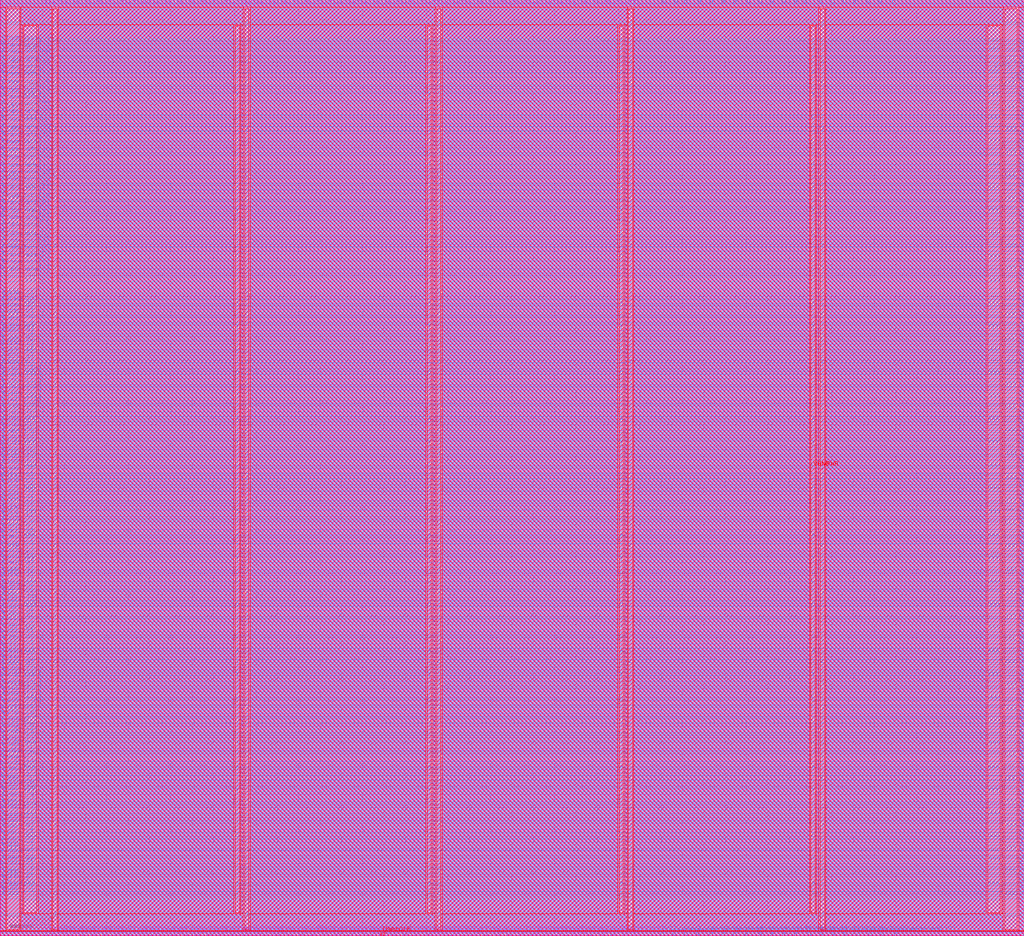
<source format=lef>
##
## LEF for PtnCells ;
## created by Innovus v15.20-p005_1 on Fri Jun 18 00:32:58 2021
##

VERSION 5.7 ;

BUSBITCHARS "[]" ;
DIVIDERCHAR "/" ;

MACRO RegFile
  CLASS BLOCK ;
  SIZE 240.1200 BY 219.6400 ;
  FOREIGN RegFile 0.0000 0.0000 ;
  ORIGIN 0 0 ;
  SYMMETRY X Y R90 ;
  PIN N1BEG[3]
    DIRECTION OUTPUT ;
    USE SIGNAL ;
    ANTENNAPARTIALMETALAREA 0.73015 LAYER li1  ;
    ANTENNAPARTIALMETALSIDEAREA 0.859 LAYER li1  ;
    ANTENNAPARTIALCUTAREA 0.0289 LAYER mcon  ;
    ANTENNAPARTIALMETALAREA 8.4456 LAYER met1  ;
    ANTENNAPARTIALMETALSIDEAREA 42.1505 LAYER met1  ;
    ANTENNAPARTIALCUTAREA 0.0225 LAYER via  ;
    ANTENNAPARTIALMETALAREA 2.7047 LAYER met2  ;
    ANTENNAPARTIALMETALSIDEAREA 13.3525 LAYER met2  ;
    ANTENNAPARTIALCUTAREA 0.04 LAYER via2  ;
    ANTENNAPARTIALMETALAREA 10.495 LAYER met3  ;
    ANTENNAPARTIALMETALSIDEAREA 56.44 LAYER met3  ;
    ANTENNAPARTIALCUTAREA 0.04 LAYER via3  ;
    ANTENNADIFFAREA 1.782 LAYER met4  ;
    ANTENNAPARTIALMETALAREA 35.4228 LAYER met4  ;
    ANTENNAPARTIALMETALSIDEAREA 189.392 LAYER met4  ;
    PORT
      LAYER li1 ;
        RECT 13.8400 218.9200 14.2200 219.6400 ;
    END
  END N1BEG[3]
  PIN N1BEG[2]
    DIRECTION OUTPUT ;
    USE SIGNAL ;
    ANTENNAPARTIALMETALAREA 1.42375 LAYER li1  ;
    ANTENNAPARTIALMETALSIDEAREA 1.675 LAYER li1  ;
    ANTENNAPARTIALCUTAREA 0.0289 LAYER mcon  ;
    ANTENNAPARTIALMETALAREA 2.9408 LAYER met1  ;
    ANTENNAPARTIALMETALSIDEAREA 14.6265 LAYER met1  ;
    ANTENNAPARTIALCUTAREA 0.0225 LAYER via  ;
    ANTENNADIFFAREA 1.782 LAYER met2  ;
    ANTENNAPARTIALMETALAREA 2.566 LAYER met2  ;
    ANTENNAPARTIALMETALSIDEAREA 12.712 LAYER met2  ;
    PORT
      LAYER li1 ;
        RECT 12.4600 218.9200 12.8400 219.6400 ;
    END
  END N1BEG[2]
  PIN N1BEG[1]
    DIRECTION OUTPUT ;
    USE SIGNAL ;
    ANTENNAPARTIALMETALAREA 0.26775 LAYER li1  ;
    ANTENNAPARTIALMETALSIDEAREA 0.315 LAYER li1  ;
    ANTENNAPARTIALCUTAREA 0.0289 LAYER mcon  ;
    ANTENNAPARTIALMETALAREA 3.4868 LAYER met1  ;
    ANTENNAPARTIALMETALSIDEAREA 17.3565 LAYER met1  ;
    ANTENNAPARTIALCUTAREA 0.0225 LAYER via  ;
    ANTENNADIFFAREA 1.782 LAYER met2  ;
    ANTENNAPARTIALMETALAREA 18.068 LAYER met2  ;
    ANTENNAPARTIALMETALSIDEAREA 90.104 LAYER met2  ;
    PORT
      LAYER li1 ;
        RECT 11.0800 218.9200 11.4600 219.6400 ;
    END
  END N1BEG[1]
  PIN N1BEG[0]
    DIRECTION OUTPUT ;
    USE SIGNAL ;
    ANTENNAPARTIALMETALAREA 1.19255 LAYER li1  ;
    ANTENNAPARTIALMETALSIDEAREA 1.403 LAYER li1  ;
    ANTENNAPARTIALCUTAREA 0.0289 LAYER mcon  ;
    ANTENNAPARTIALMETALAREA 9.8624 LAYER met1  ;
    ANTENNAPARTIALMETALSIDEAREA 49.2345 LAYER met1  ;
    ANTENNAPARTIALCUTAREA 0.0225 LAYER via  ;
    ANTENNAPARTIALMETALAREA 0.5249 LAYER met2  ;
    ANTENNAPARTIALMETALSIDEAREA 2.4535 LAYER met2  ;
    ANTENNAPARTIALCUTAREA 0.04 LAYER via2  ;
    ANTENNAPARTIALMETALAREA 4.264 LAYER met3  ;
    ANTENNAPARTIALMETALSIDEAREA 23.208 LAYER met3  ;
    ANTENNAPARTIALCUTAREA 0.04 LAYER via3  ;
    ANTENNADIFFAREA 1.782 LAYER met4  ;
    ANTENNAPARTIALMETALAREA 12.0858 LAYER met4  ;
    ANTENNAPARTIALMETALSIDEAREA 64.928 LAYER met4  ;
    PORT
      LAYER li1 ;
        RECT 10.1600 218.9200 10.5400 219.6400 ;
    END
  END N1BEG[0]
  PIN N2BEG[7]
    DIRECTION OUTPUT ;
    USE SIGNAL ;
    ANTENNAPARTIALMETALAREA 1.71275 LAYER li1  ;
    ANTENNAPARTIALMETALSIDEAREA 2.015 LAYER li1  ;
    ANTENNAPARTIALCUTAREA 0.0289 LAYER mcon  ;
    ANTENNAPARTIALMETALAREA 0.9276 LAYER met1  ;
    ANTENNAPARTIALMETALSIDEAREA 4.5605 LAYER met1  ;
    ANTENNAPARTIALCUTAREA 0.0225 LAYER via  ;
    ANTENNADIFFAREA 1.782 LAYER met2  ;
    ANTENNAPARTIALMETALAREA 1.7188 LAYER met2  ;
    ANTENNAPARTIALMETALSIDEAREA 8.358 LAYER met2  ;
    PORT
      LAYER li1 ;
        RECT 24.8800 218.9200 25.2600 219.6400 ;
    END
  END N2BEG[7]
  PIN N2BEG[6]
    DIRECTION OUTPUT ;
    USE SIGNAL ;
    ANTENNAPARTIALMETALAREA 0.49895 LAYER li1  ;
    ANTENNAPARTIALMETALSIDEAREA 0.587 LAYER li1  ;
    ANTENNAPARTIALCUTAREA 0.0289 LAYER mcon  ;
    ANTENNAPARTIALMETALAREA 2.0392 LAYER met1  ;
    ANTENNAPARTIALMETALSIDEAREA 10.1185 LAYER met1  ;
    ANTENNAPARTIALCUTAREA 0.0225 LAYER via  ;
    ANTENNADIFFAREA 1.782 LAYER met2  ;
    ANTENNAPARTIALMETALAREA 3.4184 LAYER met2  ;
    ANTENNAPARTIALMETALSIDEAREA 16.856 LAYER met2  ;
    PORT
      LAYER li1 ;
        RECT 23.5000 218.9200 23.8800 219.6400 ;
    END
  END N2BEG[6]
  PIN N2BEG[5]
    DIRECTION OUTPUT ;
    USE SIGNAL ;
    ANTENNAPARTIALMETALAREA 0.46155 LAYER li1  ;
    ANTENNAPARTIALMETALSIDEAREA 0.543 LAYER li1  ;
    ANTENNAPARTIALCUTAREA 0.0289 LAYER mcon  ;
    ANTENNAPARTIALMETALAREA 11.0692 LAYER met1  ;
    ANTENNAPARTIALMETALSIDEAREA 55.2685 LAYER met1  ;
    ANTENNAPARTIALCUTAREA 0.0225 LAYER via  ;
    ANTENNAPARTIALMETALAREA 1.1535 LAYER met2  ;
    ANTENNAPARTIALMETALSIDEAREA 5.5965 LAYER met2  ;
    ANTENNAPARTIALCUTAREA 0.04 LAYER via2  ;
    ANTENNAPARTIALMETALAREA 2.401 LAYER met3  ;
    ANTENNAPARTIALMETALSIDEAREA 13.272 LAYER met3  ;
    ANTENNAPARTIALCUTAREA 0.04 LAYER via3  ;
    ANTENNADIFFAREA 1.782 LAYER met4  ;
    ANTENNAPARTIALMETALAREA 25.0548 LAYER met4  ;
    ANTENNAPARTIALMETALSIDEAREA 134.096 LAYER met4  ;
    PORT
      LAYER li1 ;
        RECT 22.1200 218.9200 22.5000 219.6400 ;
    END
  END N2BEG[5]
  PIN N2BEG[4]
    DIRECTION OUTPUT ;
    USE SIGNAL ;
    ANTENNAPARTIALMETALAREA 0.15215 LAYER li1  ;
    ANTENNAPARTIALMETALSIDEAREA 0.179 LAYER li1  ;
    ANTENNAPARTIALCUTAREA 0.0289 LAYER mcon  ;
    ANTENNAPARTIALMETALAREA 16.1684 LAYER met1  ;
    ANTENNAPARTIALMETALSIDEAREA 80.7275 LAYER met1  ;
    ANTENNAPARTIALCUTAREA 0.0225 LAYER via  ;
    ANTENNAPARTIALMETALAREA 1.8883 LAYER met2  ;
    ANTENNAPARTIALMETALSIDEAREA 9.1525 LAYER met2  ;
    ANTENNAPARTIALCUTAREA 0.04 LAYER via2  ;
    ANTENNAPARTIALMETALAREA 0.538 LAYER met3  ;
    ANTENNAPARTIALMETALSIDEAREA 3.336 LAYER met3  ;
    ANTENNAPARTIALCUTAREA 0.04 LAYER via3  ;
    ANTENNADIFFAREA 1.782 LAYER met4  ;
    ANTENNAPARTIALMETALAREA 5.0598 LAYER met4  ;
    ANTENNAPARTIALMETALSIDEAREA 27.456 LAYER met4  ;
    PORT
      LAYER li1 ;
        RECT 20.7400 218.9200 21.1200 219.6400 ;
    END
  END N2BEG[4]
  PIN N2BEG[3]
    DIRECTION OUTPUT ;
    USE SIGNAL ;
    ANTENNAPARTIALMETALAREA 0.49895 LAYER li1  ;
    ANTENNAPARTIALMETALSIDEAREA 0.587 LAYER li1  ;
    ANTENNAPARTIALCUTAREA 0.0289 LAYER mcon  ;
    ANTENNAPARTIALMETALAREA 0.3004 LAYER met1  ;
    ANTENNAPARTIALMETALSIDEAREA 1.4245 LAYER met1  ;
    ANTENNAPARTIALCUTAREA 0.0225 LAYER via  ;
    ANTENNADIFFAREA 1.782 LAYER met2  ;
    ANTENNAPARTIALMETALAREA 6.4128 LAYER met2  ;
    ANTENNAPARTIALMETALSIDEAREA 31.71 LAYER met2  ;
    PORT
      LAYER li1 ;
        RECT 19.3600 218.9200 19.7400 219.6400 ;
    END
  END N2BEG[3]
  PIN N2BEG[2]
    DIRECTION OUTPUT ;
    USE SIGNAL ;
    ANTENNAPARTIALCUTAREA 0.0289 LAYER mcon  ;
    ANTENNAPARTIALMETALAREA 10.1508 LAYER met1  ;
    ANTENNAPARTIALMETALSIDEAREA 50.6765 LAYER met1  ;
    ANTENNAPARTIALCUTAREA 0.0225 LAYER via  ;
    ANTENNAPARTIALMETALAREA 4.2209 LAYER met2  ;
    ANTENNAPARTIALMETALSIDEAREA 20.9335 LAYER met2  ;
    ANTENNAPARTIALCUTAREA 0.04 LAYER via2  ;
    ANTENNAPARTIALMETALAREA 1.09 LAYER met3  ;
    ANTENNAPARTIALMETALSIDEAREA 6.28 LAYER met3  ;
    ANTENNAPARTIALCUTAREA 0.04 LAYER via3  ;
    ANTENNADIFFAREA 1.782 LAYER met4  ;
    ANTENNAPARTIALMETALAREA 20.4318 LAYER met4  ;
    ANTENNAPARTIALMETALSIDEAREA 109.44 LAYER met4  ;
    PORT
      LAYER li1 ;
        RECT 17.9800 218.9200 18.3600 219.6400 ;
    END
  END N2BEG[2]
  PIN N2BEG[1]
    DIRECTION OUTPUT ;
    USE SIGNAL ;
    ANTENNAPARTIALCUTAREA 0.0289 LAYER mcon  ;
    ANTENNAPARTIALMETALAREA 0.1716 LAYER met1  ;
    ANTENNAPARTIALMETALSIDEAREA 0.7805 LAYER met1  ;
    ANTENNAPARTIALCUTAREA 0.0225 LAYER via  ;
    ANTENNADIFFAREA 1.782 LAYER met2  ;
    ANTENNAPARTIALMETALAREA 2.5968 LAYER met2  ;
    ANTENNAPARTIALMETALSIDEAREA 12.866 LAYER met2  ;
    PORT
      LAYER li1 ;
        RECT 16.6000 218.9200 16.9800 219.6400 ;
    END
  END N2BEG[1]
  PIN N2BEG[0]
    DIRECTION OUTPUT ;
    USE SIGNAL ;
    ANTENNAPARTIALMETALAREA 0.96135 LAYER li1  ;
    ANTENNAPARTIALMETALSIDEAREA 1.131 LAYER li1  ;
    ANTENNAPARTIALCUTAREA 0.0289 LAYER mcon  ;
    ANTENNAPARTIALMETALAREA 0.0832 LAYER met1  ;
    ANTENNAPARTIALMETALSIDEAREA 0.406 LAYER met1  ;
    ANTENNAPARTIALCUTAREA 0.0225 LAYER via  ;
    ANTENNADIFFAREA 1.782 LAYER met2  ;
    ANTENNAPARTIALMETALAREA 8.8856 LAYER met2  ;
    ANTENNAPARTIALMETALSIDEAREA 44.31 LAYER met2  ;
    PORT
      LAYER li1 ;
        RECT 15.2200 218.9200 15.6000 219.6400 ;
    END
  END N2BEG[0]
  PIN N2BEGb[7]
    DIRECTION OUTPUT ;
    USE SIGNAL ;
    ANTENNAPARTIALMETALAREA 1.71275 LAYER li1  ;
    ANTENNAPARTIALMETALSIDEAREA 2.015 LAYER li1  ;
    ANTENNAPARTIALCUTAREA 0.0289 LAYER mcon  ;
    ANTENNAPARTIALMETALAREA 0.8632 LAYER met1  ;
    ANTENNAPARTIALMETALSIDEAREA 4.2385 LAYER met1  ;
    ANTENNAPARTIALCUTAREA 0.0225 LAYER via  ;
    ANTENNAPARTIALMETALAREA 4.0781 LAYER met2  ;
    ANTENNAPARTIALMETALSIDEAREA 20.2195 LAYER met2  ;
    ANTENNAPARTIALCUTAREA 0.04 LAYER via2  ;
    ANTENNAPARTIALMETALAREA 0.331 LAYER met3  ;
    ANTENNAPARTIALMETALSIDEAREA 2.232 LAYER met3  ;
    ANTENNAPARTIALCUTAREA 0.04 LAYER via3  ;
    ANTENNADIFFAREA 1.782 LAYER met4  ;
    ANTENNAPARTIALMETALAREA 5.6328 LAYER met4  ;
    ANTENNAPARTIALMETALSIDEAREA 30.512 LAYER met4  ;
    PORT
      LAYER li1 ;
        RECT 35.4600 218.9200 35.8400 219.6400 ;
    END
  END N2BEGb[7]
  PIN N2BEGb[6]
    DIRECTION OUTPUT ;
    USE SIGNAL ;
    ANTENNAPARTIALMETALAREA 1.71275 LAYER li1  ;
    ANTENNAPARTIALMETALSIDEAREA 2.015 LAYER li1  ;
    ANTENNAPARTIALCUTAREA 0.0289 LAYER mcon  ;
    ANTENNAPARTIALMETALAREA 0.3648 LAYER met1  ;
    ANTENNAPARTIALMETALSIDEAREA 1.7465 LAYER met1  ;
    ANTENNAPARTIALCUTAREA 0.0225 LAYER via  ;
    ANTENNAPARTIALMETALAREA 0.5711 LAYER met2  ;
    ANTENNAPARTIALMETALSIDEAREA 2.6845 LAYER met2  ;
    ANTENNAPARTIALCUTAREA 0.04 LAYER via2  ;
    ANTENNAPARTIALMETALAREA 0.331 LAYER met3  ;
    ANTENNAPARTIALMETALSIDEAREA 2.232 LAYER met3  ;
    ANTENNAPARTIALCUTAREA 0.04 LAYER via3  ;
    ANTENNADIFFAREA 1.782 LAYER met4  ;
    ANTENNAPARTIALMETALAREA 28.5798 LAYER met4  ;
    ANTENNAPARTIALMETALSIDEAREA 152.896 LAYER met4  ;
    PORT
      LAYER li1 ;
        RECT 34.0800 218.9200 34.4600 219.6400 ;
    END
  END N2BEGb[6]
  PIN N2BEGb[5]
    DIRECTION OUTPUT ;
    USE SIGNAL ;
    ANTENNAPARTIALMETALAREA 0.61455 LAYER li1  ;
    ANTENNAPARTIALMETALSIDEAREA 0.723 LAYER li1  ;
    ANTENNAPARTIALCUTAREA 0.0289 LAYER mcon  ;
    ANTENNAPARTIALMETALAREA 0.4936 LAYER met1  ;
    ANTENNAPARTIALMETALSIDEAREA 2.3905 LAYER met1  ;
    ANTENNAPARTIALCUTAREA 0.0225 LAYER via  ;
    ANTENNADIFFAREA 1.782 LAYER met2  ;
    ANTENNAPARTIALMETALAREA 2.6472 LAYER met2  ;
    ANTENNAPARTIALMETALSIDEAREA 13.118 LAYER met2  ;
    PORT
      LAYER li1 ;
        RECT 33.1600 218.9200 33.5400 219.6400 ;
    END
  END N2BEGb[5]
  PIN N2BEGb[4]
    DIRECTION OUTPUT ;
    USE SIGNAL ;
    ANTENNAPARTIALMETALAREA 0.61455 LAYER li1  ;
    ANTENNAPARTIALMETALSIDEAREA 0.723 LAYER li1  ;
    ANTENNAPARTIALCUTAREA 0.0289 LAYER mcon  ;
    ANTENNAPARTIALMETALAREA 0.6868 LAYER met1  ;
    ANTENNAPARTIALMETALSIDEAREA 3.3565 LAYER met1  ;
    ANTENNAPARTIALCUTAREA 0.0225 LAYER via  ;
    ANTENNADIFFAREA 1.782 LAYER met2  ;
    ANTENNAPARTIALMETALAREA 2.5352 LAYER met2  ;
    ANTENNAPARTIALMETALSIDEAREA 12.558 LAYER met2  ;
    PORT
      LAYER li1 ;
        RECT 31.7800 218.9200 32.1600 219.6400 ;
    END
  END N2BEGb[4]
  PIN N2BEGb[3]
    DIRECTION OUTPUT ;
    USE SIGNAL ;
    ANTENNAPARTIALMETALAREA 1.01915 LAYER li1  ;
    ANTENNAPARTIALMETALSIDEAREA 1.199 LAYER li1  ;
    ANTENNAPARTIALCUTAREA 0.0289 LAYER mcon  ;
    ANTENNAPARTIALMETALAREA 0.236 LAYER met1  ;
    ANTENNAPARTIALMETALSIDEAREA 1.1025 LAYER met1  ;
    ANTENNAPARTIALCUTAREA 0.0225 LAYER via  ;
    ANTENNADIFFAREA 1.782 LAYER met2  ;
    ANTENNAPARTIALMETALAREA 4.6436 LAYER met2  ;
    ANTENNAPARTIALMETALSIDEAREA 23.1 LAYER met2  ;
    PORT
      LAYER li1 ;
        RECT 30.4000 218.9200 30.7800 219.6400 ;
    END
  END N2BEGb[3]
  PIN N2BEGb[2]
    DIRECTION OUTPUT ;
    USE SIGNAL ;
    ANTENNAPARTIALMETALAREA 0.26775 LAYER li1  ;
    ANTENNAPARTIALMETALSIDEAREA 0.315 LAYER li1  ;
    ANTENNAPARTIALCUTAREA 0.0289 LAYER mcon  ;
    ANTENNAPARTIALMETALAREA 0.1716 LAYER met1  ;
    ANTENNAPARTIALMETALSIDEAREA 0.7805 LAYER met1  ;
    ANTENNAPARTIALCUTAREA 0.0225 LAYER via  ;
    ANTENNADIFFAREA 1.782 LAYER met2  ;
    ANTENNAPARTIALMETALAREA 2.3924 LAYER met2  ;
    ANTENNAPARTIALMETALSIDEAREA 11.844 LAYER met2  ;
    PORT
      LAYER li1 ;
        RECT 29.0200 218.9200 29.4000 219.6400 ;
    END
  END N2BEGb[2]
  PIN N2BEGb[1]
    DIRECTION OUTPUT ;
    USE SIGNAL ;
    ANTENNAPARTIALMETALAREA 0.26775 LAYER li1  ;
    ANTENNAPARTIALMETALSIDEAREA 0.315 LAYER li1  ;
    ANTENNAPARTIALCUTAREA 0.0289 LAYER mcon  ;
    ANTENNAPARTIALMETALAREA 0.236 LAYER met1  ;
    ANTENNAPARTIALMETALSIDEAREA 1.1025 LAYER met1  ;
    ANTENNAPARTIALCUTAREA 0.0225 LAYER via  ;
    ANTENNADIFFAREA 1.782 LAYER met2  ;
    ANTENNAPARTIALMETALAREA 1.502 LAYER met2  ;
    ANTENNAPARTIALMETALSIDEAREA 7.392 LAYER met2  ;
    PORT
      LAYER li1 ;
        RECT 27.6400 218.9200 28.0200 219.6400 ;
    END
  END N2BEGb[1]
  PIN N2BEGb[0]
    DIRECTION OUTPUT ;
    USE SIGNAL ;
    ANTENNAPARTIALMETALAREA 0.61455 LAYER li1  ;
    ANTENNAPARTIALMETALSIDEAREA 0.723 LAYER li1  ;
    ANTENNAPARTIALCUTAREA 0.0289 LAYER mcon  ;
    ANTENNAPARTIALMETALAREA 1.0088 LAYER met1  ;
    ANTENNAPARTIALMETALSIDEAREA 4.9665 LAYER met1  ;
    ANTENNAPARTIALCUTAREA 0.0225 LAYER via  ;
    ANTENNADIFFAREA 1.782 LAYER met2  ;
    ANTENNAPARTIALMETALAREA 1.8688 LAYER met2  ;
    ANTENNAPARTIALMETALSIDEAREA 9.226 LAYER met2  ;
    PORT
      LAYER li1 ;
        RECT 26.2600 218.9200 26.6400 219.6400 ;
    END
  END N2BEGb[0]
  PIN N4BEG[15]
    DIRECTION OUTPUT ;
    USE SIGNAL ;
    ANTENNAPARTIALMETALAREA 1.65495 LAYER li1  ;
    ANTENNAPARTIALMETALSIDEAREA 1.947 LAYER li1  ;
    ANTENNAPARTIALCUTAREA 0.0289 LAYER mcon  ;
    ANTENNAPARTIALMETALAREA 0.236 LAYER met1  ;
    ANTENNAPARTIALMETALSIDEAREA 1.1025 LAYER met1  ;
    ANTENNAPARTIALCUTAREA 0.0225 LAYER via  ;
    ANTENNAPARTIALMETALAREA 2.4989 LAYER met2  ;
    ANTENNAPARTIALMETALSIDEAREA 12.3235 LAYER met2  ;
    ANTENNAPARTIALCUTAREA 0.04 LAYER via2  ;
    ANTENNAPARTIALMETALAREA 1.09 LAYER met3  ;
    ANTENNAPARTIALMETALSIDEAREA 6.28 LAYER met3  ;
    ANTENNAPARTIALCUTAREA 0.04 LAYER via3  ;
    ANTENNADIFFAREA 1.782 LAYER met4  ;
    ANTENNAPARTIALMETALAREA 5.2668 LAYER met4  ;
    ANTENNAPARTIALMETALSIDEAREA 28.56 LAYER met4  ;
    PORT
      LAYER li1 ;
        RECT 57.0800 218.9200 57.4600 219.6400 ;
    END
  END N4BEG[15]
  PIN N4BEG[14]
    DIRECTION OUTPUT ;
    USE SIGNAL ;
    ANTENNAPARTIALMETALAREA 0.55675 LAYER li1  ;
    ANTENNAPARTIALMETALSIDEAREA 0.655 LAYER li1  ;
    ANTENNAPARTIALCUTAREA 0.0289 LAYER mcon  ;
    ANTENNAPARTIALMETALAREA 2.2632 LAYER met1  ;
    ANTENNAPARTIALMETALSIDEAREA 11.2385 LAYER met1  ;
    ANTENNAPARTIALCUTAREA 0.0225 LAYER via  ;
    ANTENNAPARTIALMETALAREA 5.2177 LAYER met2  ;
    ANTENNAPARTIALMETALSIDEAREA 25.9175 LAYER met2  ;
    ANTENNAPARTIALCUTAREA 0.04 LAYER via2  ;
    ANTENNAPARTIALMETALAREA 0.745 LAYER met3  ;
    ANTENNAPARTIALMETALSIDEAREA 4.44 LAYER met3  ;
    ANTENNAPARTIALCUTAREA 0.04 LAYER via3  ;
    ANTENNADIFFAREA 1.782 LAYER met4  ;
    ANTENNAPARTIALMETALAREA 27.7518 LAYER met4  ;
    ANTENNAPARTIALMETALSIDEAREA 148.48 LAYER met4  ;
    PORT
      LAYER li1 ;
        RECT 56.1600 218.9200 56.5400 219.6400 ;
    END
  END N4BEG[14]
  PIN N4BEG[13]
    DIRECTION OUTPUT ;
    USE SIGNAL ;
    ANTENNAPARTIALMETALAREA 0.34595 LAYER li1  ;
    ANTENNAPARTIALMETALSIDEAREA 0.407 LAYER li1  ;
    ANTENNAPARTIALCUTAREA 0.0289 LAYER mcon  ;
    ANTENNAPARTIALMETALAREA 9.8288 LAYER met1  ;
    ANTENNAPARTIALMETALSIDEAREA 49.0665 LAYER met1  ;
    ANTENNAPARTIALCUTAREA 0.0225 LAYER via  ;
    ANTENNADIFFAREA 1.782 LAYER met2  ;
    ANTENNAPARTIALMETALAREA 6.3292 LAYER met2  ;
    ANTENNAPARTIALMETALSIDEAREA 31.528 LAYER met2  ;
    PORT
      LAYER li1 ;
        RECT 54.7800 218.9200 55.1600 219.6400 ;
    END
  END N4BEG[13]
  PIN N4BEG[12]
    DIRECTION OUTPUT ;
    USE SIGNAL ;
    ANTENNAPARTIALMETALAREA 1.71275 LAYER li1  ;
    ANTENNAPARTIALMETALSIDEAREA 2.015 LAYER li1  ;
    ANTENNAPARTIALCUTAREA 0.0289 LAYER mcon  ;
    ANTENNAPARTIALMETALAREA 0.558 LAYER met1  ;
    ANTENNAPARTIALMETALSIDEAREA 2.7125 LAYER met1  ;
    ANTENNAPARTIALCUTAREA 0.0225 LAYER via  ;
    ANTENNAPARTIALMETALAREA 1.8955 LAYER met2  ;
    ANTENNAPARTIALMETALSIDEAREA 9.3065 LAYER met2  ;
    ANTENNAPARTIALCUTAREA 0.04 LAYER via2  ;
    ANTENNAPARTIALMETALAREA 1.09 LAYER met3  ;
    ANTENNAPARTIALMETALSIDEAREA 6.28 LAYER met3  ;
    ANTENNAPARTIALCUTAREA 0.04 LAYER via3  ;
    ANTENNADIFFAREA 1.782 LAYER met4  ;
    ANTENNAPARTIALMETALAREA 9.8178 LAYER met4  ;
    ANTENNAPARTIALMETALSIDEAREA 52.832 LAYER met4  ;
    PORT
      LAYER li1 ;
        RECT 53.4000 218.9200 53.7800 219.6400 ;
    END
  END N4BEG[12]
  PIN N4BEG[11]
    DIRECTION OUTPUT ;
    USE SIGNAL ;
    ANTENNAPARTIALMETALAREA 0.49895 LAYER li1  ;
    ANTENNAPARTIALMETALSIDEAREA 0.587 LAYER li1  ;
    ANTENNAPARTIALCUTAREA 0.0289 LAYER mcon  ;
    ANTENNAPARTIALMETALAREA 0.3648 LAYER met1  ;
    ANTENNAPARTIALMETALSIDEAREA 1.7465 LAYER met1  ;
    ANTENNAPARTIALCUTAREA 0.0225 LAYER via  ;
    ANTENNADIFFAREA 1.782 LAYER met2  ;
    ANTENNAPARTIALMETALAREA 1.9164 LAYER met2  ;
    ANTENNAPARTIALMETALSIDEAREA 9.464 LAYER met2  ;
    PORT
      LAYER li1 ;
        RECT 52.0200 218.9200 52.4000 219.6400 ;
    END
  END N4BEG[11]
  PIN N4BEG[10]
    DIRECTION OUTPUT ;
    USE SIGNAL ;
    ANTENNAPARTIALMETALAREA 0.49895 LAYER li1  ;
    ANTENNAPARTIALMETALSIDEAREA 0.587 LAYER li1  ;
    ANTENNAPARTIALCUTAREA 0.0289 LAYER mcon  ;
    ANTENNAPARTIALMETALAREA 0.236 LAYER met1  ;
    ANTENNAPARTIALMETALSIDEAREA 1.1025 LAYER met1  ;
    ANTENNAPARTIALCUTAREA 0.0225 LAYER via  ;
    ANTENNAPARTIALMETALAREA 3.1079 LAYER met2  ;
    ANTENNAPARTIALMETALSIDEAREA 15.3685 LAYER met2  ;
    ANTENNAPARTIALCUTAREA 0.04 LAYER via2  ;
    ANTENNAPARTIALMETALAREA 0.745 LAYER met3  ;
    ANTENNAPARTIALMETALSIDEAREA 4.44 LAYER met3  ;
    ANTENNAPARTIALCUTAREA 0.04 LAYER via3  ;
    ANTENNADIFFAREA 1.782 LAYER met4  ;
    ANTENNAPARTIALMETALAREA 47.9538 LAYER met4  ;
    ANTENNAPARTIALMETALSIDEAREA 256.224 LAYER met4  ;
    PORT
      LAYER li1 ;
        RECT 50.6400 218.9200 51.0200 219.6400 ;
    END
  END N4BEG[10]
  PIN N4BEG[9]
    DIRECTION OUTPUT ;
    USE SIGNAL ;
    ANTENNAPARTIALMETALAREA 1.65495 LAYER li1  ;
    ANTENNAPARTIALMETALSIDEAREA 1.947 LAYER li1  ;
    ANTENNAPARTIALCUTAREA 0.0289 LAYER mcon  ;
    ANTENNAPARTIALMETALAREA 0.0832 LAYER met1  ;
    ANTENNAPARTIALMETALSIDEAREA 0.406 LAYER met1  ;
    ANTENNAPARTIALCUTAREA 0.0225 LAYER via  ;
    ANTENNAPARTIALMETALAREA 1.9431 LAYER met2  ;
    ANTENNAPARTIALMETALSIDEAREA 9.5445 LAYER met2  ;
    ANTENNAPARTIALCUTAREA 0.04 LAYER via2  ;
    ANTENNAPARTIALMETALAREA 0.262 LAYER met3  ;
    ANTENNAPARTIALMETALSIDEAREA 1.864 LAYER met3  ;
    ANTENNAPARTIALCUTAREA 0.04 LAYER via3  ;
    ANTENNADIFFAREA 1.782 LAYER met4  ;
    ANTENNAPARTIALMETALAREA 31.6668 LAYER met4  ;
    ANTENNAPARTIALMETALSIDEAREA 169.36 LAYER met4  ;
    PORT
      LAYER li1 ;
        RECT 49.2600 218.9200 49.6400 219.6400 ;
    END
  END N4BEG[9]
  PIN N4BEG[8]
    DIRECTION OUTPUT ;
    USE SIGNAL ;
    ANTENNAPARTIALMETALAREA 1.71275 LAYER li1  ;
    ANTENNAPARTIALMETALSIDEAREA 2.015 LAYER li1  ;
    ANTENNAPARTIALCUTAREA 0.0289 LAYER mcon  ;
    ANTENNAPARTIALMETALAREA 0.8156 LAYER met1  ;
    ANTENNAPARTIALMETALSIDEAREA 4.0005 LAYER met1  ;
    ANTENNAPARTIALCUTAREA 0.0225 LAYER via  ;
    ANTENNADIFFAREA 1.782 LAYER met2  ;
    ANTENNAPARTIALMETALAREA 2.2636 LAYER met2  ;
    ANTENNAPARTIALMETALSIDEAREA 11.2 LAYER met2  ;
    PORT
      LAYER li1 ;
        RECT 47.8800 218.9200 48.2600 219.6400 ;
    END
  END N4BEG[8]
  PIN N4BEG[7]
    DIRECTION OUTPUT ;
    USE SIGNAL ;
    ANTENNAPARTIALMETALAREA 1.71275 LAYER li1  ;
    ANTENNAPARTIALMETALSIDEAREA 2.015 LAYER li1  ;
    ANTENNAPARTIALCUTAREA 0.0289 LAYER mcon  ;
    ANTENNAPARTIALMETALAREA 0.0832 LAYER met1  ;
    ANTENNAPARTIALMETALSIDEAREA 0.406 LAYER met1  ;
    ANTENNAPARTIALCUTAREA 0.0225 LAYER via  ;
    ANTENNAPARTIALMETALAREA 2.5353 LAYER met2  ;
    ANTENNAPARTIALMETALSIDEAREA 12.5055 LAYER met2  ;
    ANTENNAPARTIALCUTAREA 0.04 LAYER via2  ;
    ANTENNAPARTIALMETALAREA 0.4 LAYER met3  ;
    ANTENNAPARTIALMETALSIDEAREA 2.6 LAYER met3  ;
    ANTENNAPARTIALCUTAREA 0.04 LAYER via3  ;
    ANTENNADIFFAREA 1.782 LAYER met4  ;
    ANTENNAPARTIALMETALAREA 48.2718 LAYER met4  ;
    ANTENNAPARTIALMETALSIDEAREA 257.92 LAYER met4  ;
    PORT
      LAYER li1 ;
        RECT 46.5000 218.9200 46.8800 219.6400 ;
    END
  END N4BEG[7]
  PIN N4BEG[6]
    DIRECTION OUTPUT ;
    USE SIGNAL ;
    ANTENNAPARTIALMETALAREA 1.71275 LAYER li1  ;
    ANTENNAPARTIALMETALSIDEAREA 2.015 LAYER li1  ;
    ANTENNAPARTIALCUTAREA 0.0289 LAYER mcon  ;
    ANTENNAPARTIALMETALAREA 0.0832 LAYER met1  ;
    ANTENNAPARTIALMETALSIDEAREA 0.406 LAYER met1  ;
    ANTENNAPARTIALCUTAREA 0.0225 LAYER via  ;
    ANTENNAPARTIALMETALAREA 2.5353 LAYER met2  ;
    ANTENNAPARTIALMETALSIDEAREA 12.5055 LAYER met2  ;
    ANTENNAPARTIALCUTAREA 0.04 LAYER via2  ;
    ANTENNAPARTIALMETALAREA 0.1905 LAYER met3  ;
    ANTENNAPARTIALMETALSIDEAREA 1.464 LAYER met3  ;
    ANTENNAPARTIALCUTAREA 0.04 LAYER via3  ;
    ANTENNADIFFAREA 1.782 LAYER met4  ;
    ANTENNAPARTIALMETALAREA 53.8404 LAYER met4  ;
    ANTENNAPARTIALMETALSIDEAREA 288.56 LAYER met4  ;
    PORT
      LAYER li1 ;
        RECT 45.1200 218.9200 45.5000 219.6400 ;
    END
  END N4BEG[6]
  PIN N4BEG[5]
    DIRECTION OUTPUT ;
    USE SIGNAL ;
    ANTENNAPARTIALMETALAREA 0.49895 LAYER li1  ;
    ANTENNAPARTIALMETALSIDEAREA 0.587 LAYER li1  ;
    ANTENNAPARTIALCUTAREA 0.0289 LAYER mcon  ;
    ANTENNAPARTIALMETALAREA 0.236 LAYER met1  ;
    ANTENNAPARTIALMETALSIDEAREA 1.1025 LAYER met1  ;
    ANTENNAPARTIALCUTAREA 0.0225 LAYER via  ;
    ANTENNADIFFAREA 1.782 LAYER met2  ;
    ANTENNAPARTIALMETALAREA 2.1684 LAYER met2  ;
    ANTENNAPARTIALMETALSIDEAREA 10.724 LAYER met2  ;
    PORT
      LAYER li1 ;
        RECT 43.7400 218.9200 44.1200 219.6400 ;
    END
  END N4BEG[5]
  PIN N4BEG[4]
    DIRECTION OUTPUT ;
    USE SIGNAL ;
    ANTENNAPARTIALMETALAREA 0.26775 LAYER li1  ;
    ANTENNAPARTIALMETALSIDEAREA 0.315 LAYER li1  ;
    ANTENNAPARTIALCUTAREA 0.0289 LAYER mcon  ;
    ANTENNAPARTIALMETALAREA 0.3004 LAYER met1  ;
    ANTENNAPARTIALMETALSIDEAREA 1.4245 LAYER met1  ;
    ANTENNAPARTIALCUTAREA 0.0225 LAYER via  ;
    ANTENNADIFFAREA 1.782 LAYER met2  ;
    ANTENNAPARTIALMETALAREA 16.136 LAYER met2  ;
    ANTENNAPARTIALMETALSIDEAREA 80.444 LAYER met2  ;
    PORT
      LAYER li1 ;
        RECT 42.3600 218.9200 42.7400 219.6400 ;
    END
  END N4BEG[4]
  PIN N4BEG[3]
    DIRECTION OUTPUT ;
    USE SIGNAL ;
    ANTENNAPARTIALMETALAREA 0.26775 LAYER li1  ;
    ANTENNAPARTIALMETALSIDEAREA 0.315 LAYER li1  ;
    ANTENNAPARTIALCUTAREA 0.0289 LAYER mcon  ;
    ANTENNAPARTIALMETALAREA 0.236 LAYER met1  ;
    ANTENNAPARTIALMETALSIDEAREA 1.1025 LAYER met1  ;
    ANTENNAPARTIALCUTAREA 0.0225 LAYER via  ;
    ANTENNADIFFAREA 1.782 LAYER met2  ;
    ANTENNAPARTIALMETALAREA 1.502 LAYER met2  ;
    ANTENNAPARTIALMETALSIDEAREA 7.392 LAYER met2  ;
    PORT
      LAYER li1 ;
        RECT 40.9800 218.9200 41.3600 219.6400 ;
    END
  END N4BEG[3]
  PIN N4BEG[2]
    DIRECTION OUTPUT ;
    USE SIGNAL ;
    ANTENNAPARTIALMETALAREA 0.49895 LAYER li1  ;
    ANTENNAPARTIALMETALSIDEAREA 0.587 LAYER li1  ;
    ANTENNAPARTIALCUTAREA 0.0289 LAYER mcon  ;
    ANTENNAPARTIALMETALAREA 0.1716 LAYER met1  ;
    ANTENNAPARTIALMETALSIDEAREA 0.7805 LAYER met1  ;
    ANTENNAPARTIALCUTAREA 0.0225 LAYER via  ;
    ANTENNADIFFAREA 1.782 LAYER met2  ;
    ANTENNAPARTIALMETALAREA 3.7252 LAYER met2  ;
    ANTENNAPARTIALMETALSIDEAREA 18.508 LAYER met2  ;
    PORT
      LAYER li1 ;
        RECT 39.6000 218.9200 39.9800 219.6400 ;
    END
  END N4BEG[2]
  PIN N4BEG[1]
    DIRECTION OUTPUT ;
    USE SIGNAL ;
    ANTENNAPARTIALMETALAREA 0.49895 LAYER li1  ;
    ANTENNAPARTIALMETALSIDEAREA 0.587 LAYER li1  ;
    ANTENNAPARTIALCUTAREA 0.0289 LAYER mcon  ;
    ANTENNAPARTIALMETALAREA 0.236 LAYER met1  ;
    ANTENNAPARTIALMETALSIDEAREA 1.1025 LAYER met1  ;
    ANTENNAPARTIALCUTAREA 0.0225 LAYER via  ;
    ANTENNADIFFAREA 1.782 LAYER met2  ;
    ANTENNAPARTIALMETALAREA 3.2632 LAYER met2  ;
    ANTENNAPARTIALMETALSIDEAREA 16.198 LAYER met2  ;
    PORT
      LAYER li1 ;
        RECT 38.2200 218.9200 38.6000 219.6400 ;
    END
  END N4BEG[1]
  PIN N4BEG[0]
    DIRECTION OUTPUT ;
    USE SIGNAL ;
    ANTENNAPARTIALMETALAREA 0.26775 LAYER li1  ;
    ANTENNAPARTIALMETALSIDEAREA 0.315 LAYER li1  ;
    ANTENNAPARTIALCUTAREA 0.0289 LAYER mcon  ;
    ANTENNAPARTIALMETALAREA 0.3004 LAYER met1  ;
    ANTENNAPARTIALMETALSIDEAREA 1.4245 LAYER met1  ;
    ANTENNAPARTIALCUTAREA 0.0225 LAYER via  ;
    ANTENNADIFFAREA 1.782 LAYER met2  ;
    ANTENNAPARTIALMETALAREA 1.978 LAYER met2  ;
    ANTENNAPARTIALMETALSIDEAREA 9.772 LAYER met2  ;
    PORT
      LAYER li1 ;
        RECT 36.8400 218.9200 37.2200 219.6400 ;
    END
  END N4BEG[0]
  PIN NN4BEG[15]
    DIRECTION OUTPUT ;
    USE SIGNAL ;
    ANTENNAPARTIALMETALAREA 0.09435 LAYER li1  ;
    ANTENNAPARTIALMETALSIDEAREA 0.111 LAYER li1  ;
    ANTENNAPARTIALCUTAREA 0.0289 LAYER mcon  ;
    ANTENNAPARTIALMETALAREA 12.2876 LAYER met1  ;
    ANTENNAPARTIALMETALSIDEAREA 61.3235 LAYER met1  ;
    ANTENNAPARTIALCUTAREA 0.0225 LAYER via  ;
    ANTENNADIFFAREA 1.782 LAYER met2  ;
    ANTENNAPARTIALMETALAREA 9.8948 LAYER met2  ;
    ANTENNAPARTIALMETALSIDEAREA 49.238 LAYER met2  ;
    PORT
      LAYER li1 ;
        RECT 79.1600 218.9200 79.5400 219.6400 ;
    END
  END NN4BEG[15]
  PIN NN4BEG[14]
    DIRECTION OUTPUT ;
    USE SIGNAL ;
    ANTENNAPARTIALMETALAREA 1.81135 LAYER li1  ;
    ANTENNAPARTIALMETALSIDEAREA 2.131 LAYER li1  ;
    ANTENNAPARTIALCUTAREA 0.0289 LAYER mcon  ;
    ANTENNAPARTIALMETALAREA 0.1716 LAYER met1  ;
    ANTENNAPARTIALMETALSIDEAREA 0.7805 LAYER met1  ;
    ANTENNAPARTIALCUTAREA 0.0225 LAYER via  ;
    ANTENNADIFFAREA 1.782 LAYER met2  ;
    ANTENNAPARTIALMETALAREA 3.0728 LAYER met2  ;
    ANTENNAPARTIALMETALSIDEAREA 15.246 LAYER met2  ;
    PORT
      LAYER li1 ;
        RECT 77.7800 218.9200 78.1600 219.6400 ;
    END
  END NN4BEG[14]
  PIN NN4BEG[13]
    DIRECTION OUTPUT ;
    USE SIGNAL ;
    ANTENNAPARTIALMETALAREA 0.20995 LAYER li1  ;
    ANTENNAPARTIALMETALSIDEAREA 0.247 LAYER li1  ;
    ANTENNAPARTIALCUTAREA 0.0289 LAYER mcon  ;
    ANTENNAPARTIALMETALAREA 1.9104 LAYER met1  ;
    ANTENNAPARTIALMETALSIDEAREA 9.4745 LAYER met1  ;
    ANTENNAPARTIALCUTAREA 0.0225 LAYER via  ;
    ANTENNAPARTIALMETALAREA 3.0477 LAYER met2  ;
    ANTENNAPARTIALMETALSIDEAREA 15.0675 LAYER met2  ;
    ANTENNAPARTIALCUTAREA 0.04 LAYER via2  ;
    ANTENNADIFFAREA 1.782 LAYER met3  ;
    ANTENNAPARTIALMETALAREA 13.7778 LAYER met3  ;
    ANTENNAPARTIALMETALSIDEAREA 73.952 LAYER met3  ;
    PORT
      LAYER li1 ;
        RECT 76.4000 218.9200 76.7800 219.6400 ;
    END
  END NN4BEG[13]
  PIN NN4BEG[12]
    DIRECTION OUTPUT ;
    USE SIGNAL ;
    ANTENNAPARTIALMETALAREA 0.73015 LAYER li1  ;
    ANTENNAPARTIALMETALSIDEAREA 0.859 LAYER li1  ;
    ANTENNAPARTIALCUTAREA 0.0289 LAYER mcon  ;
    ANTENNAPARTIALMETALAREA 3.0696 LAYER met1  ;
    ANTENNAPARTIALMETALSIDEAREA 15.2705 LAYER met1  ;
    ANTENNAPARTIALCUTAREA 0.0225 LAYER via  ;
    ANTENNAPARTIALMETALAREA 2.2929 LAYER met2  ;
    ANTENNAPARTIALMETALSIDEAREA 11.1755 LAYER met2  ;
    ANTENNAPARTIALCUTAREA 0.04 LAYER via2  ;
    ANTENNAPARTIALMETALAREA 1.987 LAYER met3  ;
    ANTENNAPARTIALMETALSIDEAREA 11.064 LAYER met3  ;
    ANTENNAPARTIALCUTAREA 0.04 LAYER via3  ;
    ANTENNADIFFAREA 1.782 LAYER met4  ;
    ANTENNAPARTIALMETALAREA 32.1516 LAYER met4  ;
    ANTENNAPARTIALMETALSIDEAREA 172.416 LAYER met4  ;
    PORT
      LAYER li1 ;
        RECT 75.0200 218.9200 75.4000 219.6400 ;
    END
  END NN4BEG[12]
  PIN NN4BEG[11]
    DIRECTION OUTPUT ;
    USE SIGNAL ;
    ANTENNAPARTIALMETALAREA 1.65495 LAYER li1  ;
    ANTENNAPARTIALMETALSIDEAREA 1.947 LAYER li1  ;
    ANTENNAPARTIALCUTAREA 0.0289 LAYER mcon  ;
    ANTENNAPARTIALMETALAREA 0.1716 LAYER met1  ;
    ANTENNAPARTIALMETALSIDEAREA 0.7805 LAYER met1  ;
    ANTENNAPARTIALCUTAREA 0.0225 LAYER via  ;
    ANTENNAPARTIALMETALAREA 1.2599 LAYER met2  ;
    ANTENNAPARTIALMETALSIDEAREA 6.1285 LAYER met2  ;
    ANTENNAPARTIALCUTAREA 0.04 LAYER via2  ;
    ANTENNAPARTIALMETALAREA 0.883 LAYER met3  ;
    ANTENNAPARTIALMETALSIDEAREA 5.176 LAYER met3  ;
    ANTENNAPARTIALCUTAREA 0.04 LAYER via3  ;
    ANTENNADIFFAREA 1.782 LAYER met4  ;
    ANTENNAPARTIALMETALAREA 32.7486 LAYER met4  ;
    ANTENNAPARTIALMETALSIDEAREA 175.6 LAYER met4  ;
    PORT
      LAYER li1 ;
        RECT 73.6400 218.9200 74.0200 219.6400 ;
    END
  END NN4BEG[11]
  PIN NN4BEG[10]
    DIRECTION OUTPUT ;
    USE SIGNAL ;
    ANTENNAPARTIALMETALAREA 1.71275 LAYER li1  ;
    ANTENNAPARTIALMETALSIDEAREA 2.015 LAYER li1  ;
    ANTENNAPARTIALCUTAREA 0.0289 LAYER mcon  ;
    ANTENNAPARTIALMETALAREA 0.6868 LAYER met1  ;
    ANTENNAPARTIALMETALSIDEAREA 3.3565 LAYER met1  ;
    ANTENNAPARTIALCUTAREA 0.0225 LAYER via  ;
    ANTENNAPARTIALMETALAREA 2.2371 LAYER met2  ;
    ANTENNAPARTIALMETALSIDEAREA 11.0145 LAYER met2  ;
    ANTENNAPARTIALCUTAREA 0.04 LAYER via2  ;
    ANTENNAPARTIALMETALAREA 2.608 LAYER met3  ;
    ANTENNAPARTIALMETALSIDEAREA 14.376 LAYER met3  ;
    ANTENNAPARTIALCUTAREA 0.04 LAYER via3  ;
    ANTENNADIFFAREA 1.782 LAYER met4  ;
    ANTENNAPARTIALMETALAREA 32.6058 LAYER met4  ;
    ANTENNAPARTIALMETALSIDEAREA 174.368 LAYER met4  ;
    PORT
      LAYER li1 ;
        RECT 72.2600 218.9200 72.6400 219.6400 ;
    END
  END NN4BEG[10]
  PIN NN4BEG[9]
    DIRECTION OUTPUT ;
    USE SIGNAL ;
    ANTENNAPARTIALMETALAREA 1.53935 LAYER li1  ;
    ANTENNAPARTIALMETALSIDEAREA 1.811 LAYER li1  ;
    ANTENNAPARTIALCUTAREA 0.0289 LAYER mcon  ;
    ANTENNAPARTIALMETALAREA 0.6224 LAYER met1  ;
    ANTENNAPARTIALMETALSIDEAREA 3.0345 LAYER met1  ;
    ANTENNAPARTIALCUTAREA 0.0225 LAYER via  ;
    ANTENNAPARTIALMETALAREA 3.9171 LAYER met2  ;
    ANTENNAPARTIALMETALSIDEAREA 19.4145 LAYER met2  ;
    ANTENNAPARTIALCUTAREA 0.04 LAYER via2  ;
    ANTENNAPARTIALMETALAREA 1.711 LAYER met3  ;
    ANTENNAPARTIALMETALSIDEAREA 9.592 LAYER met3  ;
    ANTENNAPARTIALCUTAREA 0.04 LAYER via3  ;
    ANTENNADIFFAREA 1.782 LAYER met4  ;
    ANTENNAPARTIALMETALAREA 33.7038 LAYER met4  ;
    ANTENNAPARTIALMETALSIDEAREA 180.224 LAYER met4  ;
    PORT
      LAYER li1 ;
        RECT 70.8800 218.9200 71.2600 219.6400 ;
    END
  END NN4BEG[9]
  PIN NN4BEG[8]
    DIRECTION OUTPUT ;
    USE SIGNAL ;
    ANTENNAPARTIALMETALAREA 1.71275 LAYER li1  ;
    ANTENNAPARTIALMETALSIDEAREA 2.015 LAYER li1  ;
    ANTENNAPARTIALCUTAREA 0.0289 LAYER mcon  ;
    ANTENNAPARTIALMETALAREA 0.0832 LAYER met1  ;
    ANTENNAPARTIALMETALSIDEAREA 0.406 LAYER met1  ;
    ANTENNAPARTIALCUTAREA 0.0225 LAYER via  ;
    ANTENNADIFFAREA 1.782 LAYER met2  ;
    ANTENNAPARTIALMETALAREA 1.1688 LAYER met2  ;
    ANTENNAPARTIALMETALSIDEAREA 5.726 LAYER met2  ;
    PORT
      LAYER li1 ;
        RECT 69.5000 218.9200 69.8800 219.6400 ;
    END
  END NN4BEG[8]
  PIN NN4BEG[7]
    DIRECTION OUTPUT ;
    USE SIGNAL ;
    ANTENNAPARTIALMETALAREA 1.53935 LAYER li1  ;
    ANTENNAPARTIALMETALSIDEAREA 1.811 LAYER li1  ;
    ANTENNAPARTIALCUTAREA 0.0289 LAYER mcon  ;
    ANTENNAPARTIALMETALAREA 0.236 LAYER met1  ;
    ANTENNAPARTIALMETALSIDEAREA 1.1025 LAYER met1  ;
    ANTENNAPARTIALCUTAREA 0.0225 LAYER via  ;
    ANTENNAPARTIALMETALAREA 2.0383 LAYER met2  ;
    ANTENNAPARTIALMETALSIDEAREA 10.0205 LAYER met2  ;
    ANTENNAPARTIALCUTAREA 0.04 LAYER via2  ;
    ANTENNAPARTIALMETALAREA 0.607 LAYER met3  ;
    ANTENNAPARTIALMETALSIDEAREA 3.704 LAYER met3  ;
    ANTENNAPARTIALCUTAREA 0.04 LAYER via3  ;
    ANTENNADIFFAREA 1.782 LAYER met4  ;
    ANTENNAPARTIALMETALAREA 37.7298 LAYER met4  ;
    ANTENNAPARTIALMETALSIDEAREA 201.696 LAYER met4  ;
    PORT
      LAYER li1 ;
        RECT 68.1200 218.9200 68.5000 219.6400 ;
    END
  END NN4BEG[7]
  PIN NN4BEG[6]
    DIRECTION OUTPUT ;
    USE SIGNAL ;
    ANTENNAPARTIALMETALAREA 1.71275 LAYER li1  ;
    ANTENNAPARTIALMETALSIDEAREA 2.015 LAYER li1  ;
    ANTENNAPARTIALCUTAREA 0.0289 LAYER mcon  ;
    ANTENNAPARTIALMETALAREA 0.3004 LAYER met1  ;
    ANTENNAPARTIALMETALSIDEAREA 1.4245 LAYER met1  ;
    ANTENNAPARTIALCUTAREA 0.0225 LAYER via  ;
    ANTENNADIFFAREA 1.782 LAYER met2  ;
    ANTENNAPARTIALMETALAREA 0.6452 LAYER met2  ;
    ANTENNAPARTIALMETALSIDEAREA 3.108 LAYER met2  ;
    PORT
      LAYER li1 ;
        RECT 66.7400 218.9200 67.1200 219.6400 ;
    END
  END NN4BEG[6]
  PIN NN4BEG[5]
    DIRECTION OUTPUT ;
    USE SIGNAL ;
    ANTENNAPARTIALMETALAREA 1.71275 LAYER li1  ;
    ANTENNAPARTIALMETALSIDEAREA 2.015 LAYER li1  ;
    ANTENNAPARTIALCUTAREA 0.0289 LAYER mcon  ;
    ANTENNAPARTIALMETALAREA 0.0832 LAYER met1  ;
    ANTENNAPARTIALMETALSIDEAREA 0.406 LAYER met1  ;
    ANTENNAPARTIALCUTAREA 0.0225 LAYER via  ;
    ANTENNAPARTIALMETALAREA 3.6455 LAYER met2  ;
    ANTENNAPARTIALMETALSIDEAREA 18.0565 LAYER met2  ;
    ANTENNAPARTIALCUTAREA 0.04 LAYER via2  ;
    ANTENNAPARTIALMETALAREA 0.331 LAYER met3  ;
    ANTENNAPARTIALMETALSIDEAREA 2.232 LAYER met3  ;
    ANTENNAPARTIALCUTAREA 0.04 LAYER via3  ;
    ANTENNADIFFAREA 1.782 LAYER met4  ;
    ANTENNAPARTIALMETALAREA 30.2268 LAYER met4  ;
    ANTENNAPARTIALMETALSIDEAREA 161.68 LAYER met4  ;
    PORT
      LAYER li1 ;
        RECT 65.3600 218.9200 65.7400 219.6400 ;
    END
  END NN4BEG[5]
  PIN NN4BEG[4]
    DIRECTION OUTPUT ;
    USE SIGNAL ;
    ANTENNAPARTIALMETALAREA 1.01915 LAYER li1  ;
    ANTENNAPARTIALMETALSIDEAREA 1.199 LAYER li1  ;
    ANTENNAPARTIALCUTAREA 0.0289 LAYER mcon  ;
    ANTENNAPARTIALMETALAREA 0.4936 LAYER met1  ;
    ANTENNAPARTIALMETALSIDEAREA 2.3905 LAYER met1  ;
    ANTENNAPARTIALCUTAREA 0.0225 LAYER via  ;
    ANTENNAPARTIALMETALAREA 4.2167 LAYER met2  ;
    ANTENNAPARTIALMETALSIDEAREA 20.9125 LAYER met2  ;
    ANTENNAPARTIALCUTAREA 0.04 LAYER via2  ;
    ANTENNAPARTIALMETALAREA 0.538 LAYER met3  ;
    ANTENNAPARTIALMETALSIDEAREA 3.336 LAYER met3  ;
    ANTENNAPARTIALCUTAREA 0.04 LAYER via3  ;
    ANTENNADIFFAREA 1.782 LAYER met4  ;
    ANTENNAPARTIALMETALAREA 52.0518 LAYER met4  ;
    ANTENNAPARTIALMETALSIDEAREA 278.08 LAYER met4  ;
    PORT
      LAYER li1 ;
        RECT 63.9800 218.9200 64.3600 219.6400 ;
    END
  END NN4BEG[4]
  PIN NN4BEG[3]
    DIRECTION OUTPUT ;
    USE SIGNAL ;
    ANTENNAPARTIALMETALAREA 0.09435 LAYER li1  ;
    ANTENNAPARTIALMETALSIDEAREA 0.111 LAYER li1  ;
    ANTENNAPARTIALCUTAREA 0.0289 LAYER mcon  ;
    ANTENNAPARTIALMETALAREA 0.3648 LAYER met1  ;
    ANTENNAPARTIALMETALSIDEAREA 1.7465 LAYER met1  ;
    ANTENNAPARTIALCUTAREA 0.0225 LAYER via  ;
    ANTENNADIFFAREA 1.782 LAYER met2  ;
    ANTENNAPARTIALMETALAREA 2.93 LAYER met2  ;
    ANTENNAPARTIALMETALSIDEAREA 14.532 LAYER met2  ;
    PORT
      LAYER li1 ;
        RECT 62.6000 218.9200 62.9800 219.6400 ;
    END
  END NN4BEG[3]
  PIN NN4BEG[2]
    DIRECTION OUTPUT ;
    USE SIGNAL ;
    ANTENNAPARTIALMETALAREA 1.71275 LAYER li1  ;
    ANTENNAPARTIALMETALSIDEAREA 2.015 LAYER li1  ;
    ANTENNAPARTIALCUTAREA 0.0289 LAYER mcon  ;
    ANTENNAPARTIALMETALAREA 0.4292 LAYER met1  ;
    ANTENNAPARTIALMETALSIDEAREA 2.0685 LAYER met1  ;
    ANTENNAPARTIALCUTAREA 0.0225 LAYER via  ;
    ANTENNADIFFAREA 1.782 LAYER met2  ;
    ANTENNAPARTIALMETALAREA 0.312 LAYER met2  ;
    ANTENNAPARTIALMETALSIDEAREA 1.442 LAYER met2  ;
    PORT
      LAYER li1 ;
        RECT 61.2200 218.9200 61.6000 219.6400 ;
    END
  END NN4BEG[2]
  PIN NN4BEG[1]
    DIRECTION OUTPUT ;
    USE SIGNAL ;
    ANTENNAPARTIALMETALAREA 1.01915 LAYER li1  ;
    ANTENNAPARTIALMETALSIDEAREA 1.199 LAYER li1  ;
    ANTENNAPARTIALCUTAREA 0.0289 LAYER mcon  ;
    ANTENNAPARTIALMETALAREA 0.3648 LAYER met1  ;
    ANTENNAPARTIALMETALSIDEAREA 1.7465 LAYER met1  ;
    ANTENNAPARTIALCUTAREA 0.0225 LAYER via  ;
    ANTENNAPARTIALMETALAREA 1.3565 LAYER met2  ;
    ANTENNAPARTIALMETALSIDEAREA 6.6115 LAYER met2  ;
    ANTENNAPARTIALCUTAREA 0.04 LAYER via2  ;
    ANTENNAPARTIALMETALAREA 2.263 LAYER met3  ;
    ANTENNAPARTIALMETALSIDEAREA 12.536 LAYER met3  ;
    ANTENNAPARTIALCUTAREA 0.04 LAYER via3  ;
    ANTENNADIFFAREA 1.782 LAYER met4  ;
    ANTENNAPARTIALMETALAREA 44.6598 LAYER met4  ;
    ANTENNAPARTIALMETALSIDEAREA 238.656 LAYER met4  ;
    PORT
      LAYER li1 ;
        RECT 59.8400 218.9200 60.2200 219.6400 ;
    END
  END NN4BEG[1]
  PIN NN4BEG[0]
    DIRECTION OUTPUT ;
    USE SIGNAL ;
    ANTENNAPARTIALMETALAREA 1.71275 LAYER li1  ;
    ANTENNAPARTIALMETALSIDEAREA 2.015 LAYER li1  ;
    ANTENNAPARTIALCUTAREA 0.0289 LAYER mcon  ;
    ANTENNAPARTIALMETALAREA 0.3004 LAYER met1  ;
    ANTENNAPARTIALMETALSIDEAREA 1.4245 LAYER met1  ;
    ANTENNAPARTIALCUTAREA 0.0225 LAYER via  ;
    ANTENNADIFFAREA 1.782 LAYER met2  ;
    ANTENNAPARTIALMETALAREA 0.6452 LAYER met2  ;
    ANTENNAPARTIALMETALSIDEAREA 3.108 LAYER met2  ;
    PORT
      LAYER li1 ;
        RECT 58.4600 218.9200 58.8400 219.6400 ;
    END
  END NN4BEG[0]
  PIN N1END[3]
    DIRECTION INPUT ;
    USE SIGNAL ;
    ANTENNAPARTIALMETALAREA 0.32555 LAYER li1  ;
    ANTENNAPARTIALMETALSIDEAREA 0.383 LAYER li1  ;
    ANTENNAPARTIALCUTAREA 0.0289 LAYER mcon  ;
    ANTENNAPARTIALMETALAREA 2.9716 LAYER met1  ;
    ANTENNAPARTIALMETALSIDEAREA 14.7805 LAYER met1  ;
    ANTENNAPARTIALCUTAREA 0.0225 LAYER via  ;
    ANTENNAPARTIALMETALAREA 1.2935 LAYER met2  ;
    ANTENNAPARTIALMETALSIDEAREA 6.2965 LAYER met2  ;
    ANTENNAPARTIALCUTAREA 0.04 LAYER via2  ;
    ANTENNAPARTIALMETALAREA 0.1249 LAYER met3  ;
    ANTENNAPARTIALMETALSIDEAREA 1.136 LAYER met3  ;
    ANTENNAPARTIALCUTAREA 0.04 LAYER via3  ;
    ANTENNADIFFAREA 1.872 LAYER met4  ;
    ANTENNAPARTIALMETALAREA 56.1633 LAYER met4  ;
    ANTENNAPARTIALMETALSIDEAREA 303.296 LAYER met4  ;
    PORT
      LAYER li1 ;
        RECT 13.8400 0.0000 14.2200 0.7200 ;
    END
  END N1END[3]
  PIN N1END[2]
    DIRECTION INPUT ;
    USE SIGNAL ;
    ANTENNAPARTIALMETALAREA 0.20995 LAYER li1  ;
    ANTENNAPARTIALMETALSIDEAREA 0.247 LAYER li1  ;
    ANTENNAPARTIALCUTAREA 0.0289 LAYER mcon  ;
    ANTENNAPARTIALMETALAREA 3.3412 LAYER met1  ;
    ANTENNAPARTIALMETALSIDEAREA 16.6285 LAYER met1  ;
    ANTENNAPARTIALCUTAREA 0.0225 LAYER via  ;
    ANTENNAPARTIALMETALAREA 2.1669 LAYER met2  ;
    ANTENNAPARTIALMETALSIDEAREA 10.5455 LAYER met2  ;
    ANTENNAPARTIALCUTAREA 0.04 LAYER via2  ;
    ANTENNAPARTIALMETALAREA 8.584 LAYER met3  ;
    ANTENNAPARTIALMETALSIDEAREA 46.248 LAYER met3  ;
    ANTENNAPARTIALCUTAREA 0.04 LAYER via3  ;
    ANTENNADIFFAREA 1.872 LAYER met4  ;
    ANTENNAPARTIALMETALAREA 39.1155 LAYER met4  ;
    ANTENNAPARTIALMETALSIDEAREA 209.552 LAYER met4  ;
    PORT
      LAYER li1 ;
        RECT 12.4600 0.0000 12.8400 0.7200 ;
    END
  END N1END[2]
  PIN N1END[1]
    DIRECTION INPUT ;
    USE SIGNAL ;
    ANTENNAPARTIALMETALAREA 0.73015 LAYER li1  ;
    ANTENNAPARTIALMETALSIDEAREA 0.859 LAYER li1  ;
    ANTENNAPARTIALCUTAREA 0.0289 LAYER mcon  ;
    ANTENNAPARTIALMETALAREA 21.4684 LAYER met1  ;
    ANTENNAPARTIALMETALSIDEAREA 107.265 LAYER met1  ;
    ANTENNAPARTIALCUTAREA 0.0225 LAYER via  ;
    ANTENNADIFFAREA 0.3744 LAYER met2  ;
    ANTENNAPARTIALMETALAREA 6.9719 LAYER met2  ;
    ANTENNAPARTIALMETALSIDEAREA 34.2265 LAYER met2  ;
    ANTENNAPARTIALCUTAREA 0.04 LAYER via2  ;
    ANTENNADIFFAREA 0.3744 LAYER met3  ;
    ANTENNAPARTIALMETALAREA 3.229 LAYER met3  ;
    ANTENNAPARTIALMETALSIDEAREA 17.688 LAYER met3  ;
    ANTENNAPARTIALCUTAREA 0.04 LAYER via3  ;
    ANTENNADIFFAREA 1.872 LAYER met4  ;
    ANTENNAPARTIALMETALAREA 17.3688 LAYER met4  ;
    ANTENNAPARTIALMETALSIDEAREA 93.104 LAYER met4  ;
    PORT
      LAYER li1 ;
        RECT 11.0800 0.0000 11.4600 0.7200 ;
    END
  END N1END[1]
  PIN N1END[0]
    DIRECTION INPUT ;
    USE SIGNAL ;
    ANTENNAPARTIALMETALAREA 0.67235 LAYER li1  ;
    ANTENNAPARTIALMETALSIDEAREA 0.791 LAYER li1  ;
    ANTENNAPARTIALCUTAREA 0.0289 LAYER mcon  ;
    ANTENNAPARTIALMETALAREA 1.9076 LAYER met1  ;
    ANTENNAPARTIALMETALSIDEAREA 9.4605 LAYER met1  ;
    ANTENNAPARTIALCUTAREA 0.0225 LAYER via  ;
    ANTENNAPARTIALMETALAREA 0.8147 LAYER met2  ;
    ANTENNAPARTIALMETALSIDEAREA 3.9025 LAYER met2  ;
    ANTENNAPARTIALCUTAREA 0.04 LAYER via2  ;
    ANTENNAPARTIALMETALAREA 0.4 LAYER met3  ;
    ANTENNAPARTIALMETALSIDEAREA 2.6 LAYER met3  ;
    ANTENNAPARTIALCUTAREA 0.04 LAYER via3  ;
    ANTENNADIFFAREA 1.872 LAYER met4  ;
    ANTENNAPARTIALMETALAREA 49.7775 LAYER met4  ;
    ANTENNAPARTIALMETALSIDEAREA 266.416 LAYER met4  ;
    PORT
      LAYER li1 ;
        RECT 10.1600 0.0000 10.5400 0.7200 ;
    END
  END N1END[0]
  PIN N2MID[7]
    DIRECTION INPUT ;
    USE SIGNAL ;
    ANTENNAPARTIALMETALAREA 0.46155 LAYER li1  ;
    ANTENNAPARTIALMETALSIDEAREA 0.543 LAYER li1  ;
    ANTENNAPARTIALCUTAREA 0.0289 LAYER mcon  ;
    ANTENNAPARTIALMETALAREA 8.5624 LAYER met1  ;
    ANTENNAPARTIALMETALSIDEAREA 42.6265 LAYER met1  ;
    ANTENNAPARTIALCUTAREA 0.045 LAYER via  ;
    ANTENNAPARTIALMETALAREA 17.0473 LAYER met2  ;
    ANTENNAPARTIALMETALSIDEAREA 84.8295 LAYER met2  ;
    ANTENNAMODEL OXIDE1 ;
    ANTENNAGATEAREA 0.7425 LAYER met2  ;
    ANTENNAMAXAREACAR 23.3677 LAYER met2  ;
    ANTENNAMAXSIDEAREACAR 115.145 LAYER met2  ;
    ANTENNAPARTIALCUTAREA 0.04 LAYER via2  ;
    ANTENNAMAXCUTCAR 0.123098 LAYER via2  ;
    ANTENNAPARTIALMETALAREA 4.333 LAYER met3  ;
    ANTENNAPARTIALMETALSIDEAREA 23.576 LAYER met3  ;
    ANTENNAGATEAREA 0.7425 LAYER met3  ;
    ANTENNAMAXAREACAR 29.2034 LAYER met3  ;
    ANTENNAMAXSIDEAREACAR 146.898 LAYER met3  ;
    ANTENNAPARTIALCUTAREA 0.04 LAYER via3  ;
    ANTENNAMAXCUTCAR 0.17697 LAYER via3  ;
    ANTENNADIFFAREA 0.7488 LAYER met4  ;
    ANTENNAPARTIALMETALAREA 5.8398 LAYER met4  ;
    ANTENNAPARTIALMETALSIDEAREA 31.616 LAYER met4  ;
    ANTENNAGATEAREA 0.7425 LAYER met4  ;
    ANTENNAMAXAREACAR 37.0684 LAYER met4  ;
    ANTENNAMAXSIDEAREACAR 189.478 LAYER met4  ;
    ANTENNAMAXCUTCAR 0.17697 LAYER via4  ;
    PORT
      LAYER li1 ;
        RECT 24.8800 0.0000 25.2600 0.7200 ;
    END
  END N2MID[7]
  PIN N2MID[6]
    DIRECTION INPUT ;
    USE SIGNAL ;
    ANTENNAPARTIALMETALAREA 0.69275 LAYER li1  ;
    ANTENNAPARTIALMETALSIDEAREA 0.815 LAYER li1  ;
    ANTENNAPARTIALCUTAREA 0.0289 LAYER mcon  ;
    ANTENNAPARTIALMETALAREA 16.1616 LAYER met1  ;
    ANTENNAPARTIALMETALSIDEAREA 80.6225 LAYER met1  ;
    ANTENNAPARTIALCUTAREA 0.045 LAYER via  ;
    ANTENNAPARTIALMETALAREA 5.16 LAYER met2  ;
    ANTENNAPARTIALMETALSIDEAREA 25.34 LAYER met2  ;
    ANTENNAPARTIALCUTAREA 0.08 LAYER via2  ;
    ANTENNAPARTIALMETALAREA 2.663 LAYER met3  ;
    ANTENNAPARTIALMETALSIDEAREA 15.136 LAYER met3  ;
    ANTENNAPARTIALCUTAREA 0.08 LAYER via3  ;
    ANTENNADIFFAREA 0.5616 LAYER met4  ;
    ANTENNAPARTIALMETALAREA 33.3846 LAYER met4  ;
    ANTENNAPARTIALMETALSIDEAREA 178.992 LAYER met4  ;
    ANTENNAMODEL OXIDE1 ;
    ANTENNAGATEAREA 0.7425 LAYER met4  ;
    ANTENNAMAXAREACAR 50.5847 LAYER met4  ;
    ANTENNAMAXSIDEAREACAR 267.11 LAYER met4  ;
    ANTENNAMAXCUTCAR 0.17697 LAYER via4  ;
    PORT
      LAYER li1 ;
        RECT 23.5000 0.0000 23.8800 0.7200 ;
    END
  END N2MID[6]
  PIN N2MID[5]
    DIRECTION INPUT ;
    USE SIGNAL ;
    ANTENNAPARTIALMETALAREA 0.49895 LAYER li1  ;
    ANTENNAPARTIALMETALSIDEAREA 0.587 LAYER li1  ;
    ANTENNAPARTIALCUTAREA 0.0289 LAYER mcon  ;
    ANTENNAPARTIALMETALAREA 0.3648 LAYER met1  ;
    ANTENNAPARTIALMETALSIDEAREA 1.7465 LAYER met1  ;
    ANTENNAPARTIALCUTAREA 0.0225 LAYER via  ;
    ANTENNAPARTIALMETALAREA 6.8291 LAYER met2  ;
    ANTENNAPARTIALMETALSIDEAREA 33.9745 LAYER met2  ;
    ANTENNAPARTIALCUTAREA 0.04 LAYER via2  ;
    ANTENNAPARTIALMETALAREA 5.413 LAYER met3  ;
    ANTENNAPARTIALMETALSIDEAREA 29.336 LAYER met3  ;
    ANTENNAPARTIALCUTAREA 0.04 LAYER via3  ;
    ANTENNADIFFAREA 0.7488 LAYER met4  ;
    ANTENNAPARTIALMETALAREA 63.0624 LAYER met4  ;
    ANTENNAPARTIALMETALSIDEAREA 337.744 LAYER met4  ;
    ANTENNAMODEL OXIDE1 ;
    ANTENNAGATEAREA 0.7425 LAYER met4  ;
    ANTENNAMAXAREACAR 96.9965 LAYER met4  ;
    ANTENNAMAXSIDEAREACAR 517.447 LAYER met4  ;
    ANTENNAMAXCUTCAR 0.284714 LAYER via4  ;
    PORT
      LAYER li1 ;
        RECT 22.1200 0.0000 22.5000 0.7200 ;
    END
  END N2MID[5]
  PIN N2MID[4]
    DIRECTION INPUT ;
    USE SIGNAL ;
    ANTENNAPARTIALMETALAREA 1.48155 LAYER li1  ;
    ANTENNAPARTIALMETALSIDEAREA 1.743 LAYER li1  ;
    ANTENNAPARTIALCUTAREA 0.0289 LAYER mcon  ;
    ANTENNAPARTIALMETALAREA 0.0832 LAYER met1  ;
    ANTENNAPARTIALMETALSIDEAREA 0.406 LAYER met1  ;
    ANTENNAPARTIALCUTAREA 0.0225 LAYER via  ;
    ANTENNAPARTIALMETALAREA 1.8997 LAYER met2  ;
    ANTENNAPARTIALMETALSIDEAREA 9.3275 LAYER met2  ;
    ANTENNAPARTIALCUTAREA 0.04 LAYER via2  ;
    ANTENNAPARTIALMETALAREA 1.09 LAYER met3  ;
    ANTENNAPARTIALMETALSIDEAREA 6.28 LAYER met3  ;
    ANTENNAPARTIALCUTAREA 0.04 LAYER via3  ;
    ANTENNADIFFAREA 0.5616 LAYER met4  ;
    ANTENNAPARTIALMETALAREA 66.4446 LAYER met4  ;
    ANTENNAPARTIALMETALSIDEAREA 355.312 LAYER met4  ;
    ANTENNAMODEL OXIDE1 ;
    ANTENNAGATEAREA 0.7425 LAYER met4  ;
    ANTENNAMAXAREACAR 100.021 LAYER met4  ;
    ANTENNAMAXSIDEAREACAR 532.023 LAYER met4  ;
    ANTENNAMAXCUTCAR 0.315017 LAYER via4  ;
    PORT
      LAYER li1 ;
        RECT 20.7400 0.0000 21.1200 0.7200 ;
    END
  END N2MID[4]
  PIN N2MID[3]
    DIRECTION INPUT ;
    USE SIGNAL ;
    ANTENNAPARTIALMETALAREA 1.07695 LAYER li1  ;
    ANTENNAPARTIALMETALSIDEAREA 1.267 LAYER li1  ;
    ANTENNAPARTIALCUTAREA 0.0289 LAYER mcon  ;
    ANTENNAPARTIALMETALAREA 0.1716 LAYER met1  ;
    ANTENNAPARTIALMETALSIDEAREA 0.7805 LAYER met1  ;
    ANTENNAPARTIALCUTAREA 0.0225 LAYER via  ;
    ANTENNAPARTIALMETALAREA 7.4661 LAYER met2  ;
    ANTENNAPARTIALMETALSIDEAREA 37.1595 LAYER met2  ;
    ANTENNAPARTIALCUTAREA 0.04 LAYER via2  ;
    ANTENNAPARTIALMETALAREA 1.573 LAYER met3  ;
    ANTENNAPARTIALMETALSIDEAREA 8.856 LAYER met3  ;
    ANTENNAPARTIALCUTAREA 0.04 LAYER via3  ;
    ANTENNADIFFAREA 0.7488 LAYER met4  ;
    ANTENNAPARTIALMETALAREA 39.6405 LAYER met4  ;
    ANTENNAPARTIALMETALSIDEAREA 212.352 LAYER met4  ;
    ANTENNAMODEL OXIDE1 ;
    ANTENNAGATEAREA 0.7425 LAYER met4  ;
    ANTENNAMAXAREACAR 54.5486 LAYER met4  ;
    ANTENNAMAXSIDEAREACAR 291.113 LAYER met4  ;
    ANTENNAMAXCUTCAR 0.17697 LAYER via4  ;
    PORT
      LAYER li1 ;
        RECT 19.3600 0.0000 19.7400 0.7200 ;
    END
  END N2MID[3]
  PIN N2MID[2]
    DIRECTION INPUT ;
    USE SIGNAL ;
    ANTENNAPARTIALMETALAREA 1.07695 LAYER li1  ;
    ANTENNAPARTIALMETALSIDEAREA 1.267 LAYER li1  ;
    ANTENNAPARTIALCUTAREA 0.0289 LAYER mcon  ;
    ANTENNAPARTIALMETALAREA 0.0832 LAYER met1  ;
    ANTENNAPARTIALMETALSIDEAREA 0.406 LAYER met1  ;
    ANTENNAPARTIALCUTAREA 0.0225 LAYER via  ;
    ANTENNAPARTIALMETALAREA 0.4815 LAYER met2  ;
    ANTENNAPARTIALMETALSIDEAREA 2.2365 LAYER met2  ;
    ANTENNAPARTIALCUTAREA 0.04 LAYER via2  ;
    ANTENNAPARTIALMETALAREA 0.1905 LAYER met3  ;
    ANTENNAPARTIALMETALSIDEAREA 1.464 LAYER met3  ;
    ANTENNAPARTIALCUTAREA 0.04 LAYER via3  ;
    ANTENNADIFFAREA 0.5616 LAYER met4  ;
    ANTENNAPARTIALMETALAREA 80.1456 LAYER met4  ;
    ANTENNAPARTIALMETALSIDEAREA 428.384 LAYER met4  ;
    ANTENNAMODEL OXIDE1 ;
    ANTENNAGATEAREA 0.7425 LAYER met4  ;
    ANTENNAMAXAREACAR 142.948 LAYER met4  ;
    ANTENNAMAXSIDEAREACAR 761.694 LAYER met4  ;
    ANTENNAMAXCUTCAR 0.230842 LAYER via4  ;
    PORT
      LAYER li1 ;
        RECT 17.9800 0.0000 18.3600 0.7200 ;
    END
  END N2MID[2]
  PIN N2MID[1]
    DIRECTION INPUT ;
    USE SIGNAL ;
    ANTENNAPARTIALMETALAREA 1.13475 LAYER li1  ;
    ANTENNAPARTIALMETALSIDEAREA 1.335 LAYER li1  ;
    ANTENNAPARTIALCUTAREA 0.0289 LAYER mcon  ;
    ANTENNAPARTIALMETALAREA 0.0832 LAYER met1  ;
    ANTENNAPARTIALMETALSIDEAREA 0.406 LAYER met1  ;
    ANTENNAPARTIALCUTAREA 0.0225 LAYER via  ;
    ANTENNAPARTIALMETALAREA 7.0531 LAYER met2  ;
    ANTENNAPARTIALMETALSIDEAREA 35.0945 LAYER met2  ;
    ANTENNAPARTIALCUTAREA 0.04 LAYER via2  ;
    ANTENNAPARTIALMETALAREA 0.1905 LAYER met3  ;
    ANTENNAPARTIALMETALSIDEAREA 1.464 LAYER met3  ;
    ANTENNAPARTIALCUTAREA 0.04 LAYER via3  ;
    ANTENNADIFFAREA 0.7488 LAYER met4  ;
    ANTENNAPARTIALMETALAREA 34.0296 LAYER met4  ;
    ANTENNAPARTIALMETALSIDEAREA 182.432 LAYER met4  ;
    ANTENNAMODEL OXIDE1 ;
    ANTENNAGATEAREA 0.7425 LAYER met4  ;
    ANTENNAMAXAREACAR 48.6207 LAYER met4  ;
    ANTENNAMAXSIDEAREACAR 259.545 LAYER met4  ;
    ANTENNAMAXCUTCAR 0.17697 LAYER via4  ;
    PORT
      LAYER li1 ;
        RECT 16.6000 0.0000 16.9800 0.7200 ;
    END
  END N2MID[1]
  PIN N2MID[0]
    DIRECTION INPUT ;
    USE SIGNAL ;
    ANTENNAPARTIALMETALAREA 1.07695 LAYER li1  ;
    ANTENNAPARTIALMETALSIDEAREA 1.267 LAYER li1  ;
    ANTENNAPARTIALCUTAREA 0.0289 LAYER mcon  ;
    ANTENNADIFFAREA 0.1872 LAYER met1  ;
    ANTENNAPARTIALMETALAREA 2.702 LAYER met1  ;
    ANTENNAPARTIALMETALSIDEAREA 13.328 LAYER met1  ;
    ANTENNAPARTIALCUTAREA 0.0225 LAYER via  ;
    ANTENNADIFFAREA 0.5616 LAYER met2  ;
    ANTENNAPARTIALMETALAREA 14.904 LAYER met2  ;
    ANTENNAPARTIALMETALSIDEAREA 74.186 LAYER met2  ;
    ANTENNAMODEL OXIDE1 ;
    ANTENNAGATEAREA 0.7425 LAYER met2  ;
    ANTENNAMAXAREACAR 20.4811 LAYER met2  ;
    ANTENNAMAXSIDEAREACAR 100.811 LAYER met2  ;
    ANTENNAMAXCUTCAR 0.0692256 LAYER via2  ;
    PORT
      LAYER li1 ;
        RECT 15.2200 0.0000 15.6000 0.7200 ;
    END
  END N2MID[0]
  PIN N2END[7]
    DIRECTION INPUT ;
    USE SIGNAL ;
    ANTENNAPARTIALMETALAREA 0.49895 LAYER li1  ;
    ANTENNAPARTIALMETALSIDEAREA 0.587 LAYER li1  ;
    ANTENNAPARTIALCUTAREA 0.0289 LAYER mcon  ;
    ANTENNAPARTIALMETALAREA 1.1376 LAYER met1  ;
    ANTENNAPARTIALMETALSIDEAREA 5.6105 LAYER met1  ;
    ANTENNAPARTIALCUTAREA 0.0225 LAYER via  ;
    ANTENNAPARTIALMETALAREA 0.9575 LAYER met2  ;
    ANTENNAPARTIALMETALSIDEAREA 4.6165 LAYER met2  ;
    ANTENNAPARTIALCUTAREA 0.04 LAYER via2  ;
    ANTENNAPARTIALMETALAREA 0.1249 LAYER met3  ;
    ANTENNAPARTIALMETALSIDEAREA 1.136 LAYER met3  ;
    ANTENNAPARTIALCUTAREA 0.04 LAYER via3  ;
    ANTENNADIFFAREA 1.1376 LAYER met4  ;
    ANTENNAPARTIALMETALAREA 60.3096 LAYER met4  ;
    ANTENNAPARTIALMETALSIDEAREA 322.592 LAYER met4  ;
    PORT
      LAYER li1 ;
        RECT 35.4600 0.0000 35.8400 0.7200 ;
    END
  END N2END[7]
  PIN N2END[6]
    DIRECTION INPUT ;
    USE SIGNAL ;
    ANTENNAPARTIALMETALAREA 0.32555 LAYER li1  ;
    ANTENNAPARTIALMETALSIDEAREA 0.383 LAYER li1  ;
    ANTENNAPARTIALCUTAREA 0.0289 LAYER mcon  ;
    ANTENNAPARTIALMETALAREA 25.4748 LAYER met1  ;
    ANTENNAPARTIALMETALSIDEAREA 127.152 LAYER met1  ;
    ANTENNAPARTIALCUTAREA 0.045 LAYER via  ;
    ANTENNADIFFAREA 0.756 LAYER met2  ;
    ANTENNAPARTIALMETALAREA 17.4789 LAYER met2  ;
    ANTENNAPARTIALMETALSIDEAREA 86.6635 LAYER met2  ;
    ANTENNAPARTIALCUTAREA 0.04 LAYER via2  ;
    ANTENNADIFFAREA 0.9468 LAYER met3  ;
    ANTENNAPARTIALMETALAREA 0.6793 LAYER met3  ;
    ANTENNAPARTIALMETALSIDEAREA 4.088 LAYER met3  ;
    ANTENNAPARTIALCUTAREA 0.04 LAYER via3  ;
    ANTENNADIFFAREA 1.1376 LAYER met4  ;
    ANTENNAPARTIALMETALAREA 4.3278 LAYER met4  ;
    ANTENNAPARTIALMETALSIDEAREA 23.552 LAYER met4  ;
    PORT
      LAYER li1 ;
        RECT 34.0800 0.0000 34.4600 0.7200 ;
    END
  END N2END[6]
  PIN N2END[5]
    DIRECTION INPUT ;
    USE SIGNAL ;
    ANTENNAPARTIALMETALAREA 1.13475 LAYER li1  ;
    ANTENNAPARTIALMETALSIDEAREA 1.335 LAYER li1  ;
    ANTENNAPARTIALCUTAREA 0.0289 LAYER mcon  ;
    ANTENNAPARTIALMETALAREA 21.166 LAYER met1  ;
    ANTENNAPARTIALMETALSIDEAREA 105.753 LAYER met1  ;
    ANTENNAPARTIALCUTAREA 0.0225 LAYER via  ;
    ANTENNAPARTIALMETALAREA 3.6299 LAYER met2  ;
    ANTENNAPARTIALMETALSIDEAREA 17.8605 LAYER met2  ;
    ANTENNAPARTIALCUTAREA 0.04 LAYER via2  ;
    ANTENNAPARTIALMETALAREA 0.745 LAYER met3  ;
    ANTENNAPARTIALMETALSIDEAREA 4.44 LAYER met3  ;
    ANTENNAPARTIALCUTAREA 0.04 LAYER via3  ;
    ANTENNADIFFAREA 1.1376 LAYER met4  ;
    ANTENNAPARTIALMETALAREA 24.3468 LAYER met4  ;
    ANTENNAPARTIALMETALSIDEAREA 130.32 LAYER met4  ;
    PORT
      LAYER li1 ;
        RECT 33.1600 0.0000 33.5400 0.7200 ;
    END
  END N2END[5]
  PIN N2END[4]
    DIRECTION INPUT ;
    USE SIGNAL ;
    ANTENNAPARTIALMETALAREA 0.09435 LAYER li1  ;
    ANTENNAPARTIALMETALSIDEAREA 0.111 LAYER li1  ;
    ANTENNAPARTIALCUTAREA 0.0289 LAYER mcon  ;
    ANTENNAPARTIALMETALAREA 4.968 LAYER met1  ;
    ANTENNAPARTIALMETALSIDEAREA 24.7625 LAYER met1  ;
    ANTENNAPARTIALCUTAREA 0.0225 LAYER via  ;
    ANTENNAPARTIALMETALAREA 1.5411 LAYER met2  ;
    ANTENNAPARTIALMETALSIDEAREA 7.4165 LAYER met2  ;
    ANTENNAPARTIALCUTAREA 0.04 LAYER via2  ;
    ANTENNAPARTIALMETALAREA 5.782 LAYER met3  ;
    ANTENNAPARTIALMETALSIDEAREA 31.304 LAYER met3  ;
    ANTENNAPARTIALCUTAREA 0.04 LAYER via3  ;
    ANTENNADIFFAREA 1.1304 LAYER met4  ;
    ANTENNAPARTIALMETALAREA 49.4418 LAYER met4  ;
    ANTENNAPARTIALMETALSIDEAREA 264.16 LAYER met4  ;
    PORT
      LAYER li1 ;
        RECT 31.7800 0.0000 32.1600 0.7200 ;
    END
  END N2END[4]
  PIN N2END[3]
    DIRECTION INPUT ;
    USE SIGNAL ;
    ANTENNAPARTIALMETALAREA 0.40375 LAYER li1  ;
    ANTENNAPARTIALMETALSIDEAREA 0.475 LAYER li1  ;
    ANTENNAPARTIALCUTAREA 0.0289 LAYER mcon  ;
    ANTENNAPARTIALMETALAREA 3.778 LAYER met1  ;
    ANTENNAPARTIALMETALSIDEAREA 18.8125 LAYER met1  ;
    ANTENNAPARTIALCUTAREA 0.0225 LAYER via  ;
    ANTENNADIFFAREA 0.756 LAYER met2  ;
    ANTENNAPARTIALMETALAREA 7.8633 LAYER met2  ;
    ANTENNAPARTIALMETALSIDEAREA 38.4475 LAYER met2  ;
    ANTENNAPARTIALCUTAREA 0.04 LAYER via2  ;
    ANTENNADIFFAREA 0.756 LAYER met3  ;
    ANTENNAPARTIALMETALAREA 0.952 LAYER met3  ;
    ANTENNAPARTIALMETALSIDEAREA 5.544 LAYER met3  ;
    ANTENNAPARTIALCUTAREA 0.04 LAYER via3  ;
    ANTENNADIFFAREA 1.5048 LAYER met4  ;
    ANTENNAPARTIALMETALAREA 30.8466 LAYER met4  ;
    ANTENNAPARTIALMETALSIDEAREA 165.456 LAYER met4  ;
    PORT
      LAYER li1 ;
        RECT 30.4000 0.0000 30.7800 0.7200 ;
    END
  END N2END[3]
  PIN N2END[2]
    DIRECTION INPUT ;
    USE SIGNAL ;
    ANTENNAPARTIALMETALAREA 0.15215 LAYER li1  ;
    ANTENNAPARTIALMETALSIDEAREA 0.179 LAYER li1  ;
    ANTENNAPARTIALCUTAREA 0.0289 LAYER mcon  ;
    ANTENNAPARTIALMETALAREA 0.3004 LAYER met1  ;
    ANTENNAPARTIALMETALSIDEAREA 1.4245 LAYER met1  ;
    ANTENNAPARTIALCUTAREA 0.0225 LAYER via  ;
    ANTENNAPARTIALMETALAREA 2.0131 LAYER met2  ;
    ANTENNAPARTIALMETALSIDEAREA 9.8945 LAYER met2  ;
    ANTENNAPARTIALCUTAREA 0.04 LAYER via2  ;
    ANTENNAPARTIALMETALAREA 0.4 LAYER met3  ;
    ANTENNAPARTIALMETALSIDEAREA 2.6 LAYER met3  ;
    ANTENNAPARTIALCUTAREA 0.04 LAYER via3  ;
    ANTENNADIFFAREA 1.5048 LAYER met4  ;
    ANTENNAPARTIALMETALAREA 46.0434 LAYER met4  ;
    ANTENNAPARTIALMETALSIDEAREA 246.976 LAYER met4  ;
    PORT
      LAYER li1 ;
        RECT 29.0200 0.0000 29.4000 0.7200 ;
    END
  END N2END[2]
  PIN N2END[1]
    DIRECTION INPUT ;
    USE SIGNAL ;
    ANTENNAPARTIALCUTAREA 0.0289 LAYER mcon  ;
    ANTENNAPARTIALMETALAREA 0.0832 LAYER met1  ;
    ANTENNAPARTIALMETALSIDEAREA 0.406 LAYER met1  ;
    ANTENNAPARTIALCUTAREA 0.0225 LAYER via  ;
    ANTENNAPARTIALMETALAREA 0.1903 LAYER met2  ;
    ANTENNAPARTIALMETALSIDEAREA 0.7805 LAYER met2  ;
    ANTENNAPARTIALCUTAREA 0.04 LAYER via2  ;
    ANTENNAPARTIALMETALAREA 16.201 LAYER met3  ;
    ANTENNAPARTIALMETALSIDEAREA 86.872 LAYER met3  ;
    ANTENNAPARTIALCUTAREA 0.04 LAYER via3  ;
    ANTENNADIFFAREA 1.5048 LAYER met4  ;
    ANTENNAPARTIALMETALAREA 40.4106 LAYER met4  ;
    ANTENNAPARTIALMETALSIDEAREA 216.464 LAYER met4  ;
    PORT
      LAYER li1 ;
        RECT 27.6400 0.0000 28.0200 0.7200 ;
    END
  END N2END[1]
  PIN N2END[0]
    DIRECTION INPUT ;
    USE SIGNAL ;
    ANTENNAPARTIALMETALAREA 0.26775 LAYER li1  ;
    ANTENNAPARTIALMETALSIDEAREA 0.315 LAYER li1  ;
    ANTENNAPARTIALCUTAREA 0.0289 LAYER mcon  ;
    ANTENNAPARTIALMETALAREA 0.6224 LAYER met1  ;
    ANTENNAPARTIALMETALSIDEAREA 3.0345 LAYER met1  ;
    ANTENNAPARTIALCUTAREA 0.0225 LAYER via  ;
    ANTENNAPARTIALMETALAREA 1.9165 LAYER met2  ;
    ANTENNAPARTIALMETALSIDEAREA 9.4115 LAYER met2  ;
    ANTENNAPARTIALCUTAREA 0.04 LAYER via2  ;
    ANTENNAPARTIALMETALAREA 2.263 LAYER met3  ;
    ANTENNAPARTIALMETALSIDEAREA 12.536 LAYER met3  ;
    ANTENNAPARTIALCUTAREA 0.04 LAYER via3  ;
    ANTENNADIFFAREA 1.512 LAYER met4  ;
    ANTENNAPARTIALMETALAREA 27.6975 LAYER met4  ;
    ANTENNAPARTIALMETALSIDEAREA 148.656 LAYER met4  ;
    PORT
      LAYER li1 ;
        RECT 26.2600 0.0000 26.6400 0.7200 ;
    END
  END N2END[0]
  PIN N4END[15]
    DIRECTION INPUT ;
    USE SIGNAL ;
    ANTENNAPARTIALMETALAREA 0.15215 LAYER li1  ;
    ANTENNAPARTIALMETALSIDEAREA 0.179 LAYER li1  ;
    ANTENNAPARTIALCUTAREA 0.0289 LAYER mcon  ;
    ANTENNAPARTIALMETALAREA 0.558 LAYER met1  ;
    ANTENNAPARTIALMETALSIDEAREA 2.7125 LAYER met1  ;
    ANTENNAPARTIALCUTAREA 0.0225 LAYER via  ;
    ANTENNAPARTIALMETALAREA 3.3361 LAYER met2  ;
    ANTENNAPARTIALMETALSIDEAREA 16.5095 LAYER met2  ;
    ANTENNAPARTIALCUTAREA 0.04 LAYER via2  ;
    ANTENNAPARTIALMETALAREA 0.607 LAYER met3  ;
    ANTENNAPARTIALMETALSIDEAREA 3.704 LAYER met3  ;
    ANTENNAPARTIALCUTAREA 0.04 LAYER via3  ;
    ANTENNAPARTIALMETALAREA 53.3088 LAYER met4  ;
    ANTENNAPARTIALMETALSIDEAREA 284.784 LAYER met4  ;
    ANTENNAMODEL OXIDE1 ;
    ANTENNAGATEAREA 0.7425 LAYER met4  ;
    ANTENNAMAXAREACAR 74.69 LAYER met4  ;
    ANTENNAMAXSIDEAREACAR 397.603 LAYER met4  ;
    ANTENNAMAXCUTCAR 0.17697 LAYER via4  ;
    PORT
      LAYER li1 ;
        RECT 57.0800 0.0000 57.4600 0.7200 ;
    END
  END N4END[15]
  PIN N4END[14]
    DIRECTION INPUT ;
    USE SIGNAL ;
    ANTENNAPARTIALMETALAREA 0.73015 LAYER li1  ;
    ANTENNAPARTIALMETALSIDEAREA 0.859 LAYER li1  ;
    ANTENNAPARTIALCUTAREA 0.0289 LAYER mcon  ;
    ANTENNAPARTIALMETALAREA 0.0832 LAYER met1  ;
    ANTENNAPARTIALMETALSIDEAREA 0.406 LAYER met1  ;
    ANTENNAPARTIALCUTAREA 0.0225 LAYER via  ;
    ANTENNAPARTIALMETALAREA 4.33 LAYER met2  ;
    ANTENNAPARTIALMETALSIDEAREA 21.532 LAYER met2  ;
    ANTENNAMODEL OXIDE1 ;
    ANTENNAGATEAREA 0.7425 LAYER met2  ;
    ANTENNAMAXAREACAR 7.2264 LAYER met2  ;
    ANTENNAMAXSIDEAREACAR 34.7374 LAYER met2  ;
    ANTENNAMAXCUTCAR 0.0692256 LAYER via2  ;
    PORT
      LAYER li1 ;
        RECT 56.1600 0.0000 56.5400 0.7200 ;
    END
  END N4END[14]
  PIN N4END[13]
    DIRECTION INPUT ;
    USE SIGNAL ;
    ANTENNAPARTIALMETALAREA 1.36595 LAYER li1  ;
    ANTENNAPARTIALMETALSIDEAREA 1.607 LAYER li1  ;
    ANTENNAPARTIALCUTAREA 0.0289 LAYER mcon  ;
    ANTENNAPARTIALMETALAREA 0.9444 LAYER met1  ;
    ANTENNAPARTIALMETALSIDEAREA 4.6445 LAYER met1  ;
    ANTENNAPARTIALCUTAREA 0.0225 LAYER via  ;
    ANTENNAPARTIALMETALAREA 0.2435 LAYER met2  ;
    ANTENNAPARTIALMETALSIDEAREA 1.0465 LAYER met2  ;
    ANTENNAPARTIALCUTAREA 0.04 LAYER via2  ;
    ANTENNAPARTIALMETALAREA 0.1249 LAYER met3  ;
    ANTENNAPARTIALMETALSIDEAREA 1.136 LAYER met3  ;
    ANTENNAPARTIALCUTAREA 0.04 LAYER via3  ;
    ANTENNAPARTIALMETALAREA 24.5058 LAYER met4  ;
    ANTENNAPARTIALMETALSIDEAREA 131.168 LAYER met4  ;
    ANTENNAMODEL OXIDE1 ;
    ANTENNAGATEAREA 0.7425 LAYER met4  ;
    ANTENNAMAXAREACAR 34.8481 LAYER met4  ;
    ANTENNAMAXSIDEAREACAR 185.156 LAYER met4  ;
    ANTENNAMAXCUTCAR 0.17697 LAYER via4  ;
    PORT
      LAYER li1 ;
        RECT 54.7800 0.0000 55.1600 0.7200 ;
    END
  END N4END[13]
  PIN N4END[12]
    DIRECTION INPUT ;
    USE SIGNAL ;
    ANTENNAPARTIALMETALAREA 1.48155 LAYER li1  ;
    ANTENNAPARTIALMETALSIDEAREA 1.743 LAYER li1  ;
    ANTENNAPARTIALCUTAREA 0.0289 LAYER mcon  ;
    ANTENNAPARTIALMETALAREA 0.4292 LAYER met1  ;
    ANTENNAPARTIALMETALSIDEAREA 2.0685 LAYER met1  ;
    ANTENNAPARTIALCUTAREA 0.0225 LAYER via  ;
    ANTENNAPARTIALMETALAREA 0.1153 LAYER met2  ;
    ANTENNAPARTIALMETALSIDEAREA 0.4865 LAYER met2  ;
    ANTENNAPARTIALCUTAREA 0.04 LAYER via2  ;
    ANTENNAPARTIALMETALAREA 0.4 LAYER met3  ;
    ANTENNAPARTIALMETALSIDEAREA 2.6 LAYER met3  ;
    ANTENNAPARTIALCUTAREA 0.04 LAYER via3  ;
    ANTENNAPARTIALMETALAREA 55.4568 LAYER met4  ;
    ANTENNAPARTIALMETALSIDEAREA 296.24 LAYER met4  ;
    ANTENNAMODEL OXIDE1 ;
    ANTENNAGATEAREA 0.7425 LAYER met4  ;
    ANTENNAMAXAREACAR 75.7314 LAYER met4  ;
    ANTENNAMAXSIDEAREACAR 403.501 LAYER met4  ;
    ANTENNAMAXCUTCAR 0.17697 LAYER via4  ;
    PORT
      LAYER li1 ;
        RECT 53.4000 0.0000 53.7800 0.7200 ;
    END
  END N4END[12]
  PIN N4END[11]
    DIRECTION INPUT ;
    USE SIGNAL ;
    ANTENNAPARTIALMETALAREA 0.49895 LAYER li1  ;
    ANTENNAPARTIALMETALSIDEAREA 0.587 LAYER li1  ;
    ANTENNAPARTIALCUTAREA 0.0289 LAYER mcon  ;
    ANTENNAPARTIALMETALAREA 0.88 LAYER met1  ;
    ANTENNAPARTIALMETALSIDEAREA 4.3225 LAYER met1  ;
    ANTENNAPARTIALCUTAREA 0.0225 LAYER via  ;
    ANTENNAPARTIALMETALAREA 4.3272 LAYER met2  ;
    ANTENNAPARTIALMETALSIDEAREA 21.518 LAYER met2  ;
    ANTENNAMODEL OXIDE1 ;
    ANTENNAGATEAREA 0.7425 LAYER met2  ;
    ANTENNAMAXAREACAR 6.78896 LAYER met2  ;
    ANTENNAMAXSIDEAREACAR 32.5502 LAYER met2  ;
    ANTENNAMAXCUTCAR 0.0692256 LAYER via2  ;
    PORT
      LAYER li1 ;
        RECT 52.0200 0.0000 52.4000 0.7200 ;
    END
  END N4END[11]
  PIN N4END[10]
    DIRECTION INPUT ;
    USE SIGNAL ;
    ANTENNAPARTIALMETALAREA 1.48155 LAYER li1  ;
    ANTENNAPARTIALMETALSIDEAREA 1.743 LAYER li1  ;
    ANTENNAPARTIALCUTAREA 0.0289 LAYER mcon  ;
    ANTENNAPARTIALMETALAREA 0.0832 LAYER met1  ;
    ANTENNAPARTIALMETALSIDEAREA 0.406 LAYER met1  ;
    ANTENNAPARTIALCUTAREA 0.0225 LAYER via  ;
    ANTENNAPARTIALMETALAREA 0.6452 LAYER met2  ;
    ANTENNAPARTIALMETALSIDEAREA 3.108 LAYER met2  ;
    ANTENNAMODEL OXIDE1 ;
    ANTENNAGATEAREA 0.7425 LAYER met2  ;
    ANTENNAMAXAREACAR 2.87051 LAYER met2  ;
    ANTENNAMAXSIDEAREACAR 11.9643 LAYER met2  ;
    ANTENNAMAXCUTCAR 0.0692256 LAYER via2  ;
    PORT
      LAYER li1 ;
        RECT 50.6400 0.0000 51.0200 0.7200 ;
    END
  END N4END[10]
  PIN N4END[9]
    DIRECTION INPUT ;
    USE SIGNAL ;
    ANTENNAPARTIALMETALAREA 0.90355 LAYER li1  ;
    ANTENNAPARTIALMETALSIDEAREA 1.063 LAYER li1  ;
    ANTENNAPARTIALCUTAREA 0.0289 LAYER mcon  ;
    ANTENNAPARTIALMETALAREA 2.3612 LAYER met1  ;
    ANTENNAPARTIALMETALSIDEAREA 11.7285 LAYER met1  ;
    ANTENNAPARTIALCUTAREA 0.0225 LAYER via  ;
    ANTENNAPARTIALMETALAREA 1.1367 LAYER met2  ;
    ANTENNAPARTIALMETALSIDEAREA 5.5125 LAYER met2  ;
    ANTENNAPARTIALCUTAREA 0.04 LAYER via2  ;
    ANTENNAPARTIALMETALAREA 0.607 LAYER met3  ;
    ANTENNAPARTIALMETALSIDEAREA 3.704 LAYER met3  ;
    ANTENNAPARTIALCUTAREA 0.04 LAYER via3  ;
    ANTENNAPARTIALMETALAREA 54.3828 LAYER met4  ;
    ANTENNAPARTIALMETALSIDEAREA 290.512 LAYER met4  ;
    ANTENNAMODEL OXIDE1 ;
    ANTENNAGATEAREA 0.7425 LAYER met4  ;
    ANTENNAMAXAREACAR 78.6215 LAYER met4  ;
    ANTENNAMAXSIDEAREACAR 416.877 LAYER met4  ;
    ANTENNAMAXCUTCAR 0.17697 LAYER via4  ;
    PORT
      LAYER li1 ;
        RECT 49.2600 0.0000 49.6400 0.7200 ;
    END
  END N4END[9]
  PIN N4END[8]
    DIRECTION INPUT ;
    USE SIGNAL ;
    ANTENNAPARTIALMETALAREA 1.36595 LAYER li1  ;
    ANTENNAPARTIALMETALSIDEAREA 1.607 LAYER li1  ;
    ANTENNAPARTIALCUTAREA 0.0289 LAYER mcon  ;
    ANTENNAPARTIALMETALAREA 0.4936 LAYER met1  ;
    ANTENNAPARTIALMETALSIDEAREA 2.3905 LAYER met1  ;
    ANTENNAPARTIALCUTAREA 0.0225 LAYER via  ;
    ANTENNAPARTIALMETALAREA 2.0593 LAYER met2  ;
    ANTENNAPARTIALMETALSIDEAREA 10.1255 LAYER met2  ;
    ANTENNAPARTIALCUTAREA 0.04 LAYER via2  ;
    ANTENNAPARTIALMETALAREA 0.331 LAYER met3  ;
    ANTENNAPARTIALMETALSIDEAREA 2.232 LAYER met3  ;
    ANTENNAPARTIALCUTAREA 0.04 LAYER via3  ;
    ANTENNAPARTIALMETALAREA 21.3708 LAYER met4  ;
    ANTENNAPARTIALMETALSIDEAREA 114.448 LAYER met4  ;
    ANTENNAMODEL OXIDE1 ;
    ANTENNAGATEAREA 0.7425 LAYER met4  ;
    ANTENNAMAXAREACAR 33.8846 LAYER met4  ;
    ANTENNAMAXSIDEAREACAR 178.962 LAYER met4  ;
    ANTENNAMAXCUTCAR 0.17697 LAYER via4  ;
    PORT
      LAYER li1 ;
        RECT 47.8800 0.0000 48.2600 0.7200 ;
    END
  END N4END[8]
  PIN N4END[7]
    DIRECTION INPUT ;
    USE SIGNAL ;
    ANTENNAPARTIALMETALAREA 1.25035 LAYER li1  ;
    ANTENNAPARTIALMETALSIDEAREA 1.471 LAYER li1  ;
    ANTENNAPARTIALCUTAREA 0.0289 LAYER mcon  ;
    ANTENNAPARTIALMETALAREA 1.4596 LAYER met1  ;
    ANTENNAPARTIALMETALSIDEAREA 7.2205 LAYER met1  ;
    ANTENNAPARTIALCUTAREA 0.0225 LAYER via  ;
    ANTENNAPARTIALMETALAREA 3.6273 LAYER met2  ;
    ANTENNAPARTIALMETALSIDEAREA 17.9655 LAYER met2  ;
    ANTENNAPARTIALCUTAREA 0.04 LAYER via2  ;
    ANTENNAPARTIALMETALAREA 0.883 LAYER met3  ;
    ANTENNAPARTIALMETALSIDEAREA 5.176 LAYER met3  ;
    ANTENNAPARTIALCUTAREA 0.04 LAYER via3  ;
    ANTENNAPARTIALMETALAREA 52.6878 LAYER met4  ;
    ANTENNAPARTIALMETALSIDEAREA 281.472 LAYER met4  ;
    ANTENNAMODEL OXIDE1 ;
    ANTENNAGATEAREA 0.7425 LAYER met4  ;
    ANTENNAMAXAREACAR 72.6139 LAYER met4  ;
    ANTENNAMAXSIDEAREACAR 385.376 LAYER met4  ;
    ANTENNAMAXCUTCAR 0.17697 LAYER via4  ;
    PORT
      LAYER li1 ;
        RECT 46.5000 0.0000 46.8800 0.7200 ;
    END
  END N4END[7]
  PIN N4END[6]
    DIRECTION INPUT ;
    USE SIGNAL ;
    ANTENNAPARTIALMETALAREA 1.48155 LAYER li1  ;
    ANTENNAPARTIALMETALSIDEAREA 1.743 LAYER li1  ;
    ANTENNAPARTIALCUTAREA 0.0289 LAYER mcon  ;
    ANTENNAPARTIALMETALAREA 0.1716 LAYER met1  ;
    ANTENNAPARTIALMETALSIDEAREA 0.7805 LAYER met1  ;
    ANTENNAPARTIALCUTAREA 0.0225 LAYER via  ;
    ANTENNAPARTIALMETALAREA 0.1153 LAYER met2  ;
    ANTENNAPARTIALMETALSIDEAREA 0.4865 LAYER met2  ;
    ANTENNAPARTIALCUTAREA 0.04 LAYER via2  ;
    ANTENNAPARTIALMETALAREA 0.331 LAYER met3  ;
    ANTENNAPARTIALMETALSIDEAREA 2.232 LAYER met3  ;
    ANTENNAPARTIALCUTAREA 0.04 LAYER via3  ;
    ANTENNAPARTIALMETALAREA 54.2238 LAYER met4  ;
    ANTENNAPARTIALMETALSIDEAREA 289.664 LAYER met4  ;
    ANTENNAMODEL OXIDE1 ;
    ANTENNAGATEAREA 0.7425 LAYER met4  ;
    ANTENNAMAXAREACAR 76.708 LAYER met4  ;
    ANTENNAMAXSIDEAREACAR 408.292 LAYER met4  ;
    ANTENNAMAXCUTCAR 0.17697 LAYER via4  ;
    PORT
      LAYER li1 ;
        RECT 45.1200 0.0000 45.5000 0.7200 ;
    END
  END N4END[6]
  PIN N4END[5]
    DIRECTION INPUT ;
    USE SIGNAL ;
    ANTENNAPARTIALMETALAREA 1.48155 LAYER li1  ;
    ANTENNAPARTIALMETALSIDEAREA 1.743 LAYER li1  ;
    ANTENNAPARTIALCUTAREA 0.0289 LAYER mcon  ;
    ANTENNAPARTIALMETALAREA 0.1716 LAYER met1  ;
    ANTENNAPARTIALMETALSIDEAREA 0.7805 LAYER met1  ;
    ANTENNAPARTIALCUTAREA 0.0225 LAYER via  ;
    ANTENNAPARTIALMETALAREA 0.9169 LAYER met2  ;
    ANTENNAPARTIALMETALSIDEAREA 4.4135 LAYER met2  ;
    ANTENNAPARTIALCUTAREA 0.04 LAYER via2  ;
    ANTENNAPARTIALMETALAREA 0.745 LAYER met3  ;
    ANTENNAPARTIALMETALSIDEAREA 4.44 LAYER met3  ;
    ANTENNAPARTIALCUTAREA 0.04 LAYER via3  ;
    ANTENNAPARTIALMETALAREA 53.6028 LAYER met4  ;
    ANTENNAPARTIALMETALSIDEAREA 286.352 LAYER met4  ;
    ANTENNAMODEL OXIDE1 ;
    ANTENNAGATEAREA 0.7425 LAYER met4  ;
    ANTENNAMAXAREACAR 74.7091 LAYER met4  ;
    ANTENNAMAXSIDEAREACAR 397.74 LAYER met4  ;
    ANTENNAMAXCUTCAR 0.17697 LAYER via4  ;
    PORT
      LAYER li1 ;
        RECT 43.7400 0.0000 44.1200 0.7200 ;
    END
  END N4END[5]
  PIN N4END[4]
    DIRECTION INPUT ;
    USE SIGNAL ;
    ANTENNAPARTIALMETALAREA 1.48155 LAYER li1  ;
    ANTENNAPARTIALMETALSIDEAREA 1.743 LAYER li1  ;
    ANTENNAPARTIALCUTAREA 0.0289 LAYER mcon  ;
    ANTENNAPARTIALMETALAREA 0.6868 LAYER met1  ;
    ANTENNAPARTIALMETALSIDEAREA 3.3565 LAYER met1  ;
    ANTENNAPARTIALCUTAREA 0.0225 LAYER via  ;
    ANTENNAPARTIALMETALAREA 1.8997 LAYER met2  ;
    ANTENNAPARTIALMETALSIDEAREA 9.3275 LAYER met2  ;
    ANTENNAPARTIALCUTAREA 0.04 LAYER via2  ;
    ANTENNAPARTIALMETALAREA 1.711 LAYER met3  ;
    ANTENNAPARTIALMETALSIDEAREA 9.592 LAYER met3  ;
    ANTENNAPARTIALCUTAREA 0.04 LAYER via3  ;
    ANTENNAPARTIALMETALAREA 50.1738 LAYER met4  ;
    ANTENNAPARTIALMETALSIDEAREA 268.064 LAYER met4  ;
    ANTENNAMODEL OXIDE1 ;
    ANTENNAGATEAREA 0.7425 LAYER met4  ;
    ANTENNAMAXAREACAR 73.303 LAYER met4  ;
    ANTENNAMAXSIDEAREACAR 389.195 LAYER met4  ;
    ANTENNAMAXCUTCAR 0.17697 LAYER via4  ;
    PORT
      LAYER li1 ;
        RECT 42.3600 0.0000 42.7400 0.7200 ;
    END
  END N4END[4]
  PIN N4END[3]
    DIRECTION INPUT ;
    USE SIGNAL ;
    ANTENNAPARTIALMETALAREA 0.20995 LAYER li1  ;
    ANTENNAPARTIALMETALSIDEAREA 0.247 LAYER li1  ;
    ANTENNAPARTIALCUTAREA 0.0289 LAYER mcon  ;
    ANTENNAPARTIALMETALAREA 2.924 LAYER met1  ;
    ANTENNAPARTIALMETALSIDEAREA 14.5425 LAYER met1  ;
    ANTENNAPARTIALCUTAREA 0.0225 LAYER via  ;
    ANTENNAPARTIALMETALAREA 1.1955 LAYER met2  ;
    ANTENNAPARTIALMETALSIDEAREA 5.8065 LAYER met2  ;
    ANTENNAPARTIALCUTAREA 0.04 LAYER via2  ;
    ANTENNAPARTIALMETALAREA 3.367 LAYER met3  ;
    ANTENNAPARTIALMETALSIDEAREA 18.424 LAYER met3  ;
    ANTENNAPARTIALCUTAREA 0.04 LAYER via3  ;
    ANTENNADIFFAREA 1.1304 LAYER met4  ;
    ANTENNAPARTIALMETALAREA 34.8522 LAYER met4  ;
    ANTENNAPARTIALMETALSIDEAREA 187.28 LAYER met4  ;
    PORT
      LAYER li1 ;
        RECT 40.9800 0.0000 41.3600 0.7200 ;
    END
  END N4END[3]
  PIN N4END[2]
    DIRECTION INPUT ;
    USE SIGNAL ;
    ANTENNAPARTIALMETALAREA 0.49895 LAYER li1  ;
    ANTENNAPARTIALMETALSIDEAREA 0.587 LAYER li1  ;
    ANTENNAPARTIALCUTAREA 0.0289 LAYER mcon  ;
    ANTENNAPARTIALMETALAREA 0.236 LAYER met1  ;
    ANTENNAPARTIALMETALSIDEAREA 1.1025 LAYER met1  ;
    ANTENNAPARTIALCUTAREA 0.0225 LAYER via  ;
    ANTENNAPARTIALMETALAREA 1.8549 LAYER met2  ;
    ANTENNAPARTIALMETALSIDEAREA 9.1035 LAYER met2  ;
    ANTENNAPARTIALCUTAREA 0.04 LAYER via2  ;
    ANTENNAPARTIALMETALAREA 0.928 LAYER met3  ;
    ANTENNAPARTIALMETALSIDEAREA 5.416 LAYER met3  ;
    ANTENNAPARTIALCUTAREA 0.04 LAYER via3  ;
    ANTENNADIFFAREA 1.1304 LAYER met4  ;
    ANTENNAPARTIALMETALAREA 58.2033 LAYER met4  ;
    ANTENNAPARTIALMETALSIDEAREA 311.824 LAYER met4  ;
    PORT
      LAYER li1 ;
        RECT 39.6000 0.0000 39.9800 0.7200 ;
    END
  END N4END[2]
  PIN N4END[1]
    DIRECTION INPUT ;
    USE SIGNAL ;
    ANTENNAPARTIALMETALAREA 0.67235 LAYER li1  ;
    ANTENNAPARTIALMETALSIDEAREA 0.791 LAYER li1  ;
    ANTENNAPARTIALCUTAREA 0.0289 LAYER mcon  ;
    ANTENNAPARTIALMETALAREA 3.0696 LAYER met1  ;
    ANTENNAPARTIALMETALSIDEAREA 15.2705 LAYER met1  ;
    ANTENNAPARTIALCUTAREA 0.0225 LAYER via  ;
    ANTENNAPARTIALMETALAREA 2.4373 LAYER met2  ;
    ANTENNAPARTIALMETALSIDEAREA 12.0155 LAYER met2  ;
    ANTENNAPARTIALCUTAREA 0.04 LAYER via2  ;
    ANTENNAPARTIALMETALAREA 9.553 LAYER met3  ;
    ANTENNAPARTIALMETALSIDEAREA 51.416 LAYER met3  ;
    ANTENNAPARTIALCUTAREA 0.04 LAYER via3  ;
    ANTENNADIFFAREA 1.1304 LAYER met4  ;
    ANTENNAPARTIALMETALAREA 27.4983 LAYER met4  ;
    ANTENNAPARTIALMETALSIDEAREA 148.064 LAYER met4  ;
    PORT
      LAYER li1 ;
        RECT 38.2200 0.0000 38.6000 0.7200 ;
    END
  END N4END[1]
  PIN N4END[0]
    DIRECTION INPUT ;
    USE SIGNAL ;
    ANTENNAPARTIALMETALAREA 0.73015 LAYER li1  ;
    ANTENNAPARTIALMETALSIDEAREA 0.859 LAYER li1  ;
    ANTENNAPARTIALCUTAREA 0.0289 LAYER mcon  ;
    ANTENNAPARTIALMETALAREA 1.5716 LAYER met1  ;
    ANTENNAPARTIALMETALSIDEAREA 7.7805 LAYER met1  ;
    ANTENNAPARTIALCUTAREA 0.0225 LAYER via  ;
    ANTENNAPARTIALMETALAREA 0.7671 LAYER met2  ;
    ANTENNAPARTIALMETALSIDEAREA 3.6645 LAYER met2  ;
    ANTENNAPARTIALCUTAREA 0.04 LAYER via2  ;
    ANTENNAPARTIALMETALAREA 0.1249 LAYER met3  ;
    ANTENNAPARTIALMETALSIDEAREA 1.136 LAYER met3  ;
    ANTENNAPARTIALCUTAREA 0.04 LAYER via3  ;
    ANTENNADIFFAREA 1.1304 LAYER met4  ;
    ANTENNAPARTIALMETALAREA 67.7583 LAYER met4  ;
    ANTENNAPARTIALMETALSIDEAREA 362.784 LAYER met4  ;
    PORT
      LAYER li1 ;
        RECT 36.8400 0.0000 37.2200 0.7200 ;
    END
  END N4END[0]
  PIN NN4END[15]
    DIRECTION INPUT ;
    USE SIGNAL ;
    ANTENNAPARTIALMETALAREA 1.48155 LAYER li1  ;
    ANTENNAPARTIALMETALSIDEAREA 1.743 LAYER li1  ;
    ANTENNAPARTIALCUTAREA 0.0289 LAYER mcon  ;
    ANTENNAPARTIALMETALAREA 0.0832 LAYER met1  ;
    ANTENNAPARTIALMETALSIDEAREA 0.406 LAYER met1  ;
    ANTENNAPARTIALCUTAREA 0.0225 LAYER via  ;
    ANTENNAPARTIALMETALAREA 0.1153 LAYER met2  ;
    ANTENNAPARTIALMETALSIDEAREA 0.4865 LAYER met2  ;
    ANTENNAPARTIALCUTAREA 0.04 LAYER via2  ;
    ANTENNAPARTIALMETALAREA 0.1249 LAYER met3  ;
    ANTENNAPARTIALMETALSIDEAREA 1.136 LAYER met3  ;
    ANTENNAPARTIALCUTAREA 0.04 LAYER via3  ;
    ANTENNAPARTIALMETALAREA 19.9068 LAYER met4  ;
    ANTENNAPARTIALMETALSIDEAREA 106.64 LAYER met4  ;
    ANTENNAMODEL OXIDE1 ;
    ANTENNAGATEAREA 0.7425 LAYER met4  ;
    ANTENNAMAXAREACAR 29.6272 LAYER met4  ;
    ANTENNAMAXSIDEAREACAR 156.929 LAYER met4  ;
    ANTENNAMAXCUTCAR 0.17697 LAYER via4  ;
    PORT
      LAYER li1 ;
        RECT 79.1600 0.0000 79.5400 0.7200 ;
    END
  END NN4END[15]
  PIN NN4END[14]
    DIRECTION INPUT ;
    USE SIGNAL ;
    ANTENNAPARTIALMETALAREA 0.26775 LAYER li1  ;
    ANTENNAPARTIALMETALSIDEAREA 0.315 LAYER li1  ;
    ANTENNAPARTIALCUTAREA 0.0289 LAYER mcon  ;
    ANTENNAPARTIALMETALAREA 0.0832 LAYER met1  ;
    ANTENNAPARTIALMETALSIDEAREA 0.406 LAYER met1  ;
    ANTENNAPARTIALCUTAREA 0.0225 LAYER via  ;
    ANTENNAPARTIALMETALAREA 11.4588 LAYER met2  ;
    ANTENNAPARTIALMETALSIDEAREA 57.176 LAYER met2  ;
    ANTENNAMODEL OXIDE1 ;
    ANTENNAGATEAREA 0.7425 LAYER met2  ;
    ANTENNAMAXAREACAR 15.8411 LAYER met2  ;
    ANTENNAMAXSIDEAREACAR 77.9017 LAYER met2  ;
    ANTENNAMAXCUTCAR 0.0692256 LAYER via2  ;
    PORT
      LAYER li1 ;
        RECT 77.7800 0.0000 78.1600 0.7200 ;
    END
  END NN4END[14]
  PIN NN4END[13]
    DIRECTION INPUT ;
    USE SIGNAL ;
    ANTENNAPARTIALMETALAREA 1.48155 LAYER li1  ;
    ANTENNAPARTIALMETALSIDEAREA 1.743 LAYER li1  ;
    ANTENNAPARTIALCUTAREA 0.0289 LAYER mcon  ;
    ANTENNAPARTIALMETALAREA 0.0832 LAYER met1  ;
    ANTENNAPARTIALMETALSIDEAREA 0.406 LAYER met1  ;
    ANTENNAPARTIALCUTAREA 0.0225 LAYER via  ;
    ANTENNAPARTIALMETALAREA 9.2468 LAYER met2  ;
    ANTENNAPARTIALMETALSIDEAREA 46.116 LAYER met2  ;
    ANTENNAMODEL OXIDE1 ;
    ANTENNAGATEAREA 0.7425 LAYER met2  ;
    ANTENNAMAXAREACAR 12.862 LAYER met2  ;
    ANTENNAMAXSIDEAREACAR 63.0061 LAYER met2  ;
    ANTENNAMAXCUTCAR 0.0692256 LAYER via2  ;
    PORT
      LAYER li1 ;
        RECT 76.4000 0.0000 76.7800 0.7200 ;
    END
  END NN4END[13]
  PIN NN4END[12]
    DIRECTION INPUT ;
    USE SIGNAL ;
    ANTENNAPARTIALMETALAREA 0.20995 LAYER li1  ;
    ANTENNAPARTIALMETALSIDEAREA 0.247 LAYER li1  ;
    ANTENNAPARTIALCUTAREA 0.0289 LAYER mcon  ;
    ANTENNAPARTIALMETALAREA 0.0832 LAYER met1  ;
    ANTENNAPARTIALMETALSIDEAREA 0.406 LAYER met1  ;
    ANTENNAPARTIALCUTAREA 0.0225 LAYER via  ;
    ANTENNAPARTIALMETALAREA 1.1955 LAYER met2  ;
    ANTENNAPARTIALMETALSIDEAREA 5.8065 LAYER met2  ;
    ANTENNAPARTIALCUTAREA 0.04 LAYER via2  ;
    ANTENNAPARTIALMETALAREA 0.1249 LAYER met3  ;
    ANTENNAPARTIALMETALSIDEAREA 1.136 LAYER met3  ;
    ANTENNAPARTIALCUTAREA 0.04 LAYER via3  ;
    ANTENNAPARTIALMETALAREA 52.5768 LAYER met4  ;
    ANTENNAPARTIALMETALSIDEAREA 280.88 LAYER met4  ;
    ANTENNAMODEL OXIDE1 ;
    ANTENNAGATEAREA 0.7425 LAYER met4  ;
    ANTENNAMAXAREACAR 77.357 LAYER met4  ;
    ANTENNAMAXSIDEAREACAR 408.954 LAYER met4  ;
    ANTENNAMAXCUTCAR 0.17697 LAYER via4  ;
    PORT
      LAYER li1 ;
        RECT 75.0200 0.0000 75.4000 0.7200 ;
    END
  END NN4END[12]
  PIN NN4END[11]
    DIRECTION INPUT ;
    USE SIGNAL ;
    ANTENNAPARTIALMETALAREA 0.20995 LAYER li1  ;
    ANTENNAPARTIALMETALSIDEAREA 0.247 LAYER li1  ;
    ANTENNAPARTIALCUTAREA 0.0289 LAYER mcon  ;
    ANTENNAPARTIALMETALAREA 0.6224 LAYER met1  ;
    ANTENNAPARTIALMETALSIDEAREA 3.0345 LAYER met1  ;
    ANTENNAPARTIALCUTAREA 0.0225 LAYER via  ;
    ANTENNAPARTIALMETALAREA 10.0896 LAYER met2  ;
    ANTENNAPARTIALMETALSIDEAREA 50.33 LAYER met2  ;
    ANTENNAMODEL OXIDE1 ;
    ANTENNAGATEAREA 0.7425 LAYER met2  ;
    ANTENNAMAXAREACAR 13.997 LAYER met2  ;
    ANTENNAMAXSIDEAREACAR 68.6815 LAYER met2  ;
    ANTENNAMAXCUTCAR 0.0692256 LAYER via2  ;
    PORT
      LAYER li1 ;
        RECT 73.6400 0.0000 74.0200 0.7200 ;
    END
  END NN4END[11]
  PIN NN4END[10]
    DIRECTION INPUT ;
    USE SIGNAL ;
    ANTENNAPARTIALMETALAREA 1.48155 LAYER li1  ;
    ANTENNAPARTIALMETALSIDEAREA 1.743 LAYER li1  ;
    ANTENNAPARTIALCUTAREA 0.0289 LAYER mcon  ;
    ANTENNAPARTIALMETALAREA 0.0832 LAYER met1  ;
    ANTENNAPARTIALMETALSIDEAREA 0.406 LAYER met1  ;
    ANTENNAPARTIALCUTAREA 0.0225 LAYER via  ;
    ANTENNAPARTIALMETALAREA 0.9169 LAYER met2  ;
    ANTENNAPARTIALMETALSIDEAREA 4.4135 LAYER met2  ;
    ANTENNAPARTIALCUTAREA 0.04 LAYER via2  ;
    ANTENNAPARTIALMETALAREA 0.538 LAYER met3  ;
    ANTENNAPARTIALMETALSIDEAREA 3.336 LAYER met3  ;
    ANTENNAPARTIALCUTAREA 0.04 LAYER via3  ;
    ANTENNAPARTIALMETALAREA 51.2238 LAYER met4  ;
    ANTENNAPARTIALMETALSIDEAREA 273.664 LAYER met4  ;
    ANTENNAMODEL OXIDE1 ;
    ANTENNAGATEAREA 0.7425 LAYER met4  ;
    ANTENNAMAXAREACAR 73.9143 LAYER met4  ;
    ANTENNAMAXSIDEAREACAR 392.356 LAYER met4  ;
    ANTENNAMAXCUTCAR 0.17697 LAYER via4  ;
    PORT
      LAYER li1 ;
        RECT 72.2600 0.0000 72.6400 0.7200 ;
    END
  END NN4END[10]
  PIN NN4END[9]
    DIRECTION INPUT ;
    USE SIGNAL ;
    ANTENNAPARTIALMETALAREA 1.48155 LAYER li1  ;
    ANTENNAPARTIALMETALSIDEAREA 1.743 LAYER li1  ;
    ANTENNAPARTIALCUTAREA 0.0289 LAYER mcon  ;
    ANTENNAPARTIALMETALAREA 0.6868 LAYER met1  ;
    ANTENNAPARTIALMETALSIDEAREA 3.3565 LAYER met1  ;
    ANTENNAPARTIALCUTAREA 0.0225 LAYER via  ;
    ANTENNAPARTIALMETALAREA 0.9169 LAYER met2  ;
    ANTENNAPARTIALMETALSIDEAREA 4.4135 LAYER met2  ;
    ANTENNAPARTIALCUTAREA 0.04 LAYER via2  ;
    ANTENNAPARTIALMETALAREA 0.1249 LAYER met3  ;
    ANTENNAPARTIALMETALSIDEAREA 1.136 LAYER met3  ;
    ANTENNAPARTIALCUTAREA 0.04 LAYER via3  ;
    ANTENNAPARTIALMETALAREA 19.9068 LAYER met4  ;
    ANTENNAPARTIALMETALSIDEAREA 106.64 LAYER met4  ;
    ANTENNAMODEL OXIDE1 ;
    ANTENNAGATEAREA 0.7425 LAYER met4  ;
    ANTENNAMAXAREACAR 28.7568 LAYER met4  ;
    ANTENNAMAXSIDEAREACAR 152.787 LAYER met4  ;
    ANTENNAMAXCUTCAR 0.17697 LAYER via4  ;
    PORT
      LAYER li1 ;
        RECT 70.8800 0.0000 71.2600 0.7200 ;
    END
  END NN4END[9]
  PIN NN4END[8]
    DIRECTION INPUT ;
    USE SIGNAL ;
    ANTENNAPARTIALMETALAREA 0.20995 LAYER li1  ;
    ANTENNAPARTIALMETALSIDEAREA 0.247 LAYER li1  ;
    ANTENNAPARTIALCUTAREA 0.0289 LAYER mcon  ;
    ANTENNAPARTIALMETALAREA 0.1716 LAYER met1  ;
    ANTENNAPARTIALMETALSIDEAREA 0.7805 LAYER met1  ;
    ANTENNAPARTIALCUTAREA 0.0225 LAYER via  ;
    ANTENNAPARTIALMETALAREA 1.3592 LAYER met2  ;
    ANTENNAPARTIALMETALSIDEAREA 6.678 LAYER met2  ;
    ANTENNAMODEL OXIDE1 ;
    ANTENNAGATEAREA 0.7425 LAYER met2  ;
    ANTENNAMAXAREACAR 3.65865 LAYER met2  ;
    ANTENNAMAXSIDEAREACAR 15.9051 LAYER met2  ;
    ANTENNAMAXCUTCAR 0.0692256 LAYER via2  ;
    PORT
      LAYER li1 ;
        RECT 69.5000 0.0000 69.8800 0.7200 ;
    END
  END NN4END[8]
  PIN NN4END[7]
    DIRECTION INPUT ;
    USE SIGNAL ;
    ANTENNAPARTIALMETALAREA 0.15215 LAYER li1  ;
    ANTENNAPARTIALMETALSIDEAREA 0.179 LAYER li1  ;
    ANTENNAPARTIALCUTAREA 0.0289 LAYER mcon  ;
    ANTENNAPARTIALMETALAREA 0.4936 LAYER met1  ;
    ANTENNAPARTIALMETALSIDEAREA 2.3905 LAYER met1  ;
    ANTENNAPARTIALCUTAREA 0.0225 LAYER via  ;
    ANTENNAPARTIALMETALAREA 2.1405 LAYER met2  ;
    ANTENNAPARTIALMETALSIDEAREA 10.5315 LAYER met2  ;
    ANTENNAPARTIALCUTAREA 0.04 LAYER via2  ;
    ANTENNAPARTIALMETALAREA 0.331 LAYER met3  ;
    ANTENNAPARTIALMETALSIDEAREA 2.232 LAYER met3  ;
    ANTENNAPARTIALCUTAREA 0.04 LAYER via3  ;
    ANTENNAPARTIALMETALAREA 50.4048 LAYER met4  ;
    ANTENNAPARTIALMETALSIDEAREA 269.296 LAYER met4  ;
    ANTENNAMODEL OXIDE1 ;
    ANTENNAGATEAREA 0.7425 LAYER met4  ;
    ANTENNAMAXAREACAR 74.7382 LAYER met4  ;
    ANTENNAMAXSIDEAREACAR 396.419 LAYER met4  ;
    ANTENNAMAXCUTCAR 0.17697 LAYER via4  ;
    PORT
      LAYER li1 ;
        RECT 68.1200 0.0000 68.5000 0.7200 ;
    END
  END NN4END[7]
  PIN NN4END[6]
    DIRECTION INPUT ;
    USE SIGNAL ;
    ANTENNAPARTIALMETALAREA 0.20995 LAYER li1  ;
    ANTENNAPARTIALMETALSIDEAREA 0.247 LAYER li1  ;
    ANTENNAPARTIALCUTAREA 0.0289 LAYER mcon  ;
    ANTENNAPARTIALMETALAREA 0.3648 LAYER met1  ;
    ANTENNAPARTIALMETALSIDEAREA 1.7465 LAYER met1  ;
    ANTENNAPARTIALCUTAREA 0.0225 LAYER via  ;
    ANTENNAPARTIALMETALAREA 3.2031 LAYER met2  ;
    ANTENNAPARTIALMETALSIDEAREA 15.8445 LAYER met2  ;
    ANTENNAPARTIALCUTAREA 0.04 LAYER via2  ;
    ANTENNAPARTIALMETALAREA 2.332 LAYER met3  ;
    ANTENNAPARTIALMETALSIDEAREA 12.904 LAYER met3  ;
    ANTENNAPARTIALCUTAREA 0.04 LAYER via3  ;
    ANTENNAPARTIALMETALAREA 49.2588 LAYER met4  ;
    ANTENNAPARTIALMETALSIDEAREA 263.184 LAYER met4  ;
    ANTENNAMODEL OXIDE1 ;
    ANTENNAGATEAREA 0.7425 LAYER met4  ;
    ANTENNAMAXAREACAR 74.5394 LAYER met4  ;
    ANTENNAMAXSIDEAREACAR 395.034 LAYER met4  ;
    ANTENNAMAXCUTCAR 0.17697 LAYER via4  ;
    PORT
      LAYER li1 ;
        RECT 66.7400 0.0000 67.1200 0.7200 ;
    END
  END NN4END[6]
  PIN NN4END[5]
    DIRECTION INPUT ;
    USE SIGNAL ;
    ANTENNAPARTIALMETALAREA 1.48155 LAYER li1  ;
    ANTENNAPARTIALMETALSIDEAREA 1.743 LAYER li1  ;
    ANTENNAPARTIALCUTAREA 0.0289 LAYER mcon  ;
    ANTENNAPARTIALMETALAREA 0.0832 LAYER met1  ;
    ANTENNAPARTIALMETALSIDEAREA 0.406 LAYER met1  ;
    ANTENNAPARTIALCUTAREA 0.0225 LAYER via  ;
    ANTENNAPARTIALMETALAREA 3.9968 LAYER met2  ;
    ANTENNAPARTIALMETALSIDEAREA 19.866 LAYER met2  ;
    ANTENNAMODEL OXIDE1 ;
    ANTENNAGATEAREA 0.7425 LAYER met2  ;
    ANTENNAMAXAREACAR 6.84175 LAYER met2  ;
    ANTENNAMAXSIDEAREACAR 32.8141 LAYER met2  ;
    ANTENNAMAXCUTCAR 0.0692256 LAYER via2  ;
    PORT
      LAYER li1 ;
        RECT 65.3600 0.0000 65.7400 0.7200 ;
    END
  END NN4END[5]
  PIN NN4END[4]
    DIRECTION INPUT ;
    USE SIGNAL ;
    ANTENNAPARTIALMETALAREA 0.20995 LAYER li1  ;
    ANTENNAPARTIALMETALSIDEAREA 0.247 LAYER li1  ;
    ANTENNAPARTIALCUTAREA 0.0289 LAYER mcon  ;
    ANTENNAPARTIALMETALAREA 0.1716 LAYER met1  ;
    ANTENNAPARTIALMETALSIDEAREA 0.7805 LAYER met1  ;
    ANTENNAPARTIALCUTAREA 0.0225 LAYER via  ;
    ANTENNAPARTIALMETALAREA 1.9641 LAYER met2  ;
    ANTENNAPARTIALMETALSIDEAREA 9.6495 LAYER met2  ;
    ANTENNAPARTIALCUTAREA 0.04 LAYER via2  ;
    ANTENNAPARTIALMETALAREA 0.469 LAYER met3  ;
    ANTENNAPARTIALMETALSIDEAREA 2.968 LAYER met3  ;
    ANTENNAPARTIALCUTAREA 0.04 LAYER via3  ;
    ANTENNAPARTIALMETALAREA 55.1628 LAYER met4  ;
    ANTENNAPARTIALMETALSIDEAREA 294.672 LAYER met4  ;
    ANTENNAMODEL OXIDE1 ;
    ANTENNAGATEAREA 0.7425 LAYER met4  ;
    ANTENNAMAXAREACAR 78.0298 LAYER met4  ;
    ANTENNAMAXSIDEAREACAR 414.92 LAYER met4  ;
    ANTENNAMAXCUTCAR 0.17697 LAYER via4  ;
    PORT
      LAYER li1 ;
        RECT 63.9800 0.0000 64.3600 0.7200 ;
    END
  END NN4END[4]
  PIN NN4END[3]
    DIRECTION INPUT ;
    USE SIGNAL ;
    ANTENNAPARTIALMETALAREA 0.26775 LAYER li1  ;
    ANTENNAPARTIALMETALSIDEAREA 0.315 LAYER li1  ;
    ANTENNAPARTIALCUTAREA 0.0289 LAYER mcon  ;
    ANTENNAPARTIALMETALAREA 0.236 LAYER met1  ;
    ANTENNAPARTIALMETALSIDEAREA 1.1025 LAYER met1  ;
    ANTENNAPARTIALCUTAREA 0.0225 LAYER via  ;
    ANTENNAPARTIALMETALAREA 4.5581 LAYER met2  ;
    ANTENNAPARTIALMETALSIDEAREA 22.5015 LAYER met2  ;
    ANTENNAPARTIALCUTAREA 0.04 LAYER via2  ;
    ANTENNAPARTIALMETALAREA 30.661 LAYER met3  ;
    ANTENNAPARTIALMETALSIDEAREA 163.992 LAYER met3  ;
    ANTENNAPARTIALCUTAREA 0.04 LAYER via3  ;
    ANTENNADIFFAREA 0.5616 LAYER met4  ;
    ANTENNAPARTIALMETALAREA 36.9732 LAYER met4  ;
    ANTENNAPARTIALMETALSIDEAREA 197.656 LAYER met4  ;
    PORT
      LAYER li1 ;
        RECT 62.6000 0.0000 62.9800 0.7200 ;
    END
  END NN4END[3]
  PIN NN4END[2]
    DIRECTION INPUT ;
    USE SIGNAL ;
    ANTENNAPARTIALMETALAREA 0.67235 LAYER li1  ;
    ANTENNAPARTIALMETALSIDEAREA 0.791 LAYER li1  ;
    ANTENNAPARTIALCUTAREA 0.0289 LAYER mcon  ;
    ANTENNAPARTIALMETALAREA 16.4788 LAYER met1  ;
    ANTENNAPARTIALMETALSIDEAREA 82.3165 LAYER met1  ;
    ANTENNAPARTIALCUTAREA 0.0225 LAYER via  ;
    ANTENNADIFFAREA 0.1872 LAYER met2  ;
    ANTENNAPARTIALMETALAREA 1.7547 LAYER met2  ;
    ANTENNAPARTIALMETALSIDEAREA 8.4945 LAYER met2  ;
    ANTENNAPARTIALCUTAREA 0.04 LAYER via2  ;
    ANTENNADIFFAREA 0.5616 LAYER met3  ;
    ANTENNAPARTIALMETALAREA 6.0336 LAYER met3  ;
    ANTENNAPARTIALMETALSIDEAREA 33.12 LAYER met3  ;
    PORT
      LAYER li1 ;
        RECT 61.2200 0.0000 61.6000 0.7200 ;
    END
  END NN4END[2]
  PIN NN4END[1]
    DIRECTION INPUT ;
    USE SIGNAL ;
    ANTENNAPARTIALMETALAREA 1.48155 LAYER li1  ;
    ANTENNAPARTIALMETALSIDEAREA 1.743 LAYER li1  ;
    ANTENNAPARTIALCUTAREA 0.0289 LAYER mcon  ;
    ANTENNAPARTIALMETALAREA 0.0832 LAYER met1  ;
    ANTENNAPARTIALMETALSIDEAREA 0.406 LAYER met1  ;
    ANTENNAPARTIALCUTAREA 0.0225 LAYER via  ;
    ANTENNAPARTIALMETALAREA 0.1153 LAYER met2  ;
    ANTENNAPARTIALMETALSIDEAREA 0.4865 LAYER met2  ;
    ANTENNAPARTIALCUTAREA 0.04 LAYER via2  ;
    ANTENNAPARTIALMETALAREA 0.331 LAYER met3  ;
    ANTENNAPARTIALMETALSIDEAREA 2.232 LAYER met3  ;
    ANTENNAPARTIALCUTAREA 0.04 LAYER via3  ;
    ANTENNADIFFAREA 0.5652 LAYER met4  ;
    ANTENNAPARTIALMETALAREA 57.6453 LAYER met4  ;
    ANTENNAPARTIALMETALSIDEAREA 308.848 LAYER met4  ;
    PORT
      LAYER li1 ;
        RECT 59.8400 0.0000 60.2200 0.7200 ;
    END
  END NN4END[1]
  PIN NN4END[0]
    DIRECTION INPUT ;
    USE SIGNAL ;
    ANTENNAPARTIALMETALAREA 0.63835 LAYER li1  ;
    ANTENNAPARTIALMETALSIDEAREA 0.751 LAYER li1  ;
    ANTENNAPARTIALCUTAREA 0.0289 LAYER mcon  ;
    ANTENNAPARTIALMETALAREA 1.3308 LAYER met1  ;
    ANTENNAPARTIALMETALSIDEAREA 6.5765 LAYER met1  ;
    ANTENNAPARTIALCUTAREA 0.0225 LAYER via  ;
    ANTENNAPARTIALMETALAREA 3.7167 LAYER met2  ;
    ANTENNAPARTIALMETALSIDEAREA 18.2945 LAYER met2  ;
    ANTENNAPARTIALCUTAREA 0.04 LAYER via2  ;
    ANTENNAPARTIALMETALAREA 3.091 LAYER met3  ;
    ANTENNAPARTIALMETALSIDEAREA 16.952 LAYER met3  ;
    ANTENNAPARTIALCUTAREA 0.04 LAYER via3  ;
    ANTENNADIFFAREA 0.5652 LAYER met4  ;
    ANTENNAPARTIALMETALAREA 30.4905 LAYER met4  ;
    ANTENNAPARTIALMETALSIDEAREA 163.552 LAYER met4  ;
    PORT
      LAYER li1 ;
        RECT 58.4600 0.0000 58.8400 0.7200 ;
    END
  END NN4END[0]
  PIN E1BEG[3]
    DIRECTION OUTPUT ;
    USE SIGNAL ;
    ANTENNAPARTIALMETALAREA 0.1569 LAYER met2  ;
    ANTENNAPARTIALMETALSIDEAREA 0.5985 LAYER met2  ;
    ANTENNAPARTIALCUTAREA 0.04 LAYER via2  ;
    ANTENNADIFFAREA 1.782 LAYER met3  ;
    ANTENNAPARTIALMETALAREA 20.9988 LAYER met3  ;
    ANTENNAPARTIALMETALSIDEAREA 112.464 LAYER met3  ;
    PORT
      LAYER met2 ;
        RECT 239.4000 84.6400 240.1200 85.0200 ;
    END
  END E1BEG[3]
  PIN E1BEG[2]
    DIRECTION OUTPUT ;
    USE SIGNAL ;
    ANTENNAPARTIALMETALAREA 0.6627 LAYER met2  ;
    ANTENNAPARTIALMETALSIDEAREA 3.0345 LAYER met2  ;
    ANTENNAPARTIALCUTAREA 0.04 LAYER via2  ;
    ANTENNAPARTIALMETALAREA 12.268 LAYER met3  ;
    ANTENNAPARTIALMETALSIDEAREA 65.896 LAYER met3  ;
    ANTENNAPARTIALCUTAREA 0.04 LAYER via3  ;
    ANTENNADIFFAREA 1.782 LAYER met4  ;
    ANTENNAPARTIALMETALAREA 13.5498 LAYER met4  ;
    ANTENNAPARTIALMETALSIDEAREA 72.736 LAYER met4  ;
    PORT
      LAYER met2 ;
        RECT 239.4000 83.2800 240.1200 83.6600 ;
    END
  END E1BEG[2]
  PIN E1BEG[1]
    DIRECTION OUTPUT ;
    USE SIGNAL ;
    ANTENNAPARTIALMETALAREA 0.1701 LAYER met2  ;
    ANTENNAPARTIALMETALSIDEAREA 0.6895 LAYER met2  ;
    ANTENNAPARTIALCUTAREA 0.04 LAYER via2  ;
    ANTENNADIFFAREA 1.782 LAYER met3  ;
    ANTENNAPARTIALMETALAREA 23.2068 LAYER met3  ;
    ANTENNAPARTIALMETALSIDEAREA 124.24 LAYER met3  ;
    PORT
      LAYER met2 ;
        RECT 239.4000 81.5800 240.1200 81.9600 ;
    END
  END E1BEG[1]
  PIN E1BEG[0]
    DIRECTION OUTPUT ;
    USE SIGNAL ;
    ANTENNAPARTIALMETALAREA 3.1729 LAYER met2  ;
    ANTENNAPARTIALMETALSIDEAREA 15.5855 LAYER met2  ;
    ANTENNAPARTIALCUTAREA 0.04 LAYER via2  ;
    ANTENNAPARTIALMETALAREA 10.93 LAYER met3  ;
    ANTENNAPARTIALMETALSIDEAREA 58.76 LAYER met3  ;
    ANTENNAPARTIALCUTAREA 0.04 LAYER via3  ;
    ANTENNADIFFAREA 1.782 LAYER met4  ;
    ANTENNAPARTIALMETALAREA 9.2046 LAYER met4  ;
    ANTENNAPARTIALMETALSIDEAREA 50.032 LAYER met4  ;
    PORT
      LAYER met2 ;
        RECT 239.4000 80.2200 240.1200 80.6000 ;
    END
  END E1BEG[0]
  PIN E2BEG[7]
    DIRECTION OUTPUT ;
    USE SIGNAL ;
    ANTENNAPARTIALMETALAREA 0.6293 LAYER met2  ;
    ANTENNAPARTIALMETALSIDEAREA 2.9855 LAYER met2  ;
    ANTENNAPARTIALCUTAREA 0.04 LAYER via2  ;
    ANTENNADIFFAREA 1.782 LAYER met3  ;
    ANTENNAPARTIALMETALAREA 15.9858 LAYER met3  ;
    ANTENNAPARTIALMETALSIDEAREA 85.728 LAYER met3  ;
    PORT
      LAYER met2 ;
        RECT 239.4000 96.5400 240.1200 96.9200 ;
    END
  END E2BEG[7]
  PIN E2BEG[6]
    DIRECTION OUTPUT ;
    USE SIGNAL ;
    ANTENNADIFFAREA 1.782 LAYER met2  ;
    ANTENNAPARTIALMETALAREA 2.2362 LAYER met2  ;
    ANTENNAPARTIALMETALSIDEAREA 10.955 LAYER met2  ;
    PORT
      LAYER met2 ;
        RECT 239.4000 94.8400 240.1200 95.2200 ;
    END
  END E2BEG[6]
  PIN E2BEG[5]
    DIRECTION OUTPUT ;
    USE SIGNAL ;
    ANTENNADIFFAREA 1.782 LAYER met2  ;
    PORT
      LAYER met2 ;
        RECT 239.4000 93.4800 240.1200 93.8600 ;
    END
  END E2BEG[5]
  PIN E2BEG[4]
    DIRECTION OUTPUT ;
    USE SIGNAL ;
    ANTENNADIFFAREA 1.782 LAYER met2  ;
    ANTENNAPARTIALMETALAREA 0.1294 LAYER met2  ;
    ANTENNAPARTIALMETALSIDEAREA 0.539 LAYER met2  ;
    PORT
      LAYER met2 ;
        RECT 239.4000 92.1200 240.1200 92.5000 ;
    END
  END E2BEG[4]
  PIN E2BEG[3]
    DIRECTION OUTPUT ;
    USE SIGNAL ;
    ANTENNADIFFAREA 1.782 LAYER met2  ;
    PORT
      LAYER met2 ;
        RECT 239.4000 90.4200 240.1200 90.8000 ;
    END
  END E2BEG[3]
  PIN E2BEG[2]
    DIRECTION OUTPUT ;
    USE SIGNAL ;
    ANTENNADIFFAREA 1.782 LAYER met2  ;
    ANTENNAPARTIALMETALAREA 0.3114 LAYER met2  ;
    ANTENNAPARTIALMETALSIDEAREA 1.449 LAYER met2  ;
    PORT
      LAYER met2 ;
        RECT 239.4000 89.0600 240.1200 89.4400 ;
    END
  END E2BEG[2]
  PIN E2BEG[1]
    DIRECTION OUTPUT ;
    USE SIGNAL ;
    ANTENNAPARTIALMETALAREA 0.1911 LAYER met2  ;
    ANTENNAPARTIALMETALSIDEAREA 0.7945 LAYER met2  ;
    ANTENNAPARTIALCUTAREA 0.04 LAYER via2  ;
    ANTENNAPARTIALMETALAREA 36.343 LAYER met3  ;
    ANTENNAPARTIALMETALSIDEAREA 194.296 LAYER met3  ;
    ANTENNAPARTIALCUTAREA 0.04 LAYER via3  ;
    ANTENNADIFFAREA 1.782 LAYER met4  ;
    ANTENNAPARTIALMETALAREA 1.3356 LAYER met4  ;
    ANTENNAPARTIALMETALSIDEAREA 8.064 LAYER met4  ;
    PORT
      LAYER met2 ;
        RECT 239.4000 87.7000 240.1200 88.0800 ;
    END
  END E2BEG[1]
  PIN E2BEG[0]
    DIRECTION OUTPUT ;
    USE SIGNAL ;
    ANTENNADIFFAREA 1.782 LAYER met2  ;
    ANTENNAPARTIALMETALAREA 0.1294 LAYER met2  ;
    ANTENNAPARTIALMETALSIDEAREA 0.539 LAYER met2  ;
    PORT
      LAYER met2 ;
        RECT 239.4000 86.0000 240.1200 86.3800 ;
    END
  END E2BEG[0]
  PIN E2BEGb[7]
    DIRECTION OUTPUT ;
    USE SIGNAL ;
    ANTENNADIFFAREA 1.782 LAYER met2  ;
    ANTENNAPARTIALMETALAREA 1.2732 LAYER met2  ;
    ANTENNAPARTIALMETALSIDEAREA 6.258 LAYER met2  ;
    PORT
      LAYER met2 ;
        RECT 239.4000 108.1000 240.1200 108.4800 ;
    END
  END E2BEGb[7]
  PIN E2BEGb[6]
    DIRECTION OUTPUT ;
    USE SIGNAL ;
    ANTENNADIFFAREA 1.782 LAYER met2  ;
    ANTENNAPARTIALMETALAREA 1.8212 LAYER met2  ;
    ANTENNAPARTIALMETALSIDEAREA 8.988 LAYER met2  ;
    PORT
      LAYER met2 ;
        RECT 239.4000 106.7400 240.1200 107.1200 ;
    END
  END E2BEGb[6]
  PIN E2BEGb[5]
    DIRECTION OUTPUT ;
    USE SIGNAL ;
    ANTENNADIFFAREA 1.782 LAYER met2  ;
    ANTENNAPARTIALMETALAREA 0.1294 LAYER met2  ;
    ANTENNAPARTIALMETALSIDEAREA 0.539 LAYER met2  ;
    PORT
      LAYER met2 ;
        RECT 239.4000 105.3800 240.1200 105.7600 ;
    END
  END E2BEGb[5]
  PIN E2BEGb[4]
    DIRECTION OUTPUT ;
    USE SIGNAL ;
    ANTENNADIFFAREA 1.782 LAYER met2  ;
    PORT
      LAYER met2 ;
        RECT 239.4000 103.6800 240.1200 104.0600 ;
    END
  END E2BEGb[4]
  PIN E2BEGb[3]
    DIRECTION OUTPUT ;
    USE SIGNAL ;
    ANTENNAPARTIALMETALAREA 0.6333 LAYER met2  ;
    ANTENNAPARTIALMETALSIDEAREA 2.8875 LAYER met2  ;
    ANTENNAPARTIALCUTAREA 0.04 LAYER via2  ;
    ANTENNAPARTIALMETALAREA 29.674 LAYER met3  ;
    ANTENNAPARTIALMETALSIDEAREA 158.728 LAYER met3  ;
    ANTENNAPARTIALCUTAREA 0.04 LAYER via3  ;
    ANTENNADIFFAREA 1.782 LAYER met4  ;
    ANTENNAPARTIALMETALAREA 1.2168 LAYER met4  ;
    ANTENNAPARTIALMETALSIDEAREA 6.96 LAYER met4  ;
    PORT
      LAYER met2 ;
        RECT 239.4000 102.3200 240.1200 102.7000 ;
    END
  END E2BEGb[3]
  PIN E2BEGb[2]
    DIRECTION OUTPUT ;
    USE SIGNAL ;
    ANTENNADIFFAREA 1.782 LAYER met2  ;
    ANTENNAPARTIALMETALAREA 0.1294 LAYER met2  ;
    ANTENNAPARTIALMETALSIDEAREA 0.539 LAYER met2  ;
    PORT
      LAYER met2 ;
        RECT 239.4000 100.9600 240.1200 101.3400 ;
    END
  END E2BEGb[2]
  PIN E2BEGb[1]
    DIRECTION OUTPUT ;
    USE SIGNAL ;
    ANTENNAPARTIALMETALAREA 0.3381 LAYER met2  ;
    ANTENNAPARTIALMETALSIDEAREA 1.5295 LAYER met2  ;
    ANTENNAPARTIALCUTAREA 0.04 LAYER via2  ;
    ANTENNAPARTIALMETALAREA 17.164 LAYER met3  ;
    ANTENNAPARTIALMETALSIDEAREA 92.008 LAYER met3  ;
    ANTENNAPARTIALCUTAREA 0.04 LAYER via3  ;
    ANTENNADIFFAREA 1.782 LAYER met4  ;
    ANTENNAPARTIALMETALAREA 5.9556 LAYER met4  ;
    ANTENNAPARTIALMETALSIDEAREA 35.056 LAYER met4  ;
    PORT
      LAYER met2 ;
        RECT 239.4000 99.2600 240.1200 99.6400 ;
    END
  END E2BEGb[1]
  PIN E2BEGb[0]
    DIRECTION OUTPUT ;
    USE SIGNAL ;
    ANTENNAPARTIALMETALAREA 1.3887 LAYER met2  ;
    ANTENNAPARTIALMETALSIDEAREA 6.7725 LAYER met2  ;
    ANTENNAPARTIALCUTAREA 0.04 LAYER via2  ;
    ANTENNAPARTIALMETALAREA 6.955 LAYER met3  ;
    ANTENNAPARTIALMETALSIDEAREA 37.56 LAYER met3  ;
    ANTENNAPARTIALCUTAREA 0.04 LAYER via3  ;
    ANTENNADIFFAREA 1.782 LAYER met4  ;
    ANTENNAPARTIALMETALAREA 3.2844 LAYER met4  ;
    ANTENNAPARTIALMETALSIDEAREA 18.928 LAYER met4  ;
    PORT
      LAYER met2 ;
        RECT 239.4000 97.9000 240.1200 98.2800 ;
    END
  END E2BEGb[0]
  PIN EE4BEG[15]
    DIRECTION OUTPUT ;
    USE SIGNAL ;
    ANTENNADIFFAREA 1.782 LAYER met2  ;
    ANTENNAPARTIALMETALAREA 0.1294 LAYER met2  ;
    ANTENNAPARTIALMETALSIDEAREA 0.539 LAYER met2  ;
    PORT
      LAYER met2 ;
        RECT 239.4000 131.9000 240.1200 132.2800 ;
    END
  END EE4BEG[15]
  PIN EE4BEG[14]
    DIRECTION OUTPUT ;
    USE SIGNAL ;
    ANTENNAPARTIALMETALAREA 0.1953 LAYER met2  ;
    ANTENNAPARTIALMETALSIDEAREA 0.8155 LAYER met2  ;
    ANTENNAPARTIALCUTAREA 0.04 LAYER via2  ;
    ANTENNAPARTIALMETALAREA 26.056 LAYER met3  ;
    ANTENNAPARTIALMETALSIDEAREA 139.432 LAYER met3  ;
    ANTENNAPARTIALCUTAREA 0.04 LAYER via3  ;
    ANTENNADIFFAREA 1.782 LAYER met4  ;
    ANTENNAPARTIALMETALAREA 2.4336 LAYER met4  ;
    ANTENNAPARTIALMETALSIDEAREA 13.92 LAYER met4  ;
    PORT
      LAYER met2 ;
        RECT 239.4000 130.2000 240.1200 130.5800 ;
    END
  END EE4BEG[14]
  PIN EE4BEG[13]
    DIRECTION OUTPUT ;
    USE SIGNAL ;
    ANTENNAPARTIALMETALAREA 0.1435 LAYER met2  ;
    ANTENNAPARTIALMETALSIDEAREA 0.5565 LAYER met2  ;
    ANTENNAPARTIALCUTAREA 0.04 LAYER via2  ;
    ANTENNADIFFAREA 1.782 LAYER met3  ;
    ANTENNAPARTIALMETALAREA 18.0558 LAYER met3  ;
    ANTENNAPARTIALMETALSIDEAREA 96.768 LAYER met3  ;
    PORT
      LAYER met2 ;
        RECT 239.4000 128.8400 240.1200 129.2200 ;
    END
  END EE4BEG[13]
  PIN EE4BEG[12]
    DIRECTION OUTPUT ;
    USE SIGNAL ;
    ANTENNADIFFAREA 1.782 LAYER met2  ;
    ANTENNAPARTIALMETALAREA 6.0364 LAYER met2  ;
    ANTENNAPARTIALMETALSIDEAREA 29.946 LAYER met2  ;
    PORT
      LAYER met2 ;
        RECT 239.4000 127.4800 240.1200 127.8600 ;
    END
  END EE4BEG[12]
  PIN EE4BEG[11]
    DIRECTION OUTPUT ;
    USE SIGNAL ;
    ANTENNADIFFAREA 1.782 LAYER met2  ;
    ANTENNAPARTIALMETALAREA 0.4066 LAYER met2  ;
    ANTENNAPARTIALMETALSIDEAREA 1.925 LAYER met2  ;
    PORT
      LAYER met2 ;
        RECT 239.4000 125.7800 240.1200 126.1600 ;
    END
  END EE4BEG[11]
  PIN EE4BEG[10]
    DIRECTION OUTPUT ;
    USE SIGNAL ;
    ANTENNADIFFAREA 1.782 LAYER met2  ;
    ANTENNAPARTIALMETALAREA 0.1294 LAYER met2  ;
    ANTENNAPARTIALMETALSIDEAREA 0.539 LAYER met2  ;
    PORT
      LAYER met2 ;
        RECT 239.4000 124.4200 240.1200 124.8000 ;
    END
  END EE4BEG[10]
  PIN EE4BEG[9]
    DIRECTION OUTPUT ;
    USE SIGNAL ;
    ANTENNADIFFAREA 1.782 LAYER met2  ;
    PORT
      LAYER met2 ;
        RECT 239.4000 123.0600 240.1200 123.4400 ;
    END
  END EE4BEG[9]
  PIN EE4BEG[8]
    DIRECTION OUTPUT ;
    USE SIGNAL ;
    ANTENNAPARTIALMETALAREA 0.1519 LAYER met2  ;
    ANTENNAPARTIALMETALSIDEAREA 0.5985 LAYER met2  ;
    ANTENNAPARTIALCUTAREA 0.04 LAYER via2  ;
    ANTENNAPARTIALMETALAREA 2.953 LAYER met3  ;
    ANTENNAPARTIALMETALSIDEAREA 16.216 LAYER met3  ;
    ANTENNAPARTIALCUTAREA 0.04 LAYER via3  ;
    ANTENNADIFFAREA 1.782 LAYER met4  ;
    ANTENNAPARTIALMETALAREA 23.7258 LAYER met4  ;
    ANTENNAPARTIALMETALSIDEAREA 127.008 LAYER met4  ;
    PORT
      LAYER met2 ;
        RECT 239.4000 121.3600 240.1200 121.7400 ;
    END
  END EE4BEG[8]
  PIN EE4BEG[7]
    DIRECTION OUTPUT ;
    USE SIGNAL ;
    ANTENNAPARTIALMETALAREA 0.1889 LAYER met2  ;
    ANTENNAPARTIALMETALSIDEAREA 0.7735 LAYER met2  ;
    ANTENNAPARTIALCUTAREA 0.04 LAYER via2  ;
    ANTENNAPARTIALMETALAREA 15.922 LAYER met3  ;
    ANTENNAPARTIALMETALSIDEAREA 85.384 LAYER met3  ;
    ANTENNAPARTIALCUTAREA 0.04 LAYER via3  ;
    ANTENNADIFFAREA 1.782 LAYER met4  ;
    ANTENNAPARTIALMETALAREA 2.8542 LAYER met4  ;
    ANTENNAPARTIALMETALSIDEAREA 17.104 LAYER met4  ;
    PORT
      LAYER met2 ;
        RECT 239.4000 120.0000 240.1200 120.3800 ;
    END
  END EE4BEG[7]
  PIN EE4BEG[6]
    DIRECTION OUTPUT ;
    USE SIGNAL ;
    ANTENNAPARTIALMETALAREA 2.8159 LAYER met2  ;
    ANTENNAPARTIALMETALSIDEAREA 13.8005 LAYER met2  ;
    ANTENNAPARTIALCUTAREA 0.04 LAYER via2  ;
    ANTENNAPARTIALMETALAREA 25.15 LAYER met3  ;
    ANTENNAPARTIALMETALSIDEAREA 134.6 LAYER met3  ;
    ANTENNAPARTIALCUTAREA 0.04 LAYER via3  ;
    ANTENNADIFFAREA 1.782 LAYER met4  ;
    ANTENNAPARTIALMETALAREA 22.6518 LAYER met4  ;
    ANTENNAPARTIALMETALSIDEAREA 121.28 LAYER met4  ;
    PORT
      LAYER met2 ;
        RECT 239.4000 118.6400 240.1200 119.0200 ;
    END
  END EE4BEG[6]
  PIN EE4BEG[5]
    DIRECTION OUTPUT ;
    USE SIGNAL ;
    ANTENNAPARTIALMETALAREA 0.5285 LAYER met2  ;
    ANTENNAPARTIALMETALSIDEAREA 2.4815 LAYER met2  ;
    ANTENNAPARTIALCUTAREA 0.04 LAYER via2  ;
    ANTENNAPARTIALMETALAREA 25.096 LAYER met3  ;
    ANTENNAPARTIALMETALSIDEAREA 134.312 LAYER met3  ;
    ANTENNAPARTIALCUTAREA 0.04 LAYER via3  ;
    ANTENNADIFFAREA 1.782 LAYER met4  ;
    ANTENNAPARTIALMETALAREA 3.705 LAYER met4  ;
    ANTENNAPARTIALMETALSIDEAREA 22.112 LAYER met4  ;
    PORT
      LAYER met2 ;
        RECT 239.4000 116.9400 240.1200 117.3200 ;
    END
  END EE4BEG[5]
  PIN EE4BEG[4]
    DIRECTION OUTPUT ;
    USE SIGNAL ;
    ANTENNADIFFAREA 1.782 LAYER met2  ;
    ANTENNAPARTIALMETALAREA 0.6794 LAYER met2  ;
    ANTENNAPARTIALMETALSIDEAREA 3.171 LAYER met2  ;
    PORT
      LAYER met2 ;
        RECT 239.4000 115.5800 240.1200 115.9600 ;
    END
  END EE4BEG[4]
  PIN EE4BEG[3]
    DIRECTION OUTPUT ;
    USE SIGNAL ;
    ANTENNADIFFAREA 1.782 LAYER met2  ;
    PORT
      LAYER met2 ;
        RECT 239.4000 114.2200 240.1200 114.6000 ;
    END
  END EE4BEG[3]
  PIN EE4BEG[2]
    DIRECTION OUTPUT ;
    USE SIGNAL ;
    ANTENNADIFFAREA 1.782 LAYER met2  ;
    ANTENNAPARTIALMETALAREA 2.631 LAYER met2  ;
    ANTENNAPARTIALMETALSIDEAREA 12.929 LAYER met2  ;
    PORT
      LAYER met2 ;
        RECT 239.4000 112.5200 240.1200 112.9000 ;
    END
  END EE4BEG[2]
  PIN EE4BEG[1]
    DIRECTION OUTPUT ;
    USE SIGNAL ;
    ANTENNAPARTIALMETALAREA 0.1281 LAYER met2  ;
    ANTENNAPARTIALMETALSIDEAREA 0.4795 LAYER met2  ;
    ANTENNAPARTIALCUTAREA 0.04 LAYER via2  ;
    ANTENNAPARTIALMETALAREA 0.262 LAYER met3  ;
    ANTENNAPARTIALMETALSIDEAREA 1.864 LAYER met3  ;
    ANTENNAPARTIALCUTAREA 0.04 LAYER via3  ;
    ANTENNADIFFAREA 1.782 LAYER met4  ;
    ANTENNAPARTIALMETALAREA 41.9664 LAYER met4  ;
    ANTENNAPARTIALMETALSIDEAREA 227.584 LAYER met4  ;
    PORT
      LAYER met2 ;
        RECT 239.4000 111.1600 240.1200 111.5400 ;
    END
  END EE4BEG[1]
  PIN EE4BEG[0]
    DIRECTION OUTPUT ;
    USE SIGNAL ;
    ANTENNADIFFAREA 1.782 LAYER met2  ;
    ANTENNAPARTIALMETALAREA 0.1294 LAYER met2  ;
    ANTENNAPARTIALMETALSIDEAREA 0.539 LAYER met2  ;
    PORT
      LAYER met2 ;
        RECT 239.4000 109.8000 240.1200 110.1800 ;
    END
  END EE4BEG[0]
  PIN E6BEG[11]
    DIRECTION OUTPUT ;
    USE SIGNAL ;
    ANTENNAPARTIALMETALAREA 1.3937 LAYER met2  ;
    ANTENNAPARTIALMETALSIDEAREA 6.8075 LAYER met2  ;
    ANTENNAPARTIALCUTAREA 0.04 LAYER via2  ;
    ANTENNAPARTIALMETALAREA 13.552 LAYER met3  ;
    ANTENNAPARTIALMETALSIDEAREA 72.744 LAYER met3  ;
    ANTENNAPARTIALCUTAREA 0.04 LAYER via3  ;
    ANTENNADIFFAREA 1.782 LAYER met4  ;
    ANTENNAPARTIALMETALAREA 1.2168 LAYER met4  ;
    ANTENNAPARTIALMETALSIDEAREA 6.96 LAYER met4  ;
    PORT
      LAYER met2 ;
        RECT 239.4000 149.5800 240.1200 149.9600 ;
    END
  END E6BEG[11]
  PIN E6BEG[10]
    DIRECTION OUTPUT ;
    USE SIGNAL ;
    ANTENNAPARTIALMETALAREA 0.8197 LAYER met2  ;
    ANTENNAPARTIALMETALSIDEAREA 3.9375 LAYER met2  ;
    ANTENNAPARTIALCUTAREA 0.04 LAYER via2  ;
    ANTENNAPARTIALMETALAREA 26.641 LAYER met3  ;
    ANTENNAPARTIALMETALSIDEAREA 142.552 LAYER met3  ;
    ANTENNAPARTIALCUTAREA 0.04 LAYER via3  ;
    ANTENNADIFFAREA 1.782 LAYER met4  ;
    ANTENNAPARTIALMETALAREA 3.6504 LAYER met4  ;
    ANTENNAPARTIALMETALSIDEAREA 20.88 LAYER met4  ;
    PORT
      LAYER met2 ;
        RECT 239.4000 147.8800 240.1200 148.2600 ;
    END
  END E6BEG[10]
  PIN E6BEG[9]
    DIRECTION OUTPUT ;
    USE SIGNAL ;
    ANTENNADIFFAREA 1.782 LAYER met2  ;
    ANTENNAPARTIALMETALAREA 0.1294 LAYER met2  ;
    ANTENNAPARTIALMETALSIDEAREA 0.539 LAYER met2  ;
    PORT
      LAYER met2 ;
        RECT 239.4000 146.5200 240.1200 146.9000 ;
    END
  END E6BEG[9]
  PIN E6BEG[8]
    DIRECTION OUTPUT ;
    USE SIGNAL ;
    ANTENNADIFFAREA 1.782 LAYER met2  ;
    ANTENNAPARTIALMETALAREA 18.9898 LAYER met2  ;
    ANTENNAPARTIALMETALSIDEAREA 94.605 LAYER met2  ;
    PORT
      LAYER met2 ;
        RECT 239.4000 145.1600 240.1200 145.5400 ;
    END
  END E6BEG[8]
  PIN E6BEG[7]
    DIRECTION OUTPUT ;
    USE SIGNAL ;
    ANTENNADIFFAREA 1.782 LAYER met2  ;
    ANTENNAPARTIALMETALAREA 0.177 LAYER met2  ;
    ANTENNAPARTIALMETALSIDEAREA 0.777 LAYER met2  ;
    PORT
      LAYER met2 ;
        RECT 239.4000 143.4600 240.1200 143.8400 ;
    END
  END E6BEG[7]
  PIN E6BEG[6]
    DIRECTION OUTPUT ;
    USE SIGNAL ;
    ANTENNADIFFAREA 1.782 LAYER met2  ;
    ANTENNAPARTIALMETALAREA 0.3828 LAYER met2  ;
    ANTENNAPARTIALMETALSIDEAREA 1.806 LAYER met2  ;
    PORT
      LAYER met2 ;
        RECT 239.4000 142.1000 240.1200 142.4800 ;
    END
  END E6BEG[6]
  PIN E6BEG[5]
    DIRECTION OUTPUT ;
    USE SIGNAL ;
    ANTENNADIFFAREA 1.782 LAYER met2  ;
    PORT
      LAYER met2 ;
        RECT 239.4000 140.7400 240.1200 141.1200 ;
    END
  END E6BEG[5]
  PIN E6BEG[4]
    DIRECTION OUTPUT ;
    USE SIGNAL ;
    ANTENNADIFFAREA 1.782 LAYER met2  ;
    PORT
      LAYER met2 ;
        RECT 239.4000 139.0400 240.1200 139.4200 ;
    END
  END E6BEG[4]
  PIN E6BEG[3]
    DIRECTION OUTPUT ;
    USE SIGNAL ;
    ANTENNADIFFAREA 1.782 LAYER met2  ;
    ANTENNAPARTIALMETALAREA 0.1294 LAYER met2  ;
    ANTENNAPARTIALMETALSIDEAREA 0.539 LAYER met2  ;
    PORT
      LAYER met2 ;
        RECT 239.4000 137.6800 240.1200 138.0600 ;
    END
  END E6BEG[3]
  PIN E6BEG[2]
    DIRECTION OUTPUT ;
    USE SIGNAL ;
    ANTENNADIFFAREA 1.782 LAYER met2  ;
    ANTENNAPARTIALMETALAREA 0.5256 LAYER met2  ;
    ANTENNAPARTIALMETALSIDEAREA 2.52 LAYER met2  ;
    PORT
      LAYER met2 ;
        RECT 239.4000 136.3200 240.1200 136.7000 ;
    END
  END E6BEG[2]
  PIN E6BEG[1]
    DIRECTION OUTPUT ;
    USE SIGNAL ;
    ANTENNAPARTIALMETALAREA 3.0421 LAYER met2  ;
    ANTENNAPARTIALMETALSIDEAREA 15.0395 LAYER met2  ;
    ANTENNAPARTIALCUTAREA 0.04 LAYER via2  ;
    ANTENNAPARTIALMETALAREA 38.845 LAYER met3  ;
    ANTENNAPARTIALMETALSIDEAREA 207.64 LAYER met3  ;
    ANTENNAPARTIALCUTAREA 0.04 LAYER via3  ;
    ANTENNADIFFAREA 1.782 LAYER met4  ;
    ANTENNAPARTIALMETALAREA 6.084 LAYER met4  ;
    ANTENNAPARTIALMETALSIDEAREA 34.8 LAYER met4  ;
    PORT
      LAYER met2 ;
        RECT 239.4000 134.6200 240.1200 135.0000 ;
    END
  END E6BEG[1]
  PIN E6BEG[0]
    DIRECTION OUTPUT ;
    USE SIGNAL ;
    ANTENNAPARTIALMETALAREA 1.2549 LAYER met2  ;
    ANTENNAPARTIALMETALSIDEAREA 5.9955 LAYER met2  ;
    ANTENNAPARTIALCUTAREA 0.04 LAYER via2  ;
    ANTENNAPARTIALMETALAREA 45.565 LAYER met3  ;
    ANTENNAPARTIALMETALSIDEAREA 243.48 LAYER met3  ;
    ANTENNAPARTIALCUTAREA 0.04 LAYER via3  ;
    ANTENNADIFFAREA 1.782 LAYER met4  ;
    ANTENNAPARTIALMETALAREA 1.1526 LAYER met4  ;
    ANTENNAPARTIALMETALSIDEAREA 7.088 LAYER met4  ;
    PORT
      LAYER met2 ;
        RECT 239.4000 133.2600 240.1200 133.6400 ;
    END
  END E6BEG[0]
  PIN E1END[3]
    DIRECTION INPUT ;
    USE SIGNAL ;
    ANTENNAPARTIALMETALAREA 0.1687 LAYER met2  ;
    ANTENNAPARTIALMETALSIDEAREA 0.6825 LAYER met2  ;
    ANTENNAPARTIALCUTAREA 0.04 LAYER via2  ;
    ANTENNADIFFAREA 0.378 LAYER met3  ;
    ANTENNAPARTIALMETALAREA 20.6896 LAYER met3  ;
    ANTENNAPARTIALMETALSIDEAREA 111.752 LAYER met3  ;
    ANTENNAPARTIALCUTAREA 0.04 LAYER via3  ;
    ANTENNADIFFAREA 2.0844 LAYER met4  ;
    ANTENNAPARTIALMETALAREA 34.6257 LAYER met4  ;
    ANTENNAPARTIALMETALSIDEAREA 187.488 LAYER met4  ;
    PORT
      LAYER met2 ;
        RECT 0.0000 84.6400 0.7200 85.0200 ;
    END
  END E1END[3]
  PIN E1END[2]
    DIRECTION INPUT ;
    USE SIGNAL ;
    ANTENNAPARTIALMETALAREA 0.8671 LAYER met2  ;
    ANTENNAPARTIALMETALSIDEAREA 4.0565 LAYER met2  ;
    ANTENNAPARTIALCUTAREA 0.04 LAYER via2  ;
    ANTENNAPARTIALMETALAREA 4.816 LAYER met3  ;
    ANTENNAPARTIALMETALSIDEAREA 26.152 LAYER met3  ;
    ANTENNAPARTIALCUTAREA 0.04 LAYER via3  ;
    ANTENNADIFFAREA 2.0844 LAYER met4  ;
    ANTENNAPARTIALMETALAREA 49.8672 LAYER met4  ;
    ANTENNAPARTIALMETALSIDEAREA 266.4 LAYER met4  ;
    PORT
      LAYER met2 ;
        RECT 0.0000 83.2800 0.7200 83.6600 ;
    END
  END E1END[2]
  PIN E1END[1]
    DIRECTION INPUT ;
    USE SIGNAL ;
    ANTENNADIFFAREA 0.378 LAYER met2  ;
    ANTENNAPARTIALMETALAREA 6.2059 LAYER met2  ;
    ANTENNAPARTIALMETALSIDEAREA 30.4255 LAYER met2  ;
    ANTENNAPARTIALCUTAREA 0.04 LAYER via2  ;
    ANTENNADIFFAREA 0.378 LAYER met3  ;
    ANTENNAPARTIALMETALAREA 2.401 LAYER met3  ;
    ANTENNAPARTIALMETALSIDEAREA 13.272 LAYER met3  ;
    ANTENNAPARTIALCUTAREA 0.04 LAYER via3  ;
    ANTENNADIFFAREA 1.7028 LAYER met4  ;
    ANTENNAPARTIALMETALAREA 29.7345 LAYER met4  ;
    ANTENNAPARTIALMETALSIDEAREA 159.52 LAYER met4  ;
    PORT
      LAYER met2 ;
        RECT 0.0000 81.5800 0.7200 81.9600 ;
    END
  END E1END[1]
  PIN E1END[0]
    DIRECTION INPUT ;
    USE SIGNAL ;
    ANTENNAPARTIALMETALAREA 0.8967 LAYER met2  ;
    ANTENNAPARTIALMETALSIDEAREA 4.3225 LAYER met2  ;
    ANTENNAPARTIALCUTAREA 0.04 LAYER via2  ;
    ANTENNAPARTIALMETALAREA 21.49 LAYER met3  ;
    ANTENNAPARTIALMETALSIDEAREA 115.08 LAYER met3  ;
    ANTENNAPARTIALCUTAREA 0.04 LAYER via3  ;
    ANTENNADIFFAREA 1.7028 LAYER met4  ;
    ANTENNAPARTIALMETALAREA 8.5368 LAYER met4  ;
    ANTENNAPARTIALMETALSIDEAREA 46 LAYER met4  ;
    PORT
      LAYER met2 ;
        RECT 0.0000 80.2200 0.7200 80.6000 ;
    END
  END E1END[0]
  PIN E2MID[7]
    DIRECTION INPUT ;
    USE SIGNAL ;
    ANTENNAPARTIALMETALAREA 0.3437 LAYER met2  ;
    ANTENNAPARTIALMETALSIDEAREA 1.5575 LAYER met2  ;
    ANTENNAPARTIALCUTAREA 0.04 LAYER via2  ;
    ANTENNAPARTIALMETALAREA 0.262 LAYER met3  ;
    ANTENNAPARTIALMETALSIDEAREA 1.864 LAYER met3  ;
    ANTENNAPARTIALCUTAREA 0.04 LAYER via3  ;
    ANTENNADIFFAREA 0.7632 LAYER met4  ;
    ANTENNAPARTIALMETALAREA 29.8644 LAYER met4  ;
    ANTENNAPARTIALMETALSIDEAREA 163.04 LAYER met4  ;
    ANTENNAMODEL OXIDE1 ;
    ANTENNAGATEAREA 0.7425 LAYER met4  ;
    ANTENNAMAXAREACAR 45.5031 LAYER met4  ;
    ANTENNAMAXSIDEAREACAR 244.556 LAYER met4  ;
    ANTENNAMAXCUTCAR 0.17697 LAYER via4  ;
    PORT
      LAYER met2 ;
        RECT 0.0000 96.5400 0.7200 96.9200 ;
    END
  END E2MID[7]
  PIN E2MID[6]
    DIRECTION INPUT ;
    USE SIGNAL ;
    ANTENNAPARTIALMETALAREA 0.4081 LAYER met2  ;
    ANTENNAPARTIALMETALSIDEAREA 1.8795 LAYER met2  ;
    ANTENNAPARTIALCUTAREA 0.04 LAYER via2  ;
    ANTENNAPARTIALMETALAREA 15.577 LAYER met3  ;
    ANTENNAPARTIALMETALSIDEAREA 83.544 LAYER met3  ;
    ANTENNAPARTIALCUTAREA 0.04 LAYER via3  ;
    ANTENNADIFFAREA 0.5688 LAYER met4  ;
    ANTENNAPARTIALMETALAREA 12.123 LAYER met4  ;
    ANTENNAPARTIALMETALSIDEAREA 67.008 LAYER met4  ;
    ANTENNAMODEL OXIDE1 ;
    ANTENNAGATEAREA 0.7425 LAYER met4  ;
    ANTENNAMAXAREACAR 68.669 LAYER met4  ;
    ANTENNAMAXSIDEAREACAR 368.607 LAYER met4  ;
    ANTENNAMAXCUTCAR 0.230842 LAYER via4  ;
    PORT
      LAYER met2 ;
        RECT 0.0000 94.8400 0.7200 95.2200 ;
    END
  END E2MID[6]
  PIN E2MID[5]
    DIRECTION INPUT ;
    USE SIGNAL ;
    ANTENNAPARTIALMETALAREA 0.1267 LAYER met2  ;
    ANTENNAPARTIALMETALSIDEAREA 0.4725 LAYER met2  ;
    ANTENNAPARTIALCUTAREA 0.04 LAYER via2  ;
    ANTENNAPARTIALMETALAREA 3.733 LAYER met3  ;
    ANTENNAPARTIALMETALSIDEAREA 20.376 LAYER met3  ;
    ANTENNAPARTIALCUTAREA 0.04 LAYER via3  ;
    ANTENNADIFFAREA 0.7632 LAYER met4  ;
    ANTENNAPARTIALMETALAREA 5.718 LAYER met4  ;
    ANTENNAPARTIALMETALSIDEAREA 32.848 LAYER met4  ;
    ANTENNAMODEL OXIDE1 ;
    ANTENNAGATEAREA 0.7425 LAYER met4  ;
    ANTENNAMAXAREACAR 10.7896 LAYER met4  ;
    ANTENNAMAXSIDEAREACAR 59.6424 LAYER met4  ;
    ANTENNAMAXCUTCAR 0.17697 LAYER via4  ;
    PORT
      LAYER met2 ;
        RECT 0.0000 93.4800 0.7200 93.8600 ;
    END
  END E2MID[5]
  PIN E2MID[4]
    DIRECTION INPUT ;
    USE SIGNAL ;
    ANTENNAPARTIALMETALAREA 2.9167 LAYER met2  ;
    ANTENNAPARTIALMETALSIDEAREA 14.3045 LAYER met2  ;
    ANTENNAPARTIALCUTAREA 0.04 LAYER via2  ;
    ANTENNAPARTIALMETALAREA 25.627 LAYER met3  ;
    ANTENNAPARTIALMETALSIDEAREA 137.144 LAYER met3  ;
    ANTENNAPARTIALCUTAREA 0.04 LAYER via3  ;
    ANTENNADIFFAREA 0.5688 LAYER met4  ;
    ANTENNAPARTIALMETALAREA 3.1254 LAYER met4  ;
    ANTENNAPARTIALMETALSIDEAREA 18.08 LAYER met4  ;
    ANTENNAMODEL OXIDE1 ;
    ANTENNAGATEAREA 0.7425 LAYER met4  ;
    ANTENNAMAXAREACAR 8.44236 LAYER met4  ;
    ANTENNAMAXSIDEAREACAR 44.2855 LAYER met4  ;
    ANTENNAMAXCUTCAR 0.17697 LAYER via4  ;
    PORT
      LAYER met2 ;
        RECT 0.0000 92.1200 0.7200 92.5000 ;
    END
  END E2MID[4]
  PIN E2MID[3]
    DIRECTION INPUT ;
    USE SIGNAL ;
    ANTENNAPARTIALMETALAREA 0.0154 LAYER met2  ;
    ANTENNAPARTIALMETALSIDEAREA 0.0385 LAYER met2  ;
    ANTENNAPARTIALCUTAREA 0.04 LAYER via2  ;
    ANTENNAPARTIALMETALAREA 3.367 LAYER met3  ;
    ANTENNAPARTIALMETALSIDEAREA 18.424 LAYER met3  ;
    ANTENNAPARTIALCUTAREA 0.04 LAYER via3  ;
    ANTENNADIFFAREA 0.7632 LAYER met4  ;
    ANTENNAPARTIALMETALAREA 18.3645 LAYER met4  ;
    ANTENNAPARTIALMETALSIDEAREA 98.88 LAYER met4  ;
    ANTENNAMODEL OXIDE1 ;
    ANTENNAGATEAREA 0.7425 LAYER met4  ;
    ANTENNAMAXAREACAR 43.5561 LAYER met4  ;
    ANTENNAMAXSIDEAREACAR 232.531 LAYER met4  ;
    ANTENNAMAXCUTCAR 0.17697 LAYER via4  ;
    PORT
      LAYER met2 ;
        RECT 0.0000 90.4200 0.7200 90.8000 ;
    END
  END E2MID[3]
  PIN E2MID[2]
    DIRECTION INPUT ;
    USE SIGNAL ;
    ANTENNAPARTIALMETALAREA 0.6853 LAYER met2  ;
    ANTENNAPARTIALMETALSIDEAREA 3.2655 LAYER met2  ;
    ANTENNAPARTIALCUTAREA 0.04 LAYER via2  ;
    ANTENNAPARTIALMETALAREA 4.54 LAYER met3  ;
    ANTENNAPARTIALMETALSIDEAREA 24.68 LAYER met3  ;
    ANTENNAPARTIALCUTAREA 0.04 LAYER via3  ;
    ANTENNADIFFAREA 0.5688 LAYER met4  ;
    ANTENNAPARTIALMETALAREA 13.0074 LAYER met4  ;
    ANTENNAPARTIALMETALSIDEAREA 70.784 LAYER met4  ;
    ANTENNAMODEL OXIDE1 ;
    ANTENNAGATEAREA 0.7425 LAYER met4  ;
    ANTENNAMAXAREACAR 27.7316 LAYER met4  ;
    ANTENNAMAXSIDEAREACAR 147.471 LAYER met4  ;
    ANTENNAMAXCUTCAR 0.17697 LAYER via4  ;
    PORT
      LAYER met2 ;
        RECT 0.0000 89.0600 0.7200 89.4400 ;
    END
  END E2MID[2]
  PIN E2MID[1]
    DIRECTION INPUT ;
    USE SIGNAL ;
    ANTENNAPARTIALMETALAREA 0.1673 LAYER met2  ;
    ANTENNAPARTIALMETALSIDEAREA 0.6755 LAYER met2  ;
    ANTENNAPARTIALCUTAREA 0.04 LAYER via2  ;
    ANTENNADIFFAREA 0.7632 LAYER met3  ;
    ANTENNAPARTIALMETALAREA 6.6948 LAYER met3  ;
    ANTENNAPARTIALMETALSIDEAREA 36.176 LAYER met3  ;
    ANTENNAMODEL OXIDE1 ;
    ANTENNAGATEAREA 0.7425 LAYER met3  ;
    ANTENNAMAXAREACAR 20.5698 LAYER met3  ;
    ANTENNAMAXSIDEAREACAR 103.115 LAYER met3  ;
    ANTENNAMAXCUTCAR 0.153401 LAYER via3  ;
    PORT
      LAYER met2 ;
        RECT 0.0000 87.7000 0.7200 88.0800 ;
    END
  END E2MID[1]
  PIN E2MID[0]
    DIRECTION INPUT ;
    USE SIGNAL ;
    ANTENNADIFFAREA 0.5688 LAYER met2  ;
    ANTENNAPARTIALMETALAREA 1.6274 LAYER met2  ;
    ANTENNAPARTIALMETALSIDEAREA 7.567 LAYER met2  ;
    ANTENNAMODEL OXIDE1 ;
    ANTENNAGATEAREA 0.7425 LAYER met2  ;
    ANTENNAMAXAREACAR 4.29926 LAYER met2  ;
    ANTENNAMAXSIDEAREACAR 19.4929 LAYER met2  ;
    ANTENNAMAXCUTCAR 0.0692256 LAYER via2  ;
    PORT
      LAYER met2 ;
        RECT 0.0000 86.0000 0.7200 86.3800 ;
    END
  END E2MID[0]
  PIN E2END[7]
    DIRECTION INPUT ;
    USE SIGNAL ;
    ANTENNAPARTIALMETALAREA 0.2149 LAYER met2  ;
    ANTENNAPARTIALMETALSIDEAREA 0.9135 LAYER met2  ;
    ANTENNAPARTIALCUTAREA 0.04 LAYER via2  ;
    ANTENNAPARTIALMETALAREA 3.16 LAYER met3  ;
    ANTENNAPARTIALMETALSIDEAREA 17.32 LAYER met3  ;
    ANTENNAPARTIALCUTAREA 0.04 LAYER via3  ;
    ANTENNADIFFAREA 1.1412 LAYER met4  ;
    ANTENNAPARTIALMETALAREA 23.0484 LAYER met4  ;
    ANTENNAPARTIALMETALSIDEAREA 124.336 LAYER met4  ;
    PORT
      LAYER met2 ;
        RECT 0.0000 108.1000 0.7200 108.4800 ;
    END
  END E2END[7]
  PIN E2END[6]
    DIRECTION INPUT ;
    USE SIGNAL ;
    ANTENNAPARTIALMETALAREA 0.0238 LAYER met2  ;
    ANTENNAPARTIALMETALSIDEAREA 0.0595 LAYER met2  ;
    ANTENNAPARTIALCUTAREA 0.04 LAYER via2  ;
    ANTENNAPARTIALMETALAREA 27.052 LAYER met3  ;
    ANTENNAPARTIALMETALSIDEAREA 144.744 LAYER met3  ;
    ANTENNAPARTIALCUTAREA 0.04 LAYER via3  ;
    ANTENNADIFFAREA 1.1412 LAYER met4  ;
    ANTENNAPARTIALMETALAREA 22.8492 LAYER met4  ;
    ANTENNAPARTIALMETALSIDEAREA 123.744 LAYER met4  ;
    PORT
      LAYER met2 ;
        RECT 0.0000 106.7400 0.7200 107.1200 ;
    END
  END E2END[6]
  PIN E2END[5]
    DIRECTION INPUT ;
    USE SIGNAL ;
    ANTENNAPARTIALMETALAREA 1.1191 LAYER met2  ;
    ANTENNAPARTIALMETALSIDEAREA 5.3165 LAYER met2  ;
    ANTENNAPARTIALCUTAREA 0.04 LAYER via2  ;
    ANTENNAPARTIALMETALAREA 1.987 LAYER met3  ;
    ANTENNAPARTIALMETALSIDEAREA 11.064 LAYER met3  ;
    ANTENNAPARTIALCUTAREA 0.04 LAYER via3  ;
    ANTENNADIFFAREA 1.1412 LAYER met4  ;
    ANTENNAPARTIALMETALAREA 20.3208 LAYER met4  ;
    ANTENNAPARTIALMETALSIDEAREA 108.848 LAYER met4  ;
    PORT
      LAYER met2 ;
        RECT 0.0000 105.3800 0.7200 105.7600 ;
    END
  END E2END[5]
  PIN E2END[4]
    DIRECTION INPUT ;
    USE SIGNAL ;
    ANTENNAPARTIALMETALAREA 1.4691 LAYER met2  ;
    ANTENNAPARTIALMETALSIDEAREA 7.0665 LAYER met2  ;
    ANTENNAPARTIALCUTAREA 0.04 LAYER via2  ;
    ANTENNAPARTIALMETALAREA 37.378 LAYER met3  ;
    ANTENNAPARTIALMETALSIDEAREA 199.816 LAYER met3  ;
    ANTENNAPARTIALCUTAREA 0.04 LAYER via3  ;
    ANTENNADIFFAREA 1.1412 LAYER met4  ;
    ANTENNAPARTIALMETALAREA 0.4848 LAYER met4  ;
    ANTENNAPARTIALMETALSIDEAREA 3.056 LAYER met4  ;
    PORT
      LAYER met2 ;
        RECT 0.0000 103.6800 0.7200 104.0600 ;
    END
  END E2END[4]
  PIN E2END[3]
    DIRECTION INPUT ;
    USE SIGNAL ;
    ANTENNAPARTIALMETALAREA 0.3605 LAYER met2  ;
    ANTENNAPARTIALMETALSIDEAREA 1.6415 LAYER met2  ;
    ANTENNAPARTIALCUTAREA 0.04 LAYER via2  ;
    ANTENNAPARTIALMETALAREA 19.555 LAYER met3  ;
    ANTENNAPARTIALMETALSIDEAREA 104.76 LAYER met3  ;
    ANTENNAPARTIALCUTAREA 0.04 LAYER via3  ;
    ANTENNADIFFAREA 1.71 LAYER met4  ;
    ANTENNAPARTIALMETALAREA 6.9684 LAYER met4  ;
    ANTENNAPARTIALMETALSIDEAREA 38.576 LAYER met4  ;
    PORT
      LAYER met2 ;
        RECT 0.0000 102.3200 0.7200 102.7000 ;
    END
  END E2END[3]
  PIN E2END[2]
    DIRECTION INPUT ;
    USE SIGNAL ;
    ANTENNAPARTIALMETALAREA 0.1687 LAYER met2  ;
    ANTENNAPARTIALMETALSIDEAREA 0.6825 LAYER met2  ;
    ANTENNAPARTIALCUTAREA 0.04 LAYER via2  ;
    ANTENNAPARTIALMETALAREA 0.262 LAYER met3  ;
    ANTENNAPARTIALMETALSIDEAREA 1.864 LAYER met3  ;
    ANTENNAPARTIALCUTAREA 0.04 LAYER via3  ;
    ANTENNADIFFAREA 1.7028 LAYER met4  ;
    ANTENNAPARTIALMETALAREA 19.0866 LAYER met4  ;
    ANTENNAPARTIALMETALSIDEAREA 102.736 LAYER met4  ;
    PORT
      LAYER met2 ;
        RECT 0.0000 100.9600 0.7200 101.3400 ;
    END
  END E2END[2]
  PIN E2END[1]
    DIRECTION INPUT ;
    USE SIGNAL ;
    ANTENNAPARTIALMETALAREA 0.2737 LAYER met2  ;
    ANTENNAPARTIALMETALSIDEAREA 1.2075 LAYER met2  ;
    ANTENNAPARTIALCUTAREA 0.04 LAYER via2  ;
    ANTENNAPARTIALMETALAREA 11.323 LAYER met3  ;
    ANTENNAPARTIALMETALSIDEAREA 60.856 LAYER met3  ;
    ANTENNAPARTIALCUTAREA 0.04 LAYER via3  ;
    ANTENNADIFFAREA 1.134 LAYER met4  ;
    ANTENNAPARTIALMETALAREA 0.9696 LAYER met4  ;
    ANTENNAPARTIALMETALSIDEAREA 6.112 LAYER met4  ;
    PORT
      LAYER met2 ;
        RECT 0.0000 99.2600 0.7200 99.6400 ;
    END
  END E2END[1]
  PIN E2END[0]
    DIRECTION INPUT ;
    USE SIGNAL ;
    ANTENNAPARTIALMETALAREA 0.2655 LAYER met2  ;
    ANTENNAPARTIALMETALSIDEAREA 1.0815 LAYER met2  ;
    ANTENNAPARTIALCUTAREA 0.04 LAYER via2  ;
    ANTENNAPARTIALMETALAREA 0.4 LAYER met3  ;
    ANTENNAPARTIALMETALSIDEAREA 2.6 LAYER met3  ;
    ANTENNAPARTIALCUTAREA 0.04 LAYER via3  ;
    ANTENNADIFFAREA 1.1412 LAYER met4  ;
    ANTENNAPARTIALMETALAREA 5.6733 LAYER met4  ;
    ANTENNAPARTIALMETALSIDEAREA 31.664 LAYER met4  ;
    PORT
      LAYER met2 ;
        RECT 0.0000 97.9000 0.7200 98.2800 ;
    END
  END E2END[0]
  PIN EE4END[15]
    DIRECTION INPUT ;
    USE SIGNAL ;
    ANTENNAPARTIALMETALAREA 0.6117 LAYER met2  ;
    ANTENNAPARTIALMETALSIDEAREA 2.8875 LAYER met2  ;
    ANTENNAPARTIALCUTAREA 0.04 LAYER via2  ;
    ANTENNAPARTIALMETALAREA 14.152 LAYER met3  ;
    ANTENNAPARTIALMETALSIDEAREA 75.944 LAYER met3  ;
    ANTENNAPARTIALCUTAREA 0.04 LAYER via3  ;
    ANTENNAPARTIALMETALAREA 6.7662 LAYER met4  ;
    ANTENNAPARTIALMETALSIDEAREA 40.32 LAYER met4  ;
    ANTENNAMODEL OXIDE1 ;
    ANTENNAGATEAREA 0.7425 LAYER met4  ;
    ANTENNAMAXAREACAR 16.3131 LAYER met4  ;
    ANTENNAMAXSIDEAREACAR 91.431 LAYER met4  ;
    ANTENNAMAXCUTCAR 0.17697 LAYER via4  ;
    PORT
      LAYER met2 ;
        RECT 0.0000 131.9000 0.7200 132.2800 ;
    END
  END EE4END[15]
  PIN EE4END[14]
    DIRECTION INPUT ;
    USE SIGNAL ;
    ANTENNAPARTIALMETALAREA 0.1953 LAYER met2  ;
    ANTENNAPARTIALMETALSIDEAREA 0.8155 LAYER met2  ;
    ANTENNAPARTIALCUTAREA 0.04 LAYER via2  ;
    ANTENNAPARTIALMETALAREA 11.392 LAYER met3  ;
    ANTENNAPARTIALMETALSIDEAREA 61.224 LAYER met3  ;
    ANTENNAPARTIALCUTAREA 0.04 LAYER via3  ;
    ANTENNAPARTIALMETALAREA 3.339 LAYER met4  ;
    ANTENNAPARTIALMETALSIDEAREA 20.16 LAYER met4  ;
    ANTENNAMODEL OXIDE1 ;
    ANTENNAGATEAREA 0.7425 LAYER met4  ;
    ANTENNAMAXAREACAR 46.6523 LAYER met4  ;
    ANTENNAMAXSIDEAREACAR 251.345 LAYER met4  ;
    ANTENNAMAXCUTCAR 0.17697 LAYER via4  ;
    PORT
      LAYER met2 ;
        RECT 0.0000 130.2000 0.7200 130.5800 ;
    END
  END EE4END[14]
  PIN EE4END[13]
    DIRECTION INPUT ;
    USE SIGNAL ;
    ANTENNAPARTIALMETALAREA 0.5649 LAYER met2  ;
    ANTENNAPARTIALMETALSIDEAREA 2.6635 LAYER met2  ;
    ANTENNAPARTIALCUTAREA 0.04 LAYER via2  ;
    ANTENNAPARTIALMETALAREA 13.393 LAYER met3  ;
    ANTENNAPARTIALMETALSIDEAREA 71.896 LAYER met3  ;
    ANTENNAPARTIALCUTAREA 0.04 LAYER via3  ;
    ANTENNAPARTIALMETALAREA 1.4544 LAYER met4  ;
    ANTENNAPARTIALMETALSIDEAREA 9.168 LAYER met4  ;
    ANTENNAMODEL OXIDE1 ;
    ANTENNAGATEAREA 0.7425 LAYER met4  ;
    ANTENNAMAXAREACAR 53.4991 LAYER met4  ;
    ANTENNAMAXSIDEAREACAR 285.846 LAYER met4  ;
    ANTENNAMAXCUTCAR 0.17697 LAYER via4  ;
    PORT
      LAYER met2 ;
        RECT 0.0000 128.8400 0.7200 129.2200 ;
    END
  END EE4END[13]
  PIN EE4END[12]
    DIRECTION INPUT ;
    USE SIGNAL ;
    ANTENNAPARTIALMETALAREA 0.177 LAYER met2  ;
    ANTENNAPARTIALMETALSIDEAREA 0.777 LAYER met2  ;
    ANTENNAMODEL OXIDE1 ;
    ANTENNAGATEAREA 0.7425 LAYER met2  ;
    ANTENNAMAXAREACAR 3.73327 LAYER met2  ;
    ANTENNAMAXSIDEAREACAR 16.2916 LAYER met2  ;
    ANTENNAMAXCUTCAR 0.0692256 LAYER via2  ;
    PORT
      LAYER met2 ;
        RECT 0.0000 127.4800 0.7200 127.8600 ;
    END
  END EE4END[12]
  PIN EE4END[11]
    DIRECTION INPUT ;
    USE SIGNAL ;
    ANTENNAPARTIALMETALAREA 0.1294 LAYER met2  ;
    ANTENNAPARTIALMETALSIDEAREA 0.539 LAYER met2  ;
    ANTENNAMODEL OXIDE1 ;
    ANTENNAGATEAREA 0.7425 LAYER met2  ;
    ANTENNAMAXAREACAR 4.26364 LAYER met2  ;
    ANTENNAMAXSIDEAREACAR 18.6458 LAYER met2  ;
    ANTENNAMAXCUTCAR 0.0692256 LAYER via2  ;
    PORT
      LAYER met2 ;
        RECT 0.0000 125.7800 0.7200 126.1600 ;
    END
  END EE4END[11]
  PIN EE4END[10]
    DIRECTION INPUT ;
    USE SIGNAL ;
    ANTENNAPARTIALMETALAREA 0.7398 LAYER met2  ;
    ANTENNAPARTIALMETALSIDEAREA 3.591 LAYER met2  ;
    ANTENNAMODEL OXIDE1 ;
    ANTENNAGATEAREA 0.7425 LAYER met2  ;
    ANTENNAMAXAREACAR 4.25401 LAYER met2  ;
    ANTENNAMAXSIDEAREACAR 19.8889 LAYER met2  ;
    ANTENNAMAXCUTCAR 0.0692256 LAYER via2  ;
    PORT
      LAYER met2 ;
        RECT 0.0000 124.4200 0.7200 124.8000 ;
    END
  END EE4END[10]
  PIN EE4END[9]
    DIRECTION INPUT ;
    USE SIGNAL ;
    ANTENNAPARTIALMETALAREA 1.2982 LAYER met2  ;
    ANTENNAPARTIALMETALSIDEAREA 6.265 LAYER met2  ;
    ANTENNAMODEL OXIDE1 ;
    ANTENNAGATEAREA 0.7425 LAYER met2  ;
    ANTENNAMAXAREACAR 2.27583 LAYER met2  ;
    ANTENNAMAXSIDEAREACAR 9.83906 LAYER met2  ;
    ANTENNAMAXCUTCAR 0.0692256 LAYER via2  ;
    PORT
      LAYER met2 ;
        RECT 0.0000 123.0600 0.7200 123.4400 ;
    END
  END EE4END[9]
  PIN EE4END[8]
    DIRECTION INPUT ;
    USE SIGNAL ;
    ANTENNAPARTIALMETALAREA 0.0294 LAYER met2  ;
    ANTENNAPARTIALMETALSIDEAREA 0.0735 LAYER met2  ;
    ANTENNAPARTIALCUTAREA 0.04 LAYER via2  ;
    ANTENNAPARTIALMETALAREA 52.768 LAYER met3  ;
    ANTENNAPARTIALMETALSIDEAREA 281.896 LAYER met3  ;
    ANTENNAPARTIALCUTAREA 0.04 LAYER via3  ;
    ANTENNAPARTIALMETALAREA 1.2954 LAYER met4  ;
    ANTENNAPARTIALMETALSIDEAREA 8.32 LAYER met4  ;
    ANTENNAMODEL OXIDE1 ;
    ANTENNAGATEAREA 0.7425 LAYER met4  ;
    ANTENNAMAXAREACAR 6.40552 LAYER met4  ;
    ANTENNAMAXSIDEAREACAR 34.4256 LAYER met4  ;
    ANTENNAMAXCUTCAR 0.17697 LAYER via4  ;
    PORT
      LAYER met2 ;
        RECT 0.0000 121.3600 0.7200 121.7400 ;
    END
  END EE4END[8]
  PIN EE4END[7]
    DIRECTION INPUT ;
    USE SIGNAL ;
    ANTENNAPARTIALMETALAREA 2.4729 LAYER met2  ;
    ANTENNAPARTIALMETALSIDEAREA 12.0855 LAYER met2  ;
    ANTENNAPARTIALCUTAREA 0.04 LAYER via2  ;
    ANTENNAPARTIALMETALAREA 9.115 LAYER met3  ;
    ANTENNAPARTIALMETALSIDEAREA 49.08 LAYER met3  ;
    ANTENNAPARTIALCUTAREA 0.04 LAYER via3  ;
    ANTENNAPARTIALMETALAREA 22.6758 LAYER met4  ;
    ANTENNAPARTIALMETALSIDEAREA 121.408 LAYER met4  ;
    ANTENNAMODEL OXIDE1 ;
    ANTENNAGATEAREA 0.7425 LAYER met4  ;
    ANTENNAMAXAREACAR 34.1919 LAYER met4  ;
    ANTENNAMAXSIDEAREACAR 181.77 LAYER met4  ;
    ANTENNAMAXCUTCAR 0.17697 LAYER via4  ;
    PORT
      LAYER met2 ;
        RECT 0.0000 120.0000 0.7200 120.3800 ;
    END
  END EE4END[7]
  PIN EE4END[6]
    DIRECTION INPUT ;
    USE SIGNAL ;
    ANTENNAPARTIALMETALAREA 0.6852 LAYER met2  ;
    ANTENNAPARTIALMETALSIDEAREA 3.318 LAYER met2  ;
    ANTENNAMODEL OXIDE1 ;
    ANTENNAGATEAREA 0.7425 LAYER met2  ;
    ANTENNAMAXAREACAR 3.53152 LAYER met2  ;
    ANTENNAMAXSIDEAREACAR 15.2828 LAYER met2  ;
    ANTENNAMAXCUTCAR 0.0692256 LAYER via2  ;
    PORT
      LAYER met2 ;
        RECT 0.0000 118.6400 0.7200 119.0200 ;
    END
  END EE4END[6]
  PIN EE4END[5]
    DIRECTION INPUT ;
    USE SIGNAL ;
    ANTENNAPARTIALMETALAREA 0.8826 LAYER met2  ;
    ANTENNAPARTIALMETALSIDEAREA 4.305 LAYER met2  ;
    ANTENNAMODEL OXIDE1 ;
    ANTENNAGATEAREA 0.7425 LAYER met2  ;
    ANTENNAMAXAREACAR 3.36404 LAYER met2  ;
    ANTENNAMAXSIDEAREACAR 15.4391 LAYER met2  ;
    ANTENNAMAXCUTCAR 0.0692256 LAYER via2  ;
    PORT
      LAYER met2 ;
        RECT 0.0000 116.9400 0.7200 117.3200 ;
    END
  END EE4END[5]
  PIN EE4END[4]
    DIRECTION INPUT ;
    USE SIGNAL ;
    ANTENNAPARTIALMETALAREA 0.1294 LAYER met2  ;
    ANTENNAPARTIALMETALSIDEAREA 0.539 LAYER met2  ;
    ANTENNAMODEL OXIDE1 ;
    ANTENNAGATEAREA 0.7425 LAYER met2  ;
    ANTENNAMAXAREACAR 48.0878 LAYER met2  ;
    ANTENNAMAXSIDEAREACAR 238.958 LAYER met2  ;
    ANTENNAMAXCUTCAR 0.0692256 LAYER via2  ;
    PORT
      LAYER met2 ;
        RECT 0.0000 115.5800 0.7200 115.9600 ;
    END
  END EE4END[4]
  PIN EE4END[3]
    DIRECTION INPUT ;
    USE SIGNAL ;
    ANTENNAPARTIALMETALAREA 0.1267 LAYER met2  ;
    ANTENNAPARTIALMETALSIDEAREA 0.4725 LAYER met2  ;
    ANTENNAPARTIALCUTAREA 0.04 LAYER via2  ;
    ANTENNAPARTIALMETALAREA 3.367 LAYER met3  ;
    ANTENNAPARTIALMETALSIDEAREA 18.424 LAYER met3  ;
    ANTENNAPARTIALCUTAREA 0.04 LAYER via3  ;
    ANTENNADIFFAREA 0.378 LAYER met4  ;
    ANTENNAPARTIALMETALAREA 31.2528 LAYER met4  ;
    ANTENNAPARTIALMETALSIDEAREA 167.152 LAYER met4  ;
    PORT
      LAYER met2 ;
        RECT 0.0000 114.2200 0.7200 114.6000 ;
    END
  END EE4END[3]
  PIN EE4END[2]
    DIRECTION INPUT ;
    USE SIGNAL ;
    ANTENNAPARTIALMETALAREA 0.2806 LAYER met2  ;
    ANTENNAPARTIALMETALSIDEAREA 1.232 LAYER met2  ;
    ANTENNAPARTIALCUTAREA 0.04 LAYER via2  ;
    ANTENNAPARTIALMETALAREA 3.994 LAYER met3  ;
    ANTENNAPARTIALMETALSIDEAREA 21.768 LAYER met3  ;
    ANTENNAPARTIALCUTAREA 0.04 LAYER via3  ;
    ANTENNADIFFAREA 0.378 LAYER met4  ;
    ANTENNAPARTIALMETALAREA 16.2066 LAYER met4  ;
    ANTENNAPARTIALMETALSIDEAREA 87.376 LAYER met4  ;
    PORT
      LAYER met2 ;
        RECT 0.0000 112.5200 0.7200 112.9000 ;
    END
  END EE4END[2]
  PIN EE4END[1]
    DIRECTION INPUT ;
    USE SIGNAL ;
    ANTENNAPARTIALMETALAREA 0.1281 LAYER met2  ;
    ANTENNAPARTIALMETALSIDEAREA 0.4795 LAYER met2  ;
    ANTENNAPARTIALCUTAREA 0.04 LAYER via2  ;
    ANTENNAPARTIALMETALAREA 5.023 LAYER met3  ;
    ANTENNAPARTIALMETALSIDEAREA 27.256 LAYER met3  ;
    ANTENNAPARTIALCUTAREA 0.04 LAYER via3  ;
    ANTENNADIFFAREA 0.3744 LAYER met4  ;
    ANTENNAPARTIALMETALAREA 25.2138 LAYER met4  ;
    ANTENNAPARTIALMETALSIDEAREA 134.944 LAYER met4  ;
    PORT
      LAYER met2 ;
        RECT 0.0000 111.1600 0.7200 111.5400 ;
    END
  END EE4END[1]
  PIN EE4END[0]
    DIRECTION INPUT ;
    USE SIGNAL ;
    ANTENNAPARTIALMETALAREA 0.7245 LAYER met2  ;
    ANTENNAPARTIALMETALSIDEAREA 3.4615 LAYER met2  ;
    ANTENNAPARTIALCUTAREA 0.04 LAYER via2  ;
    ANTENNADIFFAREA 0.1872 LAYER met3  ;
    ANTENNAPARTIALMETALAREA 10.6463 LAYER met3  ;
    ANTENNAPARTIALMETALSIDEAREA 57.672 LAYER met3  ;
    ANTENNAPARTIALCUTAREA 0.04 LAYER via3  ;
    ANTENNADIFFAREA 0.3744 LAYER met4  ;
    ANTENNAPARTIALMETALAREA 0.4848 LAYER met4  ;
    ANTENNAPARTIALMETALSIDEAREA 3.056 LAYER met4  ;
    PORT
      LAYER met2 ;
        RECT 0.0000 109.8000 0.7200 110.1800 ;
    END
  END EE4END[0]
  PIN E6END[11]
    DIRECTION INPUT ;
    USE SIGNAL ;
    ANTENNAPARTIALMETALAREA 0.177 LAYER met2  ;
    ANTENNAPARTIALMETALSIDEAREA 0.777 LAYER met2  ;
    ANTENNAMODEL OXIDE1 ;
    ANTENNAGATEAREA 0.7425 LAYER met2  ;
    ANTENNAMAXAREACAR 3.45609 LAYER met2  ;
    ANTENNAMAXSIDEAREACAR 14.9057 LAYER met2  ;
    ANTENNAMAXCUTCAR 0.0692256 LAYER via2  ;
    PORT
      LAYER met2 ;
        RECT 0.0000 149.5800 0.7200 149.9600 ;
    END
  END E6END[11]
  PIN E6END[10]
    DIRECTION INPUT ;
    USE SIGNAL ;
    ANTENNAPARTIALMETALAREA 0.359 LAYER met2  ;
    ANTENNAPARTIALMETALSIDEAREA 1.687 LAYER met2  ;
    ANTENNAMODEL OXIDE1 ;
    ANTENNAGATEAREA 0.7425 LAYER met2  ;
    ANTENNAMAXAREACAR 3.43946 LAYER met2  ;
    ANTENNAMAXSIDEAREACAR 15.8162 LAYER met2  ;
    ANTENNAMAXCUTCAR 0.0692256 LAYER via2  ;
    PORT
      LAYER met2 ;
        RECT 0.0000 147.8800 0.7200 148.2600 ;
    END
  END E6END[10]
  PIN E6END[9]
    DIRECTION INPUT ;
    USE SIGNAL ;
    ANTENNAPARTIALMETALAREA 0.1309 LAYER met2  ;
    ANTENNAPARTIALMETALSIDEAREA 0.4935 LAYER met2  ;
    ANTENNAPARTIALCUTAREA 0.04 LAYER via2  ;
    ANTENNAPARTIALMETALAREA 66.841 LAYER met3  ;
    ANTENNAPARTIALMETALSIDEAREA 356.952 LAYER met3  ;
    ANTENNAPARTIALCUTAREA 0.04 LAYER via3  ;
    ANTENNAPARTIALMETALAREA 0.4848 LAYER met4  ;
    ANTENNAPARTIALMETALSIDEAREA 3.056 LAYER met4  ;
    ANTENNAMODEL OXIDE1 ;
    ANTENNAGATEAREA 0.7425 LAYER met4  ;
    ANTENNAMAXAREACAR 4.89542 LAYER met4  ;
    ANTENNAMAXSIDEAREACAR 24.862 LAYER met4  ;
    ANTENNAMAXCUTCAR 0.17697 LAYER via4  ;
    PORT
      LAYER met2 ;
        RECT 0.0000 146.5200 0.7200 146.9000 ;
    END
  END E6END[9]
  PIN E6END[8]
    DIRECTION INPUT ;
    USE SIGNAL ;
    ANTENNAPARTIALMETALAREA 1.5057 LAYER met2  ;
    ANTENNAPARTIALMETALSIDEAREA 7.3675 LAYER met2  ;
    ANTENNAPARTIALCUTAREA 0.04 LAYER via2  ;
    ANTENNAPARTIALMETALAREA 0.262 LAYER met3  ;
    ANTENNAPARTIALMETALSIDEAREA 1.864 LAYER met3  ;
    ANTENNAPARTIALCUTAREA 0.04 LAYER via3  ;
    ANTENNAPARTIALMETALAREA 11.4648 LAYER met4  ;
    ANTENNAPARTIALMETALSIDEAREA 61.616 LAYER met4  ;
    ANTENNAMODEL OXIDE1 ;
    ANTENNAGATEAREA 0.7425 LAYER met4  ;
    ANTENNAMAXAREACAR 39.8294 LAYER met4  ;
    ANTENNAMAXSIDEAREACAR 204.846 LAYER met4  ;
    ANTENNAMAXCUTCAR 0.17697 LAYER via4  ;
    PORT
      LAYER met2 ;
        RECT 0.0000 145.1600 0.7200 145.5400 ;
    END
  END E6END[8]
  PIN E6END[7]
    DIRECTION INPUT ;
    USE SIGNAL ;
    ANTENNAPARTIALMETALAREA 0.6235 LAYER met2  ;
    ANTENNAPARTIALMETALSIDEAREA 2.8385 LAYER met2  ;
    ANTENNAPARTIALCUTAREA 0.04 LAYER via2  ;
    ANTENNAPARTIALMETALAREA 7.735 LAYER met3  ;
    ANTENNAPARTIALMETALSIDEAREA 41.72 LAYER met3  ;
    ANTENNAPARTIALCUTAREA 0.04 LAYER via3  ;
    ANTENNAPARTIALMETALAREA 18.3786 LAYER met4  ;
    ANTENNAPARTIALMETALSIDEAREA 98.96 LAYER met4  ;
    ANTENNAMODEL OXIDE1 ;
    ANTENNAGATEAREA 0.7425 LAYER met4  ;
    ANTENNAMAXAREACAR 26.5092 LAYER met4  ;
    ANTENNAMAXSIDEAREACAR 141.344 LAYER met4  ;
    ANTENNAMAXCUTCAR 0.17697 LAYER via4  ;
    PORT
      LAYER met2 ;
        RECT 0.0000 143.4600 0.7200 143.8400 ;
    END
  END E6END[7]
  PIN E6END[6]
    DIRECTION INPUT ;
    USE SIGNAL ;
    ANTENNAPARTIALMETALAREA 0.0294 LAYER met2  ;
    ANTENNAPARTIALMETALSIDEAREA 0.0735 LAYER met2  ;
    ANTENNAPARTIALCUTAREA 0.04 LAYER via2  ;
    ANTENNAPARTIALMETALAREA 29.122 LAYER met3  ;
    ANTENNAPARTIALMETALSIDEAREA 155.784 LAYER met3  ;
    ANTENNAPARTIALCUTAREA 0.04 LAYER via3  ;
    ANTENNAPARTIALMETALAREA 2.2506 LAYER met4  ;
    ANTENNAPARTIALMETALSIDEAREA 12.944 LAYER met4  ;
    ANTENNAMODEL OXIDE1 ;
    ANTENNAGATEAREA 0.7425 LAYER met4  ;
    ANTENNAMAXAREACAR 7.40081 LAYER met4  ;
    ANTENNAMAXSIDEAREACAR 39.7259 LAYER met4  ;
    ANTENNAMAXCUTCAR 0.17697 LAYER via4  ;
    PORT
      LAYER met2 ;
        RECT 0.0000 142.1000 0.7200 142.4800 ;
    END
  END E6END[6]
  PIN E6END[5]
    DIRECTION INPUT ;
    USE SIGNAL ;
    ANTENNAPARTIALMETALAREA 0.8141 LAYER met2  ;
    ANTENNAPARTIALMETALSIDEAREA 3.9095 LAYER met2  ;
    ANTENNAPARTIALCUTAREA 0.04 LAYER via2  ;
    ANTENNAPARTIALMETALAREA 7.852 LAYER met3  ;
    ANTENNAPARTIALMETALSIDEAREA 42.344 LAYER met3  ;
    ANTENNAPARTIALCUTAREA 0.04 LAYER via3  ;
    ANTENNAPARTIALMETALAREA 19.3578 LAYER met4  ;
    ANTENNAPARTIALMETALSIDEAREA 103.712 LAYER met4  ;
    ANTENNAMODEL OXIDE1 ;
    ANTENNAGATEAREA 0.7425 LAYER met4  ;
    ANTENNAMAXAREACAR 74.4303 LAYER met4  ;
    ANTENNAMAXSIDEAREACAR 389.688 LAYER met4  ;
    ANTENNAMAXCUTCAR 0.17697 LAYER via4  ;
    PORT
      LAYER met2 ;
        RECT 0.0000 140.7400 0.7200 141.1200 ;
    END
  END E6END[5]
  PIN E6END[4]
    DIRECTION INPUT ;
    USE SIGNAL ;
    ANTENNAPARTIALMETALAREA 0.0322 LAYER met2  ;
    ANTENNAPARTIALMETALSIDEAREA 0.0805 LAYER met2  ;
    ANTENNAPARTIALCUTAREA 0.04 LAYER via2  ;
    ANTENNAPARTIALMETALAREA 16.591 LAYER met3  ;
    ANTENNAPARTIALMETALSIDEAREA 88.952 LAYER met3  ;
    ANTENNAPARTIALCUTAREA 0.04 LAYER via3  ;
    ANTENNAPARTIALMETALAREA 11.391 LAYER met4  ;
    ANTENNAPARTIALMETALSIDEAREA 63.104 LAYER met4  ;
    ANTENNAMODEL OXIDE1 ;
    ANTENNAGATEAREA 0.7425 LAYER met4  ;
    ANTENNAMAXAREACAR 47.7273 LAYER met4  ;
    ANTENNAMAXSIDEAREACAR 256.43 LAYER met4  ;
    ANTENNAMAXCUTCAR 0.17697 LAYER via4  ;
    PORT
      LAYER met2 ;
        RECT 0.0000 139.0400 0.7200 139.4200 ;
    END
  END E6END[4]
  PIN E6END[3]
    DIRECTION INPUT ;
    USE SIGNAL ;
    ANTENNAPARTIALMETALAREA 0.1294 LAYER met2  ;
    ANTENNAPARTIALMETALSIDEAREA 0.539 LAYER met2  ;
    ANTENNAMODEL OXIDE1 ;
    ANTENNAGATEAREA 0.7425 LAYER met2  ;
    ANTENNAMAXAREACAR 3.43158 LAYER met2  ;
    ANTENNAMAXSIDEAREACAR 14.7832 LAYER met2  ;
    ANTENNAMAXCUTCAR 0.0692256 LAYER via2  ;
    PORT
      LAYER met2 ;
        RECT 0.0000 137.6800 0.7200 138.0600 ;
    END
  END E6END[3]
  PIN E6END[2]
    DIRECTION INPUT ;
    USE SIGNAL ;
    ANTENNAPARTIALMETALAREA 0.1659 LAYER met2  ;
    ANTENNAPARTIALMETALSIDEAREA 0.6685 LAYER met2  ;
    ANTENNAPARTIALCUTAREA 0.04 LAYER via2  ;
    ANTENNAPARTIALMETALAREA 10.1928 LAYER met3  ;
    ANTENNAPARTIALMETALSIDEAREA 54.832 LAYER met3  ;
    ANTENNAMODEL OXIDE1 ;
    ANTENNAGATEAREA 0.7425 LAYER met3  ;
    ANTENNAMAXAREACAR 14.9259 LAYER met3  ;
    ANTENNAMAXSIDEAREACAR 78.464 LAYER met3  ;
    ANTENNAMAXCUTCAR 0.123098 LAYER via3  ;
    PORT
      LAYER met2 ;
        RECT 0.0000 136.3200 0.7200 136.7000 ;
    END
  END E6END[2]
  PIN E6END[1]
    DIRECTION INPUT ;
    USE SIGNAL ;
    ANTENNAPARTIALMETALAREA 0.4319 LAYER met2  ;
    ANTENNAPARTIALMETALSIDEAREA 1.9985 LAYER met2  ;
    ANTENNAPARTIALCUTAREA 0.04 LAYER via2  ;
    ANTENNAPARTIALMETALAREA 8.473 LAYER met3  ;
    ANTENNAPARTIALMETALSIDEAREA 45.656 LAYER met3  ;
    ANTENNAPARTIALCUTAREA 0.04 LAYER via3  ;
    ANTENNADIFFAREA 2.4552 LAYER met4  ;
    ANTENNAPARTIALMETALAREA 55.5216 LAYER met4  ;
    ANTENNAPARTIALMETALSIDEAREA 298.928 LAYER met4  ;
    PORT
      LAYER met2 ;
        RECT 0.0000 134.6200 0.7200 135.0000 ;
    END
  END E6END[1]
  PIN E6END[0]
    DIRECTION INPUT ;
    USE SIGNAL ;
    ANTENNADIFFAREA 0.378 LAYER met2  ;
    ANTENNAPARTIALMETALAREA 4.3121 LAYER met2  ;
    ANTENNAPARTIALMETALSIDEAREA 21.0455 LAYER met2  ;
    ANTENNAPARTIALCUTAREA 0.04 LAYER via2  ;
    ANTENNADIFFAREA 0.5688 LAYER met3  ;
    ANTENNAPARTIALMETALAREA 2.1324 LAYER met3  ;
    ANTENNAPARTIALMETALSIDEAREA 11.816 LAYER met3  ;
    ANTENNAPARTIALCUTAREA 0.04 LAYER via3  ;
    ANTENNADIFFAREA 2.4552 LAYER met4  ;
    ANTENNAPARTIALMETALAREA 10.842 LAYER met4  ;
    ANTENNAPARTIALMETALSIDEAREA 60.176 LAYER met4  ;
    PORT
      LAYER met2 ;
        RECT 0.0000 133.2600 0.7200 133.6400 ;
    END
  END E6END[0]
  PIN S1BEG[3]
    DIRECTION OUTPUT ;
    USE SIGNAL ;
    ANTENNAPARTIALMETALAREA 0.38335 LAYER li1  ;
    ANTENNAPARTIALMETALSIDEAREA 0.451 LAYER li1  ;
    ANTENNAPARTIALCUTAREA 0.0289 LAYER mcon  ;
    ANTENNAPARTIALMETALAREA 6.0152 LAYER met1  ;
    ANTENNAPARTIALMETALSIDEAREA 29.9985 LAYER met1  ;
    ANTENNAPARTIALCUTAREA 0.0225 LAYER via  ;
    ANTENNADIFFAREA 1.782 LAYER met2  ;
    ANTENNAPARTIALMETALAREA 10.2784 LAYER met2  ;
    ANTENNAPARTIALMETALSIDEAREA 51.156 LAYER met2  ;
    PORT
      LAYER li1 ;
        RECT 84.2200 0.0000 84.6000 0.7200 ;
    END
  END S1BEG[3]
  PIN S1BEG[2]
    DIRECTION OUTPUT ;
    USE SIGNAL ;
    ANTENNAPARTIALCUTAREA 0.0289 LAYER mcon  ;
    ANTENNAPARTIALMETALAREA 0.1716 LAYER met1  ;
    ANTENNAPARTIALMETALSIDEAREA 0.7805 LAYER met1  ;
    ANTENNAPARTIALCUTAREA 0.0225 LAYER via  ;
    ANTENNAPARTIALMETALAREA 0.1903 LAYER met2  ;
    ANTENNAPARTIALMETALSIDEAREA 0.7805 LAYER met2  ;
    ANTENNAPARTIALCUTAREA 0.04 LAYER via2  ;
    ANTENNAPARTIALMETALAREA 0.952 LAYER met3  ;
    ANTENNAPARTIALMETALSIDEAREA 5.544 LAYER met3  ;
    ANTENNAPARTIALCUTAREA 0.04 LAYER via3  ;
    ANTENNADIFFAREA 1.782 LAYER met4  ;
    ANTENNAPARTIALMETALAREA 33.5928 LAYER met4  ;
    ANTENNAPARTIALMETALSIDEAREA 179.632 LAYER met4  ;
    PORT
      LAYER li1 ;
        RECT 82.8400 0.0000 83.2200 0.7200 ;
    END
  END S1BEG[2]
  PIN S1BEG[1]
    DIRECTION OUTPUT ;
    USE SIGNAL ;
    ANTENNAPARTIALMETALAREA 0.20995 LAYER li1  ;
    ANTENNAPARTIALMETALSIDEAREA 0.247 LAYER li1  ;
    ANTENNAPARTIALCUTAREA 0.0289 LAYER mcon  ;
    ANTENNAPARTIALMETALAREA 6.711 LAYER met1  ;
    ANTENNAPARTIALMETALSIDEAREA 33.4775 LAYER met1  ;
    ANTENNAPARTIALCUTAREA 0.0225 LAYER via  ;
    ANTENNADIFFAREA 1.782 LAYER met2  ;
    ANTENNAPARTIALMETALAREA 11.5344 LAYER met2  ;
    ANTENNAPARTIALMETALSIDEAREA 57.554 LAYER met2  ;
    PORT
      LAYER li1 ;
        RECT 81.4600 0.0000 81.8400 0.7200 ;
    END
  END S1BEG[1]
  PIN S1BEG[0]
    DIRECTION OUTPUT ;
    USE SIGNAL ;
    ANTENNAPARTIALMETALAREA 0.09435 LAYER li1  ;
    ANTENNAPARTIALMETALSIDEAREA 0.111 LAYER li1  ;
    ANTENNAPARTIALCUTAREA 0.0289 LAYER mcon  ;
    ANTENNAPARTIALMETALAREA 2.4256 LAYER met1  ;
    ANTENNAPARTIALMETALSIDEAREA 12.0505 LAYER met1  ;
    ANTENNAPARTIALCUTAREA 0.0225 LAYER via  ;
    ANTENNAPARTIALMETALAREA 0.1777 LAYER met2  ;
    ANTENNAPARTIALMETALSIDEAREA 0.6545 LAYER met2  ;
    ANTENNAPARTIALCUTAREA 0.04 LAYER via2  ;
    ANTENNAPARTIALMETALAREA 12.268 LAYER met3  ;
    ANTENNAPARTIALMETALSIDEAREA 65.896 LAYER met3  ;
    ANTENNAPARTIALCUTAREA 0.04 LAYER via3  ;
    ANTENNADIFFAREA 1.782 LAYER met4  ;
    ANTENNAPARTIALMETALAREA 39.9738 LAYER met4  ;
    ANTENNAPARTIALMETALSIDEAREA 213.664 LAYER met4  ;
    PORT
      LAYER li1 ;
        RECT 80.0800 0.0000 80.4600 0.7200 ;
    END
  END S1BEG[0]
  PIN S2BEG[7]
    DIRECTION OUTPUT ;
    USE SIGNAL ;
    ANTENNAPARTIALMETALAREA 0.11815 LAYER li1  ;
    ANTENNAPARTIALMETALSIDEAREA 0.139 LAYER li1  ;
    ANTENNAPARTIALCUTAREA 0.0289 LAYER mcon  ;
    ANTENNAPARTIALMETALAREA 1.8124 LAYER met1  ;
    ANTENNAPARTIALMETALSIDEAREA 8.9845 LAYER met1  ;
    ANTENNAPARTIALCUTAREA 0.0225 LAYER via  ;
    ANTENNADIFFAREA 1.782 LAYER met2  ;
    ANTENNAPARTIALMETALAREA 11.2724 LAYER met2  ;
    ANTENNAPARTIALMETALSIDEAREA 56.126 LAYER met2  ;
    PORT
      LAYER li1 ;
        RECT 105.8400 0.0000 106.2200 0.7200 ;
    END
  END S2BEG[7]
  PIN S2BEG[6]
    DIRECTION OUTPUT ;
    USE SIGNAL ;
    ANTENNAPARTIALMETALAREA 1.48155 LAYER li1  ;
    ANTENNAPARTIALMETALSIDEAREA 1.743 LAYER li1  ;
    ANTENNAPARTIALCUTAREA 0.0289 LAYER mcon  ;
    ANTENNAPARTIALMETALAREA 0.1716 LAYER met1  ;
    ANTENNAPARTIALMETALSIDEAREA 0.7805 LAYER met1  ;
    ANTENNAPARTIALCUTAREA 0.0225 LAYER via  ;
    ANTENNAPARTIALMETALAREA 0.1153 LAYER met2  ;
    ANTENNAPARTIALMETALSIDEAREA 0.4865 LAYER met2  ;
    ANTENNAPARTIALCUTAREA 0.04 LAYER via2  ;
    ANTENNAPARTIALMETALAREA 1.504 LAYER met3  ;
    ANTENNAPARTIALMETALSIDEAREA 8.488 LAYER met3  ;
    ANTENNAPARTIALCUTAREA 0.04 LAYER via3  ;
    ANTENNADIFFAREA 1.782 LAYER met4  ;
    ANTENNAPARTIALMETALAREA 17.5998 LAYER met4  ;
    ANTENNAPARTIALMETALSIDEAREA 94.336 LAYER met4  ;
    PORT
      LAYER li1 ;
        RECT 104.4600 0.0000 104.8400 0.7200 ;
    END
  END S2BEG[6]
  PIN S2BEG[5]
    DIRECTION OUTPUT ;
    USE SIGNAL ;
    ANTENNAPARTIALMETALAREA 0.55675 LAYER li1  ;
    ANTENNAPARTIALMETALSIDEAREA 0.655 LAYER li1  ;
    ANTENNAPARTIALCUTAREA 0.0289 LAYER mcon  ;
    ANTENNAPARTIALMETALAREA 2.4256 LAYER met1  ;
    ANTENNAPARTIALMETALSIDEAREA 12.0505 LAYER met1  ;
    ANTENNAPARTIALCUTAREA 0.0225 LAYER via  ;
    ANTENNADIFFAREA 1.782 LAYER met2  ;
    ANTENNAPARTIALMETALAREA 9.1164 LAYER met2  ;
    ANTENNAPARTIALMETALSIDEAREA 45.346 LAYER met2  ;
    PORT
      LAYER li1 ;
        RECT 103.0800 0.0000 103.4600 0.7200 ;
    END
  END S2BEG[5]
  PIN S2BEG[4]
    DIRECTION OUTPUT ;
    USE SIGNAL ;
    ANTENNAPARTIALMETALAREA 0.09435 LAYER li1  ;
    ANTENNAPARTIALMETALSIDEAREA 0.111 LAYER li1  ;
    ANTENNAPARTIALCUTAREA 0.0289 LAYER mcon  ;
    ANTENNAPARTIALMETALAREA 8.846 LAYER met1  ;
    ANTENNAPARTIALMETALSIDEAREA 44.1525 LAYER met1  ;
    ANTENNAPARTIALCUTAREA 0.0225 LAYER via  ;
    ANTENNADIFFAREA 1.782 LAYER met2  ;
    ANTENNAPARTIALMETALAREA 8.1688 LAYER met2  ;
    ANTENNAPARTIALMETALSIDEAREA 40.726 LAYER met2  ;
    PORT
      LAYER li1 ;
        RECT 102.1600 0.0000 102.5400 0.7200 ;
    END
  END S2BEG[4]
  PIN S2BEG[3]
    DIRECTION OUTPUT ;
    USE SIGNAL ;
    ANTENNAPARTIALMETALAREA 0.44115 LAYER li1  ;
    ANTENNAPARTIALMETALSIDEAREA 0.519 LAYER li1  ;
    ANTENNAPARTIALCUTAREA 0.0289 LAYER mcon  ;
    ANTENNAPARTIALMETALAREA 3.2628 LAYER met1  ;
    ANTENNAPARTIALMETALSIDEAREA 16.2365 LAYER met1  ;
    ANTENNAPARTIALCUTAREA 0.0225 LAYER via  ;
    ANTENNADIFFAREA 1.782 LAYER met2  ;
    ANTENNAPARTIALMETALAREA 8.614 LAYER met2  ;
    ANTENNAPARTIALMETALSIDEAREA 42.952 LAYER met2  ;
    PORT
      LAYER li1 ;
        RECT 100.7800 0.0000 101.1600 0.7200 ;
    END
  END S2BEG[3]
  PIN S2BEG[2]
    DIRECTION OUTPUT ;
    USE SIGNAL ;
    ANTENNAPARTIALMETALAREA 0.26775 LAYER li1  ;
    ANTENNAPARTIALMETALSIDEAREA 0.315 LAYER li1  ;
    ANTENNAPARTIALCUTAREA 0.0289 LAYER mcon  ;
    ANTENNAPARTIALMETALAREA 3.8424 LAYER met1  ;
    ANTENNAPARTIALMETALSIDEAREA 19.1345 LAYER met1  ;
    ANTENNAPARTIALCUTAREA 0.0225 LAYER via  ;
    ANTENNADIFFAREA 1.782 LAYER met2  ;
    ANTENNAPARTIALMETALAREA 2.6232 LAYER met2  ;
    ANTENNAPARTIALMETALSIDEAREA 12.88 LAYER met2  ;
    PORT
      LAYER li1 ;
        RECT 99.4000 0.0000 99.7800 0.7200 ;
    END
  END S2BEG[2]
  PIN S2BEG[1]
    DIRECTION OUTPUT ;
    USE SIGNAL ;
    ANTENNAPARTIALMETALAREA 1.48155 LAYER li1  ;
    ANTENNAPARTIALMETALSIDEAREA 1.743 LAYER li1  ;
    ANTENNAPARTIALCUTAREA 0.0289 LAYER mcon  ;
    ANTENNAPARTIALMETALAREA 0.1716 LAYER met1  ;
    ANTENNAPARTIALMETALSIDEAREA 0.7805 LAYER met1  ;
    ANTENNAPARTIALCUTAREA 0.0225 LAYER via  ;
    ANTENNAPARTIALMETALAREA 0.1153 LAYER met2  ;
    ANTENNAPARTIALMETALSIDEAREA 0.4865 LAYER met2  ;
    ANTENNAPARTIALCUTAREA 0.04 LAYER via2  ;
    ANTENNAPARTIALMETALAREA 0.331 LAYER met3  ;
    ANTENNAPARTIALMETALSIDEAREA 2.232 LAYER met3  ;
    ANTENNAPARTIALCUTAREA 0.04 LAYER via3  ;
    ANTENNADIFFAREA 1.782 LAYER met4  ;
    ANTENNAPARTIALMETALAREA 37.4838 LAYER met4  ;
    ANTENNAPARTIALMETALSIDEAREA 200.384 LAYER met4  ;
    PORT
      LAYER li1 ;
        RECT 98.0200 0.0000 98.4000 0.7200 ;
    END
  END S2BEG[1]
  PIN S2BEG[0]
    DIRECTION OUTPUT ;
    USE SIGNAL ;
    ANTENNAPARTIALMETALAREA 1.48155 LAYER li1  ;
    ANTENNAPARTIALMETALSIDEAREA 1.743 LAYER li1  ;
    ANTENNAPARTIALCUTAREA 0.0289 LAYER mcon  ;
    ANTENNAPARTIALMETALAREA 0.0832 LAYER met1  ;
    ANTENNAPARTIALMETALSIDEAREA 0.406 LAYER met1  ;
    ANTENNAPARTIALCUTAREA 0.0225 LAYER via  ;
    ANTENNADIFFAREA 1.782 LAYER met2  ;
    ANTENNAPARTIALMETALAREA 9.6876 LAYER met2  ;
    ANTENNAPARTIALMETALSIDEAREA 48.202 LAYER met2  ;
    PORT
      LAYER li1 ;
        RECT 96.6400 0.0000 97.0200 0.7200 ;
    END
  END S2BEG[0]
  PIN S2BEGb[7]
    DIRECTION OUTPUT ;
    USE SIGNAL ;
    ANTENNAPARTIALMETALAREA 1.48155 LAYER li1  ;
    ANTENNAPARTIALMETALSIDEAREA 1.743 LAYER li1  ;
    ANTENNAPARTIALCUTAREA 0.0289 LAYER mcon  ;
    ANTENNAPARTIALMETALAREA 0.0832 LAYER met1  ;
    ANTENNAPARTIALMETALSIDEAREA 0.406 LAYER met1  ;
    ANTENNAPARTIALCUTAREA 0.0225 LAYER via  ;
    ANTENNADIFFAREA 1.782 LAYER met2  ;
    ANTENNAPARTIALMETALAREA 0.3596 LAYER met2  ;
    ANTENNAPARTIALMETALSIDEAREA 1.68 LAYER met2  ;
    PORT
      LAYER li1 ;
        RECT 95.2600 0.0000 95.6400 0.7200 ;
    END
  END S2BEGb[7]
  PIN S2BEGb[6]
    DIRECTION OUTPUT ;
    USE SIGNAL ;
    ANTENNAPARTIALMETALAREA 1.48155 LAYER li1  ;
    ANTENNAPARTIALMETALSIDEAREA 1.743 LAYER li1  ;
    ANTENNAPARTIALCUTAREA 0.0289 LAYER mcon  ;
    ANTENNAPARTIALMETALAREA 0.0832 LAYER met1  ;
    ANTENNAPARTIALMETALSIDEAREA 0.406 LAYER met1  ;
    ANTENNAPARTIALCUTAREA 0.0225 LAYER via  ;
    ANTENNADIFFAREA 1.782 LAYER met2  ;
    ANTENNAPARTIALMETALAREA 0.6928 LAYER met2  ;
    ANTENNAPARTIALMETALSIDEAREA 3.346 LAYER met2  ;
    PORT
      LAYER li1 ;
        RECT 93.8800 0.0000 94.2600 0.7200 ;
    END
  END S2BEGb[6]
  PIN S2BEGb[5]
    DIRECTION OUTPUT ;
    USE SIGNAL ;
    ANTENNAPARTIALMETALAREA 0.15215 LAYER li1  ;
    ANTENNAPARTIALMETALSIDEAREA 0.179 LAYER li1  ;
    ANTENNAPARTIALCUTAREA 0.0289 LAYER mcon  ;
    ANTENNAPARTIALMETALAREA 1.7004 LAYER met1  ;
    ANTENNAPARTIALMETALSIDEAREA 8.4245 LAYER met1  ;
    ANTENNAPARTIALCUTAREA 0.0225 LAYER via  ;
    ANTENNAPARTIALMETALAREA 3.2073 LAYER met2  ;
    ANTENNAPARTIALMETALSIDEAREA 15.8655 LAYER met2  ;
    ANTENNAPARTIALCUTAREA 0.04 LAYER via2  ;
    ANTENNAPARTIALMETALAREA 1.297 LAYER met3  ;
    ANTENNAPARTIALMETALSIDEAREA 7.384 LAYER met3  ;
    ANTENNAPARTIALCUTAREA 0.04 LAYER via3  ;
    ANTENNADIFFAREA 1.782 LAYER met4  ;
    ANTENNAPARTIALMETALAREA 14.6718 LAYER met4  ;
    ANTENNAPARTIALMETALSIDEAREA 78.72 LAYER met4  ;
    PORT
      LAYER li1 ;
        RECT 92.5000 0.0000 92.8800 0.7200 ;
    END
  END S2BEGb[5]
  PIN S2BEGb[4]
    DIRECTION OUTPUT ;
    USE SIGNAL ;
    ANTENNAPARTIALMETALAREA 1.48155 LAYER li1  ;
    ANTENNAPARTIALMETALSIDEAREA 1.743 LAYER li1  ;
    ANTENNAPARTIALCUTAREA 0.0289 LAYER mcon  ;
    ANTENNAPARTIALMETALAREA 0.1716 LAYER met1  ;
    ANTENNAPARTIALMETALSIDEAREA 0.7805 LAYER met1  ;
    ANTENNAPARTIALCUTAREA 0.0225 LAYER via  ;
    ANTENNADIFFAREA 1.782 LAYER met2  ;
    ANTENNAPARTIALMETALAREA 10.6468 LAYER met2  ;
    ANTENNAPARTIALMETALSIDEAREA 53.116 LAYER met2  ;
    PORT
      LAYER li1 ;
        RECT 91.1200 0.0000 91.5000 0.7200 ;
    END
  END S2BEGb[4]
  PIN S2BEGb[3]
    DIRECTION OUTPUT ;
    USE SIGNAL ;
    ANTENNAPARTIALCUTAREA 0.0289 LAYER mcon  ;
    ANTENNAPARTIALMETALAREA 0.236 LAYER met1  ;
    ANTENNAPARTIALMETALSIDEAREA 1.1025 LAYER met1  ;
    ANTENNAPARTIALCUTAREA 0.0225 LAYER via  ;
    ANTENNAPARTIALMETALAREA 0.1903 LAYER met2  ;
    ANTENNAPARTIALMETALSIDEAREA 0.7805 LAYER met2  ;
    ANTENNAPARTIALCUTAREA 0.04 LAYER via2  ;
    ANTENNAPARTIALMETALAREA 0.4 LAYER met3  ;
    ANTENNAPARTIALMETALSIDEAREA 2.6 LAYER met3  ;
    ANTENNAPARTIALCUTAREA 0.04 LAYER via3  ;
    ANTENNADIFFAREA 1.782 LAYER met4  ;
    ANTENNAPARTIALMETALAREA 35.1438 LAYER met4  ;
    ANTENNAPARTIALMETALSIDEAREA 187.904 LAYER met4  ;
    PORT
      LAYER li1 ;
        RECT 89.7400 0.0000 90.1200 0.7200 ;
    END
  END S2BEGb[3]
  PIN S2BEGb[2]
    DIRECTION OUTPUT ;
    USE SIGNAL ;
    ANTENNAPARTIALCUTAREA 0.0289 LAYER mcon  ;
    ANTENNAPARTIALMETALAREA 0.0832 LAYER met1  ;
    ANTENNAPARTIALMETALSIDEAREA 0.406 LAYER met1  ;
    ANTENNAPARTIALCUTAREA 0.0225 LAYER via  ;
    ANTENNAPARTIALMETALAREA 0.1903 LAYER met2  ;
    ANTENNAPARTIALMETALSIDEAREA 0.7805 LAYER met2  ;
    ANTENNAPARTIALCUTAREA 0.04 LAYER via2  ;
    ANTENNAPARTIALMETALAREA 0.4 LAYER met3  ;
    ANTENNAPARTIALMETALSIDEAREA 2.6 LAYER met3  ;
    ANTENNAPARTIALCUTAREA 0.04 LAYER via3  ;
    ANTENNADIFFAREA 1.782 LAYER met4  ;
    ANTENNAPARTIALMETALAREA 20.8218 LAYER met4  ;
    ANTENNAPARTIALMETALSIDEAREA 111.52 LAYER met4  ;
    PORT
      LAYER li1 ;
        RECT 88.3600 0.0000 88.7400 0.7200 ;
    END
  END S2BEGb[2]
  PIN S2BEGb[1]
    DIRECTION OUTPUT ;
    USE SIGNAL ;
    ANTENNAPARTIALMETALAREA 1.48155 LAYER li1  ;
    ANTENNAPARTIALMETALSIDEAREA 1.743 LAYER li1  ;
    ANTENNAPARTIALCUTAREA 0.0289 LAYER mcon  ;
    ANTENNAPARTIALMETALAREA 0.558 LAYER met1  ;
    ANTENNAPARTIALMETALSIDEAREA 2.7125 LAYER met1  ;
    ANTENNAPARTIALCUTAREA 0.0225 LAYER via  ;
    ANTENNADIFFAREA 1.782 LAYER met2  ;
    ANTENNAPARTIALMETALAREA 12.5032 LAYER met2  ;
    ANTENNAPARTIALMETALSIDEAREA 62.398 LAYER met2  ;
    PORT
      LAYER li1 ;
        RECT 86.9800 0.0000 87.3600 0.7200 ;
    END
  END S2BEGb[1]
  PIN S2BEGb[0]
    DIRECTION OUTPUT ;
    USE SIGNAL ;
    ANTENNAPARTIALMETALAREA 1.48155 LAYER li1  ;
    ANTENNAPARTIALMETALSIDEAREA 1.743 LAYER li1  ;
    ANTENNAPARTIALCUTAREA 0.0289 LAYER mcon  ;
    ANTENNAPARTIALMETALAREA 0.1716 LAYER met1  ;
    ANTENNAPARTIALMETALSIDEAREA 0.7805 LAYER met1  ;
    ANTENNAPARTIALCUTAREA 0.0225 LAYER via  ;
    ANTENNAPARTIALMETALAREA 2.2203 LAYER met2  ;
    ANTENNAPARTIALMETALSIDEAREA 10.9305 LAYER met2  ;
    ANTENNAPARTIALCUTAREA 0.04 LAYER via2  ;
    ANTENNAPARTIALMETALAREA 0.745 LAYER met3  ;
    ANTENNAPARTIALMETALSIDEAREA 4.44 LAYER met3  ;
    ANTENNAPARTIALCUTAREA 0.04 LAYER via3  ;
    ANTENNADIFFAREA 1.782 LAYER met4  ;
    ANTENNAPARTIALMETALAREA 22.1988 LAYER met4  ;
    ANTENNAPARTIALMETALSIDEAREA 118.864 LAYER met4  ;
    PORT
      LAYER li1 ;
        RECT 85.6000 0.0000 85.9800 0.7200 ;
    END
  END S2BEGb[0]
  PIN S4BEG[15]
    DIRECTION OUTPUT ;
    USE SIGNAL ;
    ANTENNAPARTIALMETALAREA 1.25035 LAYER li1  ;
    ANTENNAPARTIALMETALSIDEAREA 1.471 LAYER li1  ;
    ANTENNAPARTIALCUTAREA 0.0289 LAYER mcon  ;
    ANTENNAPARTIALMETALAREA 0.3648 LAYER met1  ;
    ANTENNAPARTIALMETALSIDEAREA 1.7465 LAYER met1  ;
    ANTENNAPARTIALCUTAREA 0.0225 LAYER via  ;
    ANTENNADIFFAREA 1.782 LAYER met2  ;
    ANTENNAPARTIALMETALAREA 23.3948 LAYER met2  ;
    ANTENNAPARTIALMETALSIDEAREA 116.62 LAYER met2  ;
    PORT
      LAYER li1 ;
        RECT 127.4600 0.0000 127.8400 0.7200 ;
    END
  END S4BEG[15]
  PIN S4BEG[14]
    DIRECTION OUTPUT ;
    USE SIGNAL ;
    ANTENNAPARTIALMETALAREA 1.48155 LAYER li1  ;
    ANTENNAPARTIALMETALSIDEAREA 1.743 LAYER li1  ;
    ANTENNAPARTIALCUTAREA 0.0289 LAYER mcon  ;
    ANTENNAPARTIALMETALAREA 0.236 LAYER met1  ;
    ANTENNAPARTIALMETALSIDEAREA 1.1025 LAYER met1  ;
    ANTENNAPARTIALCUTAREA 0.0225 LAYER via  ;
    ANTENNADIFFAREA 1.782 LAYER met2  ;
    ANTENNAPARTIALMETALAREA 3.868 LAYER met2  ;
    ANTENNAPARTIALMETALSIDEAREA 19.222 LAYER met2  ;
    PORT
      LAYER li1 ;
        RECT 126.0800 0.0000 126.4600 0.7200 ;
    END
  END S4BEG[14]
  PIN S4BEG[13]
    DIRECTION OUTPUT ;
    USE SIGNAL ;
    ANTENNAPARTIALMETALAREA 0.09435 LAYER li1  ;
    ANTENNAPARTIALMETALSIDEAREA 0.111 LAYER li1  ;
    ANTENNAPARTIALCUTAREA 0.0289 LAYER mcon  ;
    ANTENNAPARTIALMETALAREA 0.0832 LAYER met1  ;
    ANTENNAPARTIALMETALSIDEAREA 0.406 LAYER met1  ;
    ANTENNAPARTIALCUTAREA 0.0225 LAYER via  ;
    ANTENNAPARTIALMETALAREA 1.2907 LAYER met2  ;
    ANTENNAPARTIALMETALSIDEAREA 6.2825 LAYER met2  ;
    ANTENNAPARTIALCUTAREA 0.04 LAYER via2  ;
    ANTENNAPARTIALMETALAREA 0.4 LAYER met3  ;
    ANTENNAPARTIALMETALSIDEAREA 2.6 LAYER met3  ;
    ANTENNAPARTIALCUTAREA 0.04 LAYER via3  ;
    ANTENNADIFFAREA 1.782 LAYER met4  ;
    ANTENNAPARTIALMETALAREA 52.4658 LAYER met4  ;
    ANTENNAPARTIALMETALSIDEAREA 280.288 LAYER met4  ;
    PORT
      LAYER li1 ;
        RECT 125.1600 0.0000 125.5400 0.7200 ;
    END
  END S4BEG[13]
  PIN S4BEG[12]
    DIRECTION OUTPUT ;
    USE SIGNAL ;
    ANTENNAPARTIALMETALAREA 0.11815 LAYER li1  ;
    ANTENNAPARTIALMETALSIDEAREA 0.139 LAYER li1  ;
    ANTENNAPARTIALCUTAREA 0.0289 LAYER mcon  ;
    ANTENNAPARTIALMETALAREA 0.88 LAYER met1  ;
    ANTENNAPARTIALMETALSIDEAREA 4.3225 LAYER met1  ;
    ANTENNAPARTIALCUTAREA 0.0225 LAYER via  ;
    ANTENNAPARTIALMETALAREA 2.5983 LAYER met2  ;
    ANTENNAPARTIALMETALSIDEAREA 12.8205 LAYER met2  ;
    ANTENNAPARTIALCUTAREA 0.04 LAYER via2  ;
    ANTENNAPARTIALMETALAREA 1.366 LAYER met3  ;
    ANTENNAPARTIALMETALSIDEAREA 7.752 LAYER met3  ;
    ANTENNAPARTIALCUTAREA 0.04 LAYER via3  ;
    ANTENNADIFFAREA 1.782 LAYER met4  ;
    ANTENNAPARTIALMETALAREA 30.3138 LAYER met4  ;
    ANTENNAPARTIALMETALSIDEAREA 162.144 LAYER met4  ;
    PORT
      LAYER li1 ;
        RECT 123.7800 0.0000 124.1600 0.7200 ;
    END
  END S4BEG[12]
  PIN S4BEG[11]
    DIRECTION OUTPUT ;
    USE SIGNAL ;
    ANTENNAPARTIALMETALAREA 0.09435 LAYER li1  ;
    ANTENNAPARTIALMETALSIDEAREA 0.111 LAYER li1  ;
    ANTENNAPARTIALCUTAREA 0.0289 LAYER mcon  ;
    ANTENNAPARTIALMETALAREA 0.0832 LAYER met1  ;
    ANTENNAPARTIALMETALSIDEAREA 0.406 LAYER met1  ;
    ANTENNAPARTIALCUTAREA 0.0225 LAYER via  ;
    ANTENNADIFFAREA 1.782 LAYER met2  ;
    ANTENNAPARTIALMETALAREA 1.502 LAYER met2  ;
    ANTENNAPARTIALMETALSIDEAREA 7.392 LAYER met2  ;
    PORT
      LAYER li1 ;
        RECT 122.4000 0.0000 122.7800 0.7200 ;
    END
  END S4BEG[11]
  PIN S4BEG[10]
    DIRECTION OUTPUT ;
    USE SIGNAL ;
    ANTENNAPARTIALCUTAREA 0.0289 LAYER mcon  ;
    ANTENNAPARTIALMETALAREA 0.1716 LAYER met1  ;
    ANTENNAPARTIALMETALSIDEAREA 0.7805 LAYER met1  ;
    ANTENNAPARTIALCUTAREA 0.0225 LAYER via  ;
    ANTENNADIFFAREA 1.782 LAYER met2  ;
    ANTENNAPARTIALMETALAREA 2.1544 LAYER met2  ;
    ANTENNAPARTIALMETALSIDEAREA 10.654 LAYER met2  ;
    PORT
      LAYER li1 ;
        RECT 121.0200 0.0000 121.4000 0.7200 ;
    END
  END S4BEG[10]
  PIN S4BEG[9]
    DIRECTION OUTPUT ;
    USE SIGNAL ;
    ANTENNAPARTIALMETALAREA 1.48155 LAYER li1  ;
    ANTENNAPARTIALMETALSIDEAREA 1.743 LAYER li1  ;
    ANTENNAPARTIALCUTAREA 0.0289 LAYER mcon  ;
    ANTENNAPARTIALMETALAREA 0.1716 LAYER met1  ;
    ANTENNAPARTIALMETALSIDEAREA 0.7805 LAYER met1  ;
    ANTENNAPARTIALCUTAREA 0.0225 LAYER via  ;
    ANTENNADIFFAREA 1.782 LAYER met2  ;
    ANTENNAPARTIALMETALAREA 1.1856 LAYER met2  ;
    ANTENNAPARTIALMETALSIDEAREA 5.81 LAYER met2  ;
    PORT
      LAYER li1 ;
        RECT 119.6400 0.0000 120.0200 0.7200 ;
    END
  END S4BEG[9]
  PIN S4BEG[8]
    DIRECTION OUTPUT ;
    USE SIGNAL ;
    ANTENNAPARTIALMETALAREA 1.25035 LAYER li1  ;
    ANTENNAPARTIALMETALSIDEAREA 1.471 LAYER li1  ;
    ANTENNAPARTIALCUTAREA 0.0289 LAYER mcon  ;
    ANTENNAPARTIALMETALAREA 0.4292 LAYER met1  ;
    ANTENNAPARTIALMETALSIDEAREA 2.0685 LAYER met1  ;
    ANTENNAPARTIALCUTAREA 0.0225 LAYER via  ;
    ANTENNAPARTIALMETALAREA 0.3387 LAYER met2  ;
    ANTENNAPARTIALMETALSIDEAREA 1.5225 LAYER met2  ;
    ANTENNAPARTIALCUTAREA 0.04 LAYER via2  ;
    ANTENNAPARTIALMETALAREA 0.538 LAYER met3  ;
    ANTENNAPARTIALMETALSIDEAREA 3.336 LAYER met3  ;
    ANTENNAPARTIALCUTAREA 0.04 LAYER via3  ;
    ANTENNADIFFAREA 1.782 LAYER met4  ;
    ANTENNAPARTIALMETALAREA 52.8798 LAYER met4  ;
    ANTENNAPARTIALMETALSIDEAREA 282.496 LAYER met4  ;
    PORT
      LAYER li1 ;
        RECT 118.2600 0.0000 118.6400 0.7200 ;
    END
  END S4BEG[8]
  PIN S4BEG[7]
    DIRECTION OUTPUT ;
    USE SIGNAL ;
    ANTENNAPARTIALMETALAREA 1.48155 LAYER li1  ;
    ANTENNAPARTIALMETALSIDEAREA 1.743 LAYER li1  ;
    ANTENNAPARTIALCUTAREA 0.0289 LAYER mcon  ;
    ANTENNAPARTIALMETALAREA 0.0832 LAYER met1  ;
    ANTENNAPARTIALMETALSIDEAREA 0.406 LAYER met1  ;
    ANTENNAPARTIALCUTAREA 0.0225 LAYER via  ;
    ANTENNADIFFAREA 1.782 LAYER met2  ;
    ANTENNAPARTIALMETALAREA 1.5832 LAYER met2  ;
    ANTENNAPARTIALMETALSIDEAREA 7.798 LAYER met2  ;
    PORT
      LAYER li1 ;
        RECT 116.8800 0.0000 117.2600 0.7200 ;
    END
  END S4BEG[7]
  PIN S4BEG[6]
    DIRECTION OUTPUT ;
    USE SIGNAL ;
    ANTENNAPARTIALMETALAREA 1.48155 LAYER li1  ;
    ANTENNAPARTIALMETALSIDEAREA 1.743 LAYER li1  ;
    ANTENNAPARTIALCUTAREA 0.0289 LAYER mcon  ;
    ANTENNAPARTIALMETALAREA 0.0832 LAYER met1  ;
    ANTENNAPARTIALMETALSIDEAREA 0.406 LAYER met1  ;
    ANTENNAPARTIALCUTAREA 0.0225 LAYER via  ;
    ANTENNAPARTIALMETALAREA 0.1153 LAYER met2  ;
    ANTENNAPARTIALMETALSIDEAREA 0.4865 LAYER met2  ;
    ANTENNAPARTIALCUTAREA 0.04 LAYER via2  ;
    ANTENNAPARTIALMETALAREA 0.1905 LAYER met3  ;
    ANTENNAPARTIALMETALSIDEAREA 1.464 LAYER met3  ;
    ANTENNAPARTIALCUTAREA 0.04 LAYER via3  ;
    ANTENNADIFFAREA 1.782 LAYER met4  ;
    ANTENNAPARTIALMETALAREA 44.9616 LAYER met4  ;
    ANTENNAPARTIALMETALSIDEAREA 240.736 LAYER met4  ;
    PORT
      LAYER li1 ;
        RECT 115.5000 0.0000 115.8800 0.7200 ;
    END
  END S4BEG[6]
  PIN S4BEG[5]
    DIRECTION OUTPUT ;
    USE SIGNAL ;
    ANTENNAPARTIALMETALAREA 1.25035 LAYER li1  ;
    ANTENNAPARTIALMETALSIDEAREA 1.471 LAYER li1  ;
    ANTENNAPARTIALCUTAREA 0.0289 LAYER mcon  ;
    ANTENNAPARTIALMETALAREA 0.4292 LAYER met1  ;
    ANTENNAPARTIALMETALSIDEAREA 2.0685 LAYER met1  ;
    ANTENNAPARTIALCUTAREA 0.0225 LAYER via  ;
    ANTENNAPARTIALMETALAREA 0.3387 LAYER met2  ;
    ANTENNAPARTIALMETALSIDEAREA 1.5225 LAYER met2  ;
    ANTENNAPARTIALCUTAREA 0.04 LAYER via2  ;
    ANTENNAPARTIALMETALAREA 0.331 LAYER met3  ;
    ANTENNAPARTIALMETALSIDEAREA 2.232 LAYER met3  ;
    ANTENNAPARTIALCUTAREA 0.04 LAYER via3  ;
    ANTENNADIFFAREA 1.782 LAYER met4  ;
    ANTENNAPARTIALMETALAREA 46.9128 LAYER met4  ;
    ANTENNAPARTIALMETALSIDEAREA 250.672 LAYER met4  ;
    PORT
      LAYER li1 ;
        RECT 114.1200 0.0000 114.5000 0.7200 ;
    END
  END S4BEG[5]
  PIN S4BEG[4]
    DIRECTION OUTPUT ;
    USE SIGNAL ;
    ANTENNAPARTIALMETALAREA 0.09435 LAYER li1  ;
    ANTENNAPARTIALMETALSIDEAREA 0.111 LAYER li1  ;
    ANTENNAPARTIALCUTAREA 0.0289 LAYER mcon  ;
    ANTENNAPARTIALMETALAREA 0.0832 LAYER met1  ;
    ANTENNAPARTIALMETALSIDEAREA 0.406 LAYER met1  ;
    ANTENNAPARTIALCUTAREA 0.0225 LAYER via  ;
    ANTENNADIFFAREA 1.782 LAYER met2  ;
    ANTENNAPARTIALMETALAREA 2.2636 LAYER met2  ;
    ANTENNAPARTIALMETALSIDEAREA 11.2 LAYER met2  ;
    PORT
      LAYER li1 ;
        RECT 112.7400 0.0000 113.1200 0.7200 ;
    END
  END S4BEG[4]
  PIN S4BEG[3]
    DIRECTION OUTPUT ;
    USE SIGNAL ;
    ANTENNAPARTIALMETALAREA 0.09435 LAYER li1  ;
    ANTENNAPARTIALMETALSIDEAREA 0.111 LAYER li1  ;
    ANTENNAPARTIALCUTAREA 0.0289 LAYER mcon  ;
    ANTENNAPARTIALMETALAREA 0.0832 LAYER met1  ;
    ANTENNAPARTIALMETALSIDEAREA 0.406 LAYER met1  ;
    ANTENNAPARTIALCUTAREA 0.0225 LAYER via  ;
    ANTENNADIFFAREA 1.782 LAYER met2  ;
    ANTENNAPARTIALMETALAREA 1.502 LAYER met2  ;
    ANTENNAPARTIALMETALSIDEAREA 7.392 LAYER met2  ;
    PORT
      LAYER li1 ;
        RECT 111.3600 0.0000 111.7400 0.7200 ;
    END
  END S4BEG[3]
  PIN S4BEG[2]
    DIRECTION OUTPUT ;
    USE SIGNAL ;
    ANTENNAPARTIALMETALAREA 0.09435 LAYER li1  ;
    ANTENNAPARTIALMETALSIDEAREA 0.111 LAYER li1  ;
    ANTENNAPARTIALCUTAREA 0.0289 LAYER mcon  ;
    ANTENNAPARTIALMETALAREA 0.1716 LAYER met1  ;
    ANTENNAPARTIALMETALSIDEAREA 0.7805 LAYER met1  ;
    ANTENNAPARTIALCUTAREA 0.0225 LAYER via  ;
    ANTENNAPARTIALMETALAREA 1.4195 LAYER met2  ;
    ANTENNAPARTIALMETALSIDEAREA 6.9265 LAYER met2  ;
    ANTENNAPARTIALCUTAREA 0.04 LAYER via2  ;
    ANTENNAPARTIALMETALAREA 0.469 LAYER met3  ;
    ANTENNAPARTIALMETALSIDEAREA 2.968 LAYER met3  ;
    ANTENNAPARTIALCUTAREA 0.04 LAYER via3  ;
    ANTENNADIFFAREA 1.782 LAYER met4  ;
    ANTENNAPARTIALMETALAREA 46.4898 LAYER met4  ;
    ANTENNAPARTIALMETALSIDEAREA 248.416 LAYER met4  ;
    PORT
      LAYER li1 ;
        RECT 109.9800 0.0000 110.3600 0.7200 ;
    END
  END S4BEG[2]
  PIN S4BEG[1]
    DIRECTION OUTPUT ;
    USE SIGNAL ;
    ANTENNAPARTIALMETALAREA 0.09435 LAYER li1  ;
    ANTENNAPARTIALMETALSIDEAREA 0.111 LAYER li1  ;
    ANTENNAPARTIALCUTAREA 0.0289 LAYER mcon  ;
    ANTENNAPARTIALMETALAREA 0.0832 LAYER met1  ;
    ANTENNAPARTIALMETALSIDEAREA 0.406 LAYER met1  ;
    ANTENNAPARTIALCUTAREA 0.0225 LAYER via  ;
    ANTENNAPARTIALMETALAREA 3.3193 LAYER met2  ;
    ANTENNAPARTIALMETALSIDEAREA 16.4255 LAYER met2  ;
    ANTENNAPARTIALCUTAREA 0.04 LAYER via2  ;
    ANTENNAPARTIALMETALAREA 1.618 LAYER met3  ;
    ANTENNAPARTIALMETALSIDEAREA 9.096 LAYER met3  ;
    ANTENNAPARTIALCUTAREA 0.04 LAYER via3  ;
    ANTENNADIFFAREA 1.782 LAYER met4  ;
    ANTENNAPARTIALMETALAREA 47.2218 LAYER met4  ;
    ANTENNAPARTIALMETALSIDEAREA 252.32 LAYER met4  ;
    PORT
      LAYER li1 ;
        RECT 108.6000 0.0000 108.9800 0.7200 ;
    END
  END S4BEG[1]
  PIN S4BEG[0]
    DIRECTION OUTPUT ;
    USE SIGNAL ;
    ANTENNAPARTIALMETALAREA 0.09435 LAYER li1  ;
    ANTENNAPARTIALMETALSIDEAREA 0.111 LAYER li1  ;
    ANTENNAPARTIALCUTAREA 0.0289 LAYER mcon  ;
    ANTENNAPARTIALMETALAREA 0.0832 LAYER met1  ;
    ANTENNAPARTIALMETALSIDEAREA 0.406 LAYER met1  ;
    ANTENNAPARTIALCUTAREA 0.0225 LAYER via  ;
    ANTENNAPARTIALMETALAREA 4.0235 LAYER met2  ;
    ANTENNAPARTIALMETALSIDEAREA 19.9465 LAYER met2  ;
    ANTENNAPARTIALCUTAREA 0.04 LAYER via2  ;
    ANTENNAPARTIALMETALAREA 0.607 LAYER met3  ;
    ANTENNAPARTIALMETALSIDEAREA 3.704 LAYER met3  ;
    ANTENNAPARTIALCUTAREA 0.04 LAYER via3  ;
    ANTENNADIFFAREA 1.782 LAYER met4  ;
    ANTENNAPARTIALMETALAREA 47.0148 LAYER met4  ;
    ANTENNAPARTIALMETALSIDEAREA 251.216 LAYER met4  ;
    PORT
      LAYER li1 ;
        RECT 107.2200 0.0000 107.6000 0.7200 ;
    END
  END S4BEG[0]
  PIN SS4BEG[15]
    DIRECTION OUTPUT ;
    USE SIGNAL ;
    ANTENNAPARTIALMETALAREA 0.11815 LAYER li1  ;
    ANTENNAPARTIALMETALSIDEAREA 0.139 LAYER li1  ;
    ANTENNAPARTIALCUTAREA 0.0289 LAYER mcon  ;
    ANTENNAPARTIALMETALAREA 1.5072 LAYER met1  ;
    ANTENNAPARTIALMETALSIDEAREA 7.4585 LAYER met1  ;
    ANTENNAPARTIALCUTAREA 0.0225 LAYER via  ;
    ANTENNADIFFAREA 1.782 LAYER met2  ;
    ANTENNAPARTIALMETALAREA 17.4942 LAYER met2  ;
    ANTENNAPARTIALMETALSIDEAREA 87.353 LAYER met2  ;
    PORT
      LAYER li1 ;
        RECT 149.0800 0.0000 149.4600 0.7200 ;
    END
  END SS4BEG[15]
  PIN SS4BEG[14]
    DIRECTION OUTPUT ;
    USE SIGNAL ;
    ANTENNAPARTIALMETALAREA 0.26775 LAYER li1  ;
    ANTENNAPARTIALMETALSIDEAREA 0.315 LAYER li1  ;
    ANTENNAPARTIALCUTAREA 0.0289 LAYER mcon  ;
    ANTENNAPARTIALMETALAREA 0.558 LAYER met1  ;
    ANTENNAPARTIALMETALSIDEAREA 2.7125 LAYER met1  ;
    ANTENNAPARTIALCUTAREA 0.0225 LAYER via  ;
    ANTENNAPARTIALMETALAREA 1.9809 LAYER met2  ;
    ANTENNAPARTIALMETALSIDEAREA 9.7335 LAYER met2  ;
    ANTENNAPARTIALCUTAREA 0.04 LAYER via2  ;
    ANTENNAPARTIALMETALAREA 3.16 LAYER met3  ;
    ANTENNAPARTIALMETALSIDEAREA 17.32 LAYER met3  ;
    ANTENNAPARTIALCUTAREA 0.04 LAYER via3  ;
    ANTENNADIFFAREA 1.782 LAYER met4  ;
    ANTENNAPARTIALMETALAREA 37.0206 LAYER met4  ;
    ANTENNAPARTIALMETALSIDEAREA 198.384 LAYER met4  ;
    PORT
      LAYER li1 ;
        RECT 148.1600 0.0000 148.5400 0.7200 ;
    END
  END SS4BEG[14]
  PIN SS4BEG[13]
    DIRECTION OUTPUT ;
    USE SIGNAL ;
    ANTENNAPARTIALMETALAREA 0.44115 LAYER li1  ;
    ANTENNAPARTIALMETALSIDEAREA 0.519 LAYER li1  ;
    ANTENNAPARTIALCUTAREA 0.0289 LAYER mcon  ;
    ANTENNAPARTIALMETALAREA 0.0832 LAYER met1  ;
    ANTENNAPARTIALMETALSIDEAREA 0.406 LAYER met1  ;
    ANTENNAPARTIALCUTAREA 0.0225 LAYER via  ;
    ANTENNAPARTIALMETALAREA 2.2007 LAYER met2  ;
    ANTENNAPARTIALMETALSIDEAREA 10.8325 LAYER met2  ;
    ANTENNAPARTIALCUTAREA 0.04 LAYER via2  ;
    ANTENNAPARTIALMETALAREA 0.952 LAYER met3  ;
    ANTENNAPARTIALMETALSIDEAREA 5.544 LAYER met3  ;
    ANTENNAPARTIALCUTAREA 0.04 LAYER via3  ;
    ANTENNADIFFAREA 1.782 LAYER met4  ;
    ANTENNAPARTIALMETALAREA 42.1698 LAYER met4  ;
    ANTENNAPARTIALMETALSIDEAREA 225.376 LAYER met4  ;
    PORT
      LAYER li1 ;
        RECT 146.7800 0.0000 147.1600 0.7200 ;
    END
  END SS4BEG[13]
  PIN SS4BEG[12]
    DIRECTION OUTPUT ;
    USE SIGNAL ;
    ANTENNAPARTIALMETALAREA 0.20995 LAYER li1  ;
    ANTENNAPARTIALMETALSIDEAREA 0.247 LAYER li1  ;
    ANTENNAPARTIALCUTAREA 0.0289 LAYER mcon  ;
    ANTENNAPARTIALMETALAREA 2.924 LAYER met1  ;
    ANTENNAPARTIALMETALSIDEAREA 14.5425 LAYER met1  ;
    ANTENNAPARTIALCUTAREA 0.0225 LAYER via  ;
    ANTENNAPARTIALMETALAREA 1.9165 LAYER met2  ;
    ANTENNAPARTIALMETALSIDEAREA 9.4115 LAYER met2  ;
    ANTENNAPARTIALCUTAREA 0.04 LAYER via2  ;
    ANTENNAPARTIALMETALAREA 1.642 LAYER met3  ;
    ANTENNAPARTIALMETALSIDEAREA 9.224 LAYER met3  ;
    ANTENNAPARTIALCUTAREA 0.04 LAYER via3  ;
    ANTENNADIFFAREA 1.782 LAYER met4  ;
    ANTENNAPARTIALMETALAREA 15.3558 LAYER met4  ;
    ANTENNAPARTIALMETALSIDEAREA 82.368 LAYER met4  ;
    PORT
      LAYER li1 ;
        RECT 145.4000 0.0000 145.7800 0.7200 ;
    END
  END SS4BEG[12]
  PIN SS4BEG[11]
    DIRECTION OUTPUT ;
    USE SIGNAL ;
    ANTENNAPARTIALMETALAREA 0.26775 LAYER li1  ;
    ANTENNAPARTIALMETALSIDEAREA 0.315 LAYER li1  ;
    ANTENNAPARTIALCUTAREA 0.0289 LAYER mcon  ;
    ANTENNAPARTIALMETALAREA 0.0832 LAYER met1  ;
    ANTENNAPARTIALMETALSIDEAREA 0.406 LAYER met1  ;
    ANTENNAPARTIALCUTAREA 0.0225 LAYER via  ;
    ANTENNADIFFAREA 1.782 LAYER met2  ;
    ANTENNAPARTIALMETALAREA 1.488 LAYER met2  ;
    ANTENNAPARTIALMETALSIDEAREA 7.322 LAYER met2  ;
    PORT
      LAYER li1 ;
        RECT 144.0200 0.0000 144.4000 0.7200 ;
    END
  END SS4BEG[11]
  PIN SS4BEG[10]
    DIRECTION OUTPUT ;
    USE SIGNAL ;
    ANTENNAPARTIALCUTAREA 0.0289 LAYER mcon  ;
    ANTENNAPARTIALMETALAREA 1.6836 LAYER met1  ;
    ANTENNAPARTIALMETALSIDEAREA 8.3405 LAYER met1  ;
    ANTENNAPARTIALCUTAREA 0.0225 LAYER via  ;
    ANTENNADIFFAREA 1.782 LAYER met2  ;
    ANTENNAPARTIALMETALAREA 2.0256 LAYER met2  ;
    ANTENNAPARTIALMETALSIDEAREA 10.01 LAYER met2  ;
    PORT
      LAYER li1 ;
        RECT 142.6400 0.0000 143.0200 0.7200 ;
    END
  END SS4BEG[10]
  PIN SS4BEG[9]
    DIRECTION OUTPUT ;
    USE SIGNAL ;
    ANTENNAPARTIALCUTAREA 0.0289 LAYER mcon  ;
    ANTENNAPARTIALMETALAREA 0.0832 LAYER met1  ;
    ANTENNAPARTIALMETALSIDEAREA 0.406 LAYER met1  ;
    ANTENNAPARTIALCUTAREA 0.0225 LAYER via  ;
    ANTENNAPARTIALMETALAREA 0.1903 LAYER met2  ;
    ANTENNAPARTIALMETALSIDEAREA 0.7805 LAYER met2  ;
    ANTENNAPARTIALCUTAREA 0.04 LAYER via2  ;
    ANTENNAPARTIALMETALAREA 0.952 LAYER met3  ;
    ANTENNAPARTIALMETALSIDEAREA 5.544 LAYER met3  ;
    ANTENNAPARTIALCUTAREA 0.04 LAYER via3  ;
    ANTENNADIFFAREA 1.782 LAYER met4  ;
    ANTENNAPARTIALMETALAREA 56.1738 LAYER met4  ;
    ANTENNAPARTIALMETALSIDEAREA 300.064 LAYER met4  ;
    PORT
      LAYER li1 ;
        RECT 141.2600 0.0000 141.6400 0.7200 ;
    END
  END SS4BEG[9]
  PIN SS4BEG[8]
    DIRECTION OUTPUT ;
    USE SIGNAL ;
    ANTENNAPARTIALMETALAREA 1.48155 LAYER li1  ;
    ANTENNAPARTIALMETALSIDEAREA 1.743 LAYER li1  ;
    ANTENNAPARTIALCUTAREA 0.0289 LAYER mcon  ;
    ANTENNAPARTIALMETALAREA 0.3648 LAYER met1  ;
    ANTENNAPARTIALMETALSIDEAREA 1.7465 LAYER met1  ;
    ANTENNAPARTIALCUTAREA 0.0225 LAYER via  ;
    ANTENNADIFFAREA 1.782 LAYER met2  ;
    ANTENNAPARTIALMETALAREA 0.788 LAYER met2  ;
    ANTENNAPARTIALMETALSIDEAREA 3.822 LAYER met2  ;
    PORT
      LAYER li1 ;
        RECT 139.8800 0.0000 140.2600 0.7200 ;
    END
  END SS4BEG[8]
  PIN SS4BEG[7]
    DIRECTION OUTPUT ;
    USE SIGNAL ;
    ANTENNAPARTIALMETALAREA 1.25035 LAYER li1  ;
    ANTENNAPARTIALMETALSIDEAREA 1.471 LAYER li1  ;
    ANTENNAPARTIALCUTAREA 0.0289 LAYER mcon  ;
    ANTENNAPARTIALMETALAREA 0.6224 LAYER met1  ;
    ANTENNAPARTIALMETALSIDEAREA 3.0345 LAYER met1  ;
    ANTENNAPARTIALCUTAREA 0.0225 LAYER via  ;
    ANTENNADIFFAREA 1.782 LAYER met2  ;
    ANTENNAPARTIALMETALAREA 1.3116 LAYER met2  ;
    ANTENNAPARTIALMETALSIDEAREA 6.44 LAYER met2  ;
    PORT
      LAYER li1 ;
        RECT 138.5000 0.0000 138.8800 0.7200 ;
    END
  END SS4BEG[7]
  PIN SS4BEG[6]
    DIRECTION OUTPUT ;
    USE SIGNAL ;
    ANTENNAPARTIALMETALAREA 1.48155 LAYER li1  ;
    ANTENNAPARTIALMETALSIDEAREA 1.743 LAYER li1  ;
    ANTENNAPARTIALCUTAREA 0.0289 LAYER mcon  ;
    ANTENNAPARTIALMETALAREA 0.3004 LAYER met1  ;
    ANTENNAPARTIALMETALSIDEAREA 1.4245 LAYER met1  ;
    ANTENNAPARTIALCUTAREA 0.0225 LAYER via  ;
    ANTENNADIFFAREA 1.782 LAYER met2  ;
    ANTENNAPARTIALMETALAREA 1.5832 LAYER met2  ;
    ANTENNAPARTIALMETALSIDEAREA 7.798 LAYER met2  ;
    PORT
      LAYER li1 ;
        RECT 137.1200 0.0000 137.5000 0.7200 ;
    END
  END SS4BEG[6]
  PIN SS4BEG[5]
    DIRECTION OUTPUT ;
    USE SIGNAL ;
    ANTENNAPARTIALMETALAREA 0.11815 LAYER li1  ;
    ANTENNAPARTIALMETALSIDEAREA 0.139 LAYER li1  ;
    ANTENNAPARTIALCUTAREA 0.0289 LAYER mcon  ;
    ANTENNAPARTIALMETALAREA 0.6868 LAYER met1  ;
    ANTENNAPARTIALMETALSIDEAREA 3.3565 LAYER met1  ;
    ANTENNAPARTIALCUTAREA 0.0225 LAYER via  ;
    ANTENNADIFFAREA 1.782 LAYER met2  ;
    ANTENNAPARTIALMETALAREA 1.978 LAYER met2  ;
    ANTENNAPARTIALMETALSIDEAREA 9.772 LAYER met2  ;
    PORT
      LAYER li1 ;
        RECT 135.7400 0.0000 136.1200 0.7200 ;
    END
  END SS4BEG[5]
  PIN SS4BEG[4]
    DIRECTION OUTPUT ;
    USE SIGNAL ;
    ANTENNAPARTIALMETALAREA 0.26775 LAYER li1  ;
    ANTENNAPARTIALMETALSIDEAREA 0.315 LAYER li1  ;
    ANTENNAPARTIALCUTAREA 0.0289 LAYER mcon  ;
    ANTENNAPARTIALMETALAREA 0.0832 LAYER met1  ;
    ANTENNAPARTIALMETALSIDEAREA 0.406 LAYER met1  ;
    ANTENNAPARTIALCUTAREA 0.0225 LAYER via  ;
    ANTENNAPARTIALMETALAREA 2.3435 LAYER met2  ;
    ANTENNAPARTIALMETALSIDEAREA 11.5465 LAYER met2  ;
    ANTENNAPARTIALCUTAREA 0.04 LAYER via2  ;
    ANTENNAPARTIALMETALAREA 0.538 LAYER met3  ;
    ANTENNAPARTIALMETALSIDEAREA 3.336 LAYER met3  ;
    ANTENNAPARTIALCUTAREA 0.04 LAYER via3  ;
    ANTENNADIFFAREA 1.782 LAYER met4  ;
    ANTENNAPARTIALMETALAREA 50.9298 LAYER met4  ;
    ANTENNAPARTIALMETALSIDEAREA 272.096 LAYER met4  ;
    PORT
      LAYER li1 ;
        RECT 134.3600 0.0000 134.7400 0.7200 ;
    END
  END SS4BEG[4]
  PIN SS4BEG[3]
    DIRECTION OUTPUT ;
    USE SIGNAL ;
    ANTENNAPARTIALMETALAREA 0.26775 LAYER li1  ;
    ANTENNAPARTIALMETALSIDEAREA 0.315 LAYER li1  ;
    ANTENNAPARTIALCUTAREA 0.0289 LAYER mcon  ;
    ANTENNAPARTIALMETALAREA 0.0832 LAYER met1  ;
    ANTENNAPARTIALMETALSIDEAREA 0.406 LAYER met1  ;
    ANTENNAPARTIALCUTAREA 0.0225 LAYER via  ;
    ANTENNADIFFAREA 1.782 LAYER met2  ;
    ANTENNAPARTIALMETALAREA 2.2496 LAYER met2  ;
    ANTENNAPARTIALMETALSIDEAREA 11.13 LAYER met2  ;
    PORT
      LAYER li1 ;
        RECT 132.9800 0.0000 133.3600 0.7200 ;
    END
  END SS4BEG[3]
  PIN SS4BEG[2]
    DIRECTION OUTPUT ;
    USE SIGNAL ;
    ANTENNAPARTIALMETALAREA 0.26775 LAYER li1  ;
    ANTENNAPARTIALMETALSIDEAREA 0.315 LAYER li1  ;
    ANTENNAPARTIALCUTAREA 0.0289 LAYER mcon  ;
    ANTENNAPARTIALMETALAREA 0.0832 LAYER met1  ;
    ANTENNAPARTIALMETALSIDEAREA 0.406 LAYER met1  ;
    ANTENNAPARTIALCUTAREA 0.0225 LAYER via  ;
    ANTENNAPARTIALMETALAREA 1.9165 LAYER met2  ;
    ANTENNAPARTIALMETALSIDEAREA 9.4115 LAYER met2  ;
    ANTENNAPARTIALCUTAREA 0.04 LAYER via2  ;
    ANTENNAPARTIALMETALAREA 0.331 LAYER met3  ;
    ANTENNAPARTIALMETALSIDEAREA 2.232 LAYER met3  ;
    ANTENNAPARTIALCUTAREA 0.04 LAYER via3  ;
    ANTENNADIFFAREA 1.782 LAYER met4  ;
    ANTENNAPARTIALMETALAREA 51.9318 LAYER met4  ;
    ANTENNAPARTIALMETALSIDEAREA 277.44 LAYER met4  ;
    PORT
      LAYER li1 ;
        RECT 131.6000 0.0000 131.9800 0.7200 ;
    END
  END SS4BEG[2]
  PIN SS4BEG[1]
    DIRECTION OUTPUT ;
    USE SIGNAL ;
    ANTENNAPARTIALMETALAREA 0.26775 LAYER li1  ;
    ANTENNAPARTIALMETALSIDEAREA 0.315 LAYER li1  ;
    ANTENNAPARTIALCUTAREA 0.0289 LAYER mcon  ;
    ANTENNAPARTIALMETALAREA 0.0832 LAYER met1  ;
    ANTENNAPARTIALMETALSIDEAREA 0.406 LAYER met1  ;
    ANTENNAPARTIALCUTAREA 0.0225 LAYER via  ;
    ANTENNADIFFAREA 1.782 LAYER met2  ;
    ANTENNAPARTIALMETALAREA 1.3592 LAYER met2  ;
    ANTENNAPARTIALMETALSIDEAREA 6.678 LAYER met2  ;
    PORT
      LAYER li1 ;
        RECT 130.2200 0.0000 130.6000 0.7200 ;
    END
  END SS4BEG[1]
  PIN SS4BEG[0]
    DIRECTION OUTPUT ;
    USE SIGNAL ;
    ANTENNAPARTIALMETALAREA 1.48155 LAYER li1  ;
    ANTENNAPARTIALMETALSIDEAREA 1.743 LAYER li1  ;
    ANTENNAPARTIALCUTAREA 0.0289 LAYER mcon  ;
    ANTENNAPARTIALMETALAREA 0.0832 LAYER met1  ;
    ANTENNAPARTIALMETALSIDEAREA 0.406 LAYER met1  ;
    ANTENNAPARTIALCUTAREA 0.0225 LAYER via  ;
    ANTENNAPARTIALMETALAREA 0.1153 LAYER met2  ;
    ANTENNAPARTIALMETALSIDEAREA 0.4865 LAYER met2  ;
    ANTENNAPARTIALCUTAREA 0.04 LAYER via2  ;
    ANTENNAPARTIALMETALAREA 0.331 LAYER met3  ;
    ANTENNAPARTIALMETALSIDEAREA 2.232 LAYER met3  ;
    ANTENNAPARTIALCUTAREA 0.04 LAYER via3  ;
    ANTENNADIFFAREA 1.782 LAYER met4  ;
    ANTENNAPARTIALMETALAREA 54.8358 LAYER met4  ;
    ANTENNAPARTIALMETALSIDEAREA 292.928 LAYER met4  ;
    PORT
      LAYER li1 ;
        RECT 128.8400 0.0000 129.2200 0.7200 ;
    END
  END SS4BEG[0]
  PIN S1END[3]
    DIRECTION INPUT ;
    USE SIGNAL ;
    ANTENNAPARTIALMETALAREA 1.71275 LAYER li1  ;
    ANTENNAPARTIALMETALSIDEAREA 2.015 LAYER li1  ;
    ANTENNAPARTIALCUTAREA 0.0289 LAYER mcon  ;
    ANTENNAPARTIALMETALAREA 0.0832 LAYER met1  ;
    ANTENNAPARTIALMETALSIDEAREA 0.406 LAYER met1  ;
    ANTENNAPARTIALCUTAREA 0.0225 LAYER via  ;
    ANTENNADIFFAREA 0.378 LAYER met2  ;
    ANTENNAPARTIALMETALAREA 4.0487 LAYER met2  ;
    ANTENNAPARTIALMETALSIDEAREA 19.6105 LAYER met2  ;
    ANTENNAPARTIALCUTAREA 0.04 LAYER via2  ;
    ANTENNADIFFAREA 0.5688 LAYER met3  ;
    ANTENNAPARTIALMETALAREA 10.0858 LAYER met3  ;
    ANTENNAPARTIALMETALSIDEAREA 54.728 LAYER met3  ;
    ANTENNAPARTIALCUTAREA 0.04 LAYER via3  ;
    ANTENNADIFFAREA 1.512 LAYER met4  ;
    ANTENNAPARTIALMETALAREA 13.4073 LAYER met4  ;
    ANTENNAPARTIALMETALSIDEAREA 72.912 LAYER met4  ;
    PORT
      LAYER li1 ;
        RECT 84.2200 218.9200 84.6000 219.6400 ;
    END
  END S1END[3]
  PIN S1END[2]
    DIRECTION INPUT ;
    USE SIGNAL ;
    ANTENNAPARTIALMETALAREA 1.71275 LAYER li1  ;
    ANTENNAPARTIALMETALSIDEAREA 2.015 LAYER li1  ;
    ANTENNAPARTIALCUTAREA 0.0289 LAYER mcon  ;
    ANTENNAPARTIALMETALAREA 0.0832 LAYER met1  ;
    ANTENNAPARTIALMETALSIDEAREA 0.406 LAYER met1  ;
    ANTENNAPARTIALCUTAREA 0.0225 LAYER via  ;
    ANTENNAPARTIALMETALAREA 3.4761 LAYER met2  ;
    ANTENNAPARTIALMETALSIDEAREA 17.2095 LAYER met2  ;
    ANTENNAPARTIALCUTAREA 0.04 LAYER via2  ;
    ANTENNAPARTIALMETALAREA 0.607 LAYER met3  ;
    ANTENNAPARTIALMETALSIDEAREA 3.704 LAYER met3  ;
    ANTENNAPARTIALCUTAREA 0.04 LAYER via3  ;
    ANTENNADIFFAREA 1.512 LAYER met4  ;
    ANTENNAPARTIALMETALAREA 38.4924 LAYER met4  ;
    ANTENNAPARTIALMETALSIDEAREA 206.704 LAYER met4  ;
    PORT
      LAYER li1 ;
        RECT 82.8400 218.9200 83.2200 219.6400 ;
    END
  END S1END[2]
  PIN S1END[1]
    DIRECTION INPUT ;
    USE SIGNAL ;
    ANTENNAPARTIALMETALAREA 1.53935 LAYER li1  ;
    ANTENNAPARTIALMETALSIDEAREA 1.811 LAYER li1  ;
    ANTENNAPARTIALCUTAREA 0.0289 LAYER mcon  ;
    ANTENNAPARTIALMETALAREA 2.3612 LAYER met1  ;
    ANTENNAPARTIALMETALSIDEAREA 11.7285 LAYER met1  ;
    ANTENNAPARTIALCUTAREA 0.0225 LAYER via  ;
    ANTENNADIFFAREA 0.378 LAYER met2  ;
    ANTENNAPARTIALMETALAREA 4.1917 LAYER met2  ;
    ANTENNAPARTIALMETALSIDEAREA 20.4435 LAYER met2  ;
    ANTENNAPARTIALCUTAREA 0.04 LAYER via2  ;
    ANTENNADIFFAREA 0.378 LAYER met3  ;
    ANTENNAPARTIALMETALAREA 2.125 LAYER met3  ;
    ANTENNAPARTIALMETALSIDEAREA 11.8 LAYER met3  ;
    ANTENNAPARTIALCUTAREA 0.04 LAYER via3  ;
    ANTENNADIFFAREA 1.512 LAYER met4  ;
    ANTENNAPARTIALMETALAREA 13.7394 LAYER met4  ;
    ANTENNAPARTIALMETALSIDEAREA 74.688 LAYER met4  ;
    PORT
      LAYER li1 ;
        RECT 81.4600 218.9200 81.8400 219.6400 ;
    END
  END S1END[1]
  PIN S1END[0]
    DIRECTION INPUT ;
    USE SIGNAL ;
    ANTENNAPARTIALMETALAREA 1.25035 LAYER li1  ;
    ANTENNAPARTIALMETALSIDEAREA 1.471 LAYER li1  ;
    ANTENNAPARTIALCUTAREA 0.0289 LAYER mcon  ;
    ANTENNAPARTIALMETALAREA 0.7512 LAYER met1  ;
    ANTENNAPARTIALMETALSIDEAREA 3.6785 LAYER met1  ;
    ANTENNAPARTIALCUTAREA 0.0225 LAYER via  ;
    ANTENNAPARTIALMETALAREA 1.5931 LAYER met2  ;
    ANTENNAPARTIALMETALSIDEAREA 7.7945 LAYER met2  ;
    ANTENNAPARTIALCUTAREA 0.04 LAYER via2  ;
    ANTENNAPARTIALMETALAREA 34.7231 LAYER met3  ;
    ANTENNAPARTIALMETALSIDEAREA 185.648 LAYER met3  ;
    ANTENNAPARTIALCUTAREA 0.08 LAYER via3  ;
    ANTENNADIFFAREA 1.512 LAYER met4  ;
    ANTENNAPARTIALMETALAREA 54.5322 LAYER met4  ;
    ANTENNAPARTIALMETALSIDEAREA 292.72 LAYER met4  ;
    PORT
      LAYER li1 ;
        RECT 80.0800 218.9200 80.4600 219.6400 ;
    END
  END S1END[0]
  PIN S2MID[7]
    DIRECTION INPUT ;
    USE SIGNAL ;
    ANTENNAPARTIALMETALAREA 0.73015 LAYER li1  ;
    ANTENNAPARTIALMETALSIDEAREA 0.859 LAYER li1  ;
    ANTENNAPARTIALCUTAREA 0.0289 LAYER mcon  ;
    ANTENNAPARTIALMETALAREA 2.1512 LAYER met1  ;
    ANTENNAPARTIALMETALSIDEAREA 10.6785 LAYER met1  ;
    ANTENNAPARTIALCUTAREA 0.0225 LAYER via  ;
    ANTENNAPARTIALMETALAREA 1.0863 LAYER met2  ;
    ANTENNAPARTIALMETALSIDEAREA 5.2605 LAYER met2  ;
    ANTENNAPARTIALCUTAREA 0.04 LAYER via2  ;
    ANTENNAPARTIALMETALAREA 0.469 LAYER met3  ;
    ANTENNAPARTIALMETALSIDEAREA 2.968 LAYER met3  ;
    ANTENNAPARTIALCUTAREA 0.04 LAYER via3  ;
    ANTENNADIFFAREA 0.7488 LAYER met4  ;
    ANTENNAPARTIALMETALAREA 64.5465 LAYER met4  ;
    ANTENNAPARTIALMETALSIDEAREA 345.184 LAYER met4  ;
    ANTENNAMODEL OXIDE1 ;
    ANTENNAGATEAREA 0.7425 LAYER met4  ;
    ANTENNAMAXAREACAR 93.8193 LAYER met4  ;
    ANTENNAMAXSIDEAREACAR 498.645 LAYER met4  ;
    ANTENNAMAXCUTCAR 0.17697 LAYER via4  ;
    PORT
      LAYER li1 ;
        RECT 105.8400 218.9200 106.2200 219.6400 ;
    END
  END S2MID[7]
  PIN S2MID[6]
    DIRECTION INPUT ;
    USE SIGNAL ;
    ANTENNAPARTIALMETALAREA 0.11815 LAYER li1  ;
    ANTENNAPARTIALMETALSIDEAREA 0.139 LAYER li1  ;
    ANTENNAPARTIALCUTAREA 0.0289 LAYER mcon  ;
    ANTENNAPARTIALMETALAREA 3.134 LAYER met1  ;
    ANTENNAPARTIALMETALSIDEAREA 15.5925 LAYER met1  ;
    ANTENNAPARTIALCUTAREA 0.0225 LAYER via  ;
    ANTENNAPARTIALMETALAREA 1.5245 LAYER met2  ;
    ANTENNAPARTIALMETALSIDEAREA 7.4515 LAYER met2  ;
    ANTENNAPARTIALCUTAREA 0.04 LAYER via2  ;
    ANTENNAPARTIALMETALAREA 9.46 LAYER met3  ;
    ANTENNAPARTIALMETALSIDEAREA 50.92 LAYER met3  ;
    ANTENNAPARTIALCUTAREA 0.04 LAYER via3  ;
    ANTENNADIFFAREA 0.5688 LAYER met4  ;
    ANTENNAPARTIALMETALAREA 59.1903 LAYER met4  ;
    ANTENNAPARTIALMETALSIDEAREA 317.088 LAYER met4  ;
    ANTENNAMODEL OXIDE1 ;
    ANTENNAGATEAREA 0.7425 LAYER met4  ;
    ANTENNAMAXAREACAR 101.526 LAYER met4  ;
    ANTENNAMAXSIDEAREACAR 539.805 LAYER met4  ;
    ANTENNAMAXCUTCAR 0.17697 LAYER via4  ;
    PORT
      LAYER li1 ;
        RECT 104.4600 218.9200 104.8400 219.6400 ;
    END
  END S2MID[6]
  PIN S2MID[5]
    DIRECTION INPUT ;
    USE SIGNAL ;
    ANTENNAPARTIALMETALAREA 1.86915 LAYER li1  ;
    ANTENNAPARTIALMETALSIDEAREA 2.199 LAYER li1  ;
    ANTENNAPARTIALCUTAREA 0.0289 LAYER mcon  ;
    ANTENNAPARTIALMETALAREA 0.236 LAYER met1  ;
    ANTENNAPARTIALMETALSIDEAREA 1.1025 LAYER met1  ;
    ANTENNAPARTIALCUTAREA 0.0225 LAYER via  ;
    ANTENNAPARTIALMETALAREA 2.2371 LAYER met2  ;
    ANTENNAPARTIALMETALSIDEAREA 11.0145 LAYER met2  ;
    ANTENNAPARTIALCUTAREA 0.04 LAYER via2  ;
    ANTENNAPARTIALMETALAREA 1.78 LAYER met3  ;
    ANTENNAPARTIALMETALSIDEAREA 9.96 LAYER met3  ;
    ANTENNAPARTIALCUTAREA 0.04 LAYER via3  ;
    ANTENNADIFFAREA 0.7488 LAYER met4  ;
    ANTENNAPARTIALMETALAREA 22.4688 LAYER met4  ;
    ANTENNAPARTIALMETALSIDEAREA 120.304 LAYER met4  ;
    ANTENNAMODEL OXIDE1 ;
    ANTENNAGATEAREA 0.7425 LAYER met4  ;
    ANTENNAMAXAREACAR 44.8411 LAYER met4  ;
    ANTENNAMAXSIDEAREACAR 235.626 LAYER met4  ;
    ANTENNAMAXCUTCAR 0.17697 LAYER via4  ;
    PORT
      LAYER li1 ;
        RECT 103.0800 218.9200 103.4600 219.6400 ;
    END
  END S2MID[5]
  PIN S2MID[4]
    DIRECTION INPUT ;
    USE SIGNAL ;
    ANTENNAPARTIALMETALAREA 0.67235 LAYER li1  ;
    ANTENNAPARTIALMETALSIDEAREA 0.791 LAYER li1  ;
    ANTENNAPARTIALCUTAREA 0.0289 LAYER mcon  ;
    ANTENNAPARTIALMETALAREA 1.202 LAYER met1  ;
    ANTENNAPARTIALMETALSIDEAREA 5.9325 LAYER met1  ;
    ANTENNAPARTIALCUTAREA 0.0225 LAYER via  ;
    ANTENNAPARTIALMETALAREA 0.9155 LAYER met2  ;
    ANTENNAPARTIALMETALSIDEAREA 4.4065 LAYER met2  ;
    ANTENNAPARTIALCUTAREA 0.04 LAYER via2  ;
    ANTENNAPARTIALMETALAREA 0.4 LAYER met3  ;
    ANTENNAPARTIALMETALSIDEAREA 2.6 LAYER met3  ;
    ANTENNAPARTIALCUTAREA 0.04 LAYER via3  ;
    ANTENNADIFFAREA 0.5688 LAYER met4  ;
    ANTENNAPARTIALMETALAREA 39.8955 LAYER met4  ;
    ANTENNAPARTIALMETALSIDEAREA 213.712 LAYER met4  ;
    ANTENNAMODEL OXIDE1 ;
    ANTENNAGATEAREA 0.7425 LAYER met4  ;
    ANTENNAMAXAREACAR 57.1797 LAYER met4  ;
    ANTENNAMAXSIDEAREACAR 304.292 LAYER met4  ;
    ANTENNAMAXCUTCAR 0.17697 LAYER via4  ;
    PORT
      LAYER li1 ;
        RECT 102.1600 218.9200 102.5400 219.6400 ;
    END
  END S2MID[4]
  PIN S2MID[3]
    DIRECTION INPUT ;
    USE SIGNAL ;
    ANTENNAPARTIALMETALAREA 0.75055 LAYER li1  ;
    ANTENNAPARTIALMETALSIDEAREA 0.883 LAYER li1  ;
    ANTENNAPARTIALCUTAREA 0.0289 LAYER mcon  ;
    ANTENNAPARTIALMETALAREA 2.1036 LAYER met1  ;
    ANTENNAPARTIALMETALSIDEAREA 10.4405 LAYER met1  ;
    ANTENNAPARTIALCUTAREA 0.0225 LAYER via  ;
    ANTENNADIFFAREA 0.7488 LAYER met2  ;
    ANTENNAPARTIALMETALAREA 15.1044 LAYER met2  ;
    ANTENNAPARTIALMETALSIDEAREA 74.844 LAYER met2  ;
    ANTENNAMODEL OXIDE1 ;
    ANTENNAGATEAREA 0.7425 LAYER met2  ;
    ANTENNAMAXAREACAR 21.9108 LAYER met2  ;
    ANTENNAMAXSIDEAREACAR 107.405 LAYER met2  ;
    ANTENNAMAXCUTCAR 0.0692256 LAYER via2  ;
    PORT
      LAYER li1 ;
        RECT 100.7800 218.9200 101.1600 219.6400 ;
    END
  END S2MID[3]
  PIN S2MID[2]
    DIRECTION INPUT ;
    USE SIGNAL ;
    ANTENNAPARTIALMETALAREA 1.86915 LAYER li1  ;
    ANTENNAPARTIALMETALSIDEAREA 2.199 LAYER li1  ;
    ANTENNAPARTIALCUTAREA 0.0289 LAYER mcon  ;
    ANTENNAPARTIALMETALAREA 0.0832 LAYER met1  ;
    ANTENNAPARTIALMETALSIDEAREA 0.406 LAYER met1  ;
    ANTENNAPARTIALCUTAREA 0.0225 LAYER via  ;
    ANTENNAPARTIALMETALAREA 0.1075 LAYER met2  ;
    ANTENNAPARTIALMETALSIDEAREA 0.4655 LAYER met2  ;
    ANTENNAPARTIALCUTAREA 0.04 LAYER via2  ;
    ANTENNAPARTIALMETALAREA 0.814 LAYER met3  ;
    ANTENNAPARTIALMETALSIDEAREA 4.808 LAYER met3  ;
    ANTENNAPARTIALCUTAREA 0.04 LAYER via3  ;
    ANTENNADIFFAREA 0.5688 LAYER met4  ;
    ANTENNAPARTIALMETALAREA 34.3236 LAYER met4  ;
    ANTENNAPARTIALMETALSIDEAREA 184 LAYER met4  ;
    ANTENNAMODEL OXIDE1 ;
    ANTENNAGATEAREA 0.7425 LAYER met4  ;
    ANTENNAMAXAREACAR 49.8097 LAYER met4  ;
    ANTENNAMAXSIDEAREACAR 265.251 LAYER met4  ;
    ANTENNAMAXCUTCAR 0.17697 LAYER via4  ;
    PORT
      LAYER li1 ;
        RECT 99.4000 218.9200 99.7800 219.6400 ;
    END
  END S2MID[2]
  PIN S2MID[1]
    DIRECTION INPUT ;
    USE SIGNAL ;
    ANTENNAPARTIALMETALAREA 1.58015 LAYER li1  ;
    ANTENNAPARTIALMETALSIDEAREA 1.859 LAYER li1  ;
    ANTENNAPARTIALCUTAREA 0.0289 LAYER mcon  ;
    ANTENNAPARTIALMETALAREA 0.3004 LAYER met1  ;
    ANTENNAPARTIALMETALSIDEAREA 1.4245 LAYER met1  ;
    ANTENNAPARTIALCUTAREA 0.0225 LAYER via  ;
    ANTENNAPARTIALMETALAREA 0.2967 LAYER met2  ;
    ANTENNAPARTIALMETALSIDEAREA 1.3125 LAYER met2  ;
    ANTENNAPARTIALCUTAREA 0.04 LAYER via2  ;
    ANTENNAPARTIALMETALAREA 0.607 LAYER met3  ;
    ANTENNAPARTIALMETALSIDEAREA 3.704 LAYER met3  ;
    ANTENNAPARTIALCUTAREA 0.04 LAYER via3  ;
    ANTENNADIFFAREA 0.7488 LAYER met4  ;
    ANTENNAPARTIALMETALAREA 36.1134 LAYER met4  ;
    ANTENNAPARTIALMETALSIDEAREA 194.016 LAYER met4  ;
    ANTENNAMODEL OXIDE1 ;
    ANTENNAGATEAREA 0.7425 LAYER met4  ;
    ANTENNAMAXAREACAR 52.4457 LAYER met4  ;
    ANTENNAMAXSIDEAREACAR 280.549 LAYER met4  ;
    ANTENNAMAXCUTCAR 0.230842 LAYER via4  ;
    PORT
      LAYER li1 ;
        RECT 98.0200 218.9200 98.4000 219.6400 ;
    END
  END S2MID[1]
  PIN S2MID[0]
    DIRECTION INPUT ;
    USE SIGNAL ;
    ANTENNAPARTIALMETALAREA 1.25035 LAYER li1  ;
    ANTENNAPARTIALMETALSIDEAREA 1.471 LAYER li1  ;
    ANTENNAPARTIALCUTAREA 0.0289 LAYER mcon  ;
    ANTENNAPARTIALMETALAREA 0.558 LAYER met1  ;
    ANTENNAPARTIALMETALSIDEAREA 2.7125 LAYER met1  ;
    ANTENNAPARTIALCUTAREA 0.0225 LAYER via  ;
    ANTENNAPARTIALMETALAREA 0.4395 LAYER met2  ;
    ANTENNAPARTIALMETALSIDEAREA 2.0265 LAYER met2  ;
    ANTENNAPARTIALCUTAREA 0.04 LAYER via2  ;
    ANTENNAPARTIALMETALAREA 1.09 LAYER met3  ;
    ANTENNAPARTIALMETALSIDEAREA 6.28 LAYER met3  ;
    ANTENNAPARTIALCUTAREA 0.04 LAYER via3  ;
    ANTENNADIFFAREA 0.5688 LAYER met4  ;
    ANTENNAPARTIALMETALAREA 30.8868 LAYER met4  ;
    ANTENNAPARTIALMETALSIDEAREA 165.2 LAYER met4  ;
    ANTENNAMODEL OXIDE1 ;
    ANTENNAGATEAREA 0.7425 LAYER met4  ;
    ANTENNAMAXAREACAR 73.0726 LAYER met4  ;
    ANTENNAMAXSIDEAREACAR 389.949 LAYER met4  ;
    ANTENNAMAXCUTCAR 0.17697 LAYER via4  ;
    PORT
      LAYER li1 ;
        RECT 96.6400 218.9200 97.0200 219.6400 ;
    END
  END S2MID[0]
  PIN S2END[7]
    DIRECTION INPUT ;
    USE SIGNAL ;
    ANTENNAPARTIALCUTAREA 0.0289 LAYER mcon  ;
    ANTENNAPARTIALMETALAREA 0.236 LAYER met1  ;
    ANTENNAPARTIALMETALSIDEAREA 1.1025 LAYER met1  ;
    ANTENNAPARTIALCUTAREA 0.0225 LAYER via  ;
    ANTENNADIFFAREA 0.378 LAYER met2  ;
    ANTENNAPARTIALMETALAREA 5.3769 LAYER met2  ;
    ANTENNAPARTIALMETALSIDEAREA 26.3795 LAYER met2  ;
    ANTENNAPARTIALCUTAREA 0.04 LAYER via2  ;
    ANTENNADIFFAREA 0.378 LAYER met3  ;
    ANTENNAPARTIALMETALAREA 4.402 LAYER met3  ;
    ANTENNAPARTIALMETALSIDEAREA 23.944 LAYER met3  ;
    ANTENNAPARTIALCUTAREA 0.04 LAYER via3  ;
    ANTENNADIFFAREA 1.1304 LAYER met4  ;
    ANTENNAPARTIALMETALAREA 6.9042 LAYER met4  ;
    ANTENNAPARTIALMETALSIDEAREA 38.704 LAYER met4  ;
    PORT
      LAYER li1 ;
        RECT 95.2600 218.9200 95.6400 219.6400 ;
    END
  END S2END[7]
  PIN S2END[6]
    DIRECTION INPUT ;
    USE SIGNAL ;
    ANTENNAPARTIALMETALAREA 1.07695 LAYER li1  ;
    ANTENNAPARTIALMETALSIDEAREA 1.267 LAYER li1  ;
    ANTENNAPARTIALCUTAREA 0.0289 LAYER mcon  ;
    ANTENNAPARTIALMETALAREA 13.3684 LAYER met1  ;
    ANTENNAPARTIALMETALSIDEAREA 66.7275 LAYER met1  ;
    ANTENNAPARTIALCUTAREA 0.0225 LAYER via  ;
    ANTENNAPARTIALMETALAREA 0.8665 LAYER met2  ;
    ANTENNAPARTIALMETALSIDEAREA 4.1615 LAYER met2  ;
    ANTENNAPARTIALCUTAREA 0.04 LAYER via2  ;
    ANTENNAPARTIALMETALAREA 6.769 LAYER met3  ;
    ANTENNAPARTIALMETALSIDEAREA 36.568 LAYER met3  ;
    ANTENNAPARTIALCUTAREA 0.04 LAYER via3  ;
    ANTENNADIFFAREA 1.1304 LAYER met4  ;
    ANTENNAPARTIALMETALAREA 29.2398 LAYER met4  ;
    ANTENNAPARTIALMETALSIDEAREA 156.416 LAYER met4  ;
    PORT
      LAYER li1 ;
        RECT 93.8800 218.9200 94.2600 219.6400 ;
    END
  END S2END[6]
  PIN S2END[5]
    DIRECTION INPUT ;
    USE SIGNAL ;
    ANTENNAPARTIALMETALAREA 0.44115 LAYER li1  ;
    ANTENNAPARTIALMETALSIDEAREA 0.519 LAYER li1  ;
    ANTENNAPARTIALCUTAREA 0.0289 LAYER mcon  ;
    ANTENNAPARTIALMETALAREA 12.9512 LAYER met1  ;
    ANTENNAPARTIALMETALSIDEAREA 64.6415 LAYER met1  ;
    ANTENNAPARTIALCUTAREA 0.0225 LAYER via  ;
    ANTENNAPARTIALMETALAREA 4.8171 LAYER met2  ;
    ANTENNAPARTIALMETALSIDEAREA 23.7965 LAYER met2  ;
    ANTENNAPARTIALCUTAREA 0.04 LAYER via2  ;
    ANTENNAPARTIALMETALAREA 2.248 LAYER met3  ;
    ANTENNAPARTIALMETALSIDEAREA 12.456 LAYER met3  ;
    ANTENNAPARTIALCUTAREA 0.04 LAYER via3  ;
    ANTENNADIFFAREA 1.1304 LAYER met4  ;
    ANTENNAPARTIALMETALAREA 4.5588 LAYER met4  ;
    ANTENNAPARTIALMETALSIDEAREA 24.784 LAYER met4  ;
    PORT
      LAYER li1 ;
        RECT 92.5000 218.9200 92.8800 219.6400 ;
    END
  END S2END[5]
  PIN S2END[4]
    DIRECTION INPUT ;
    USE SIGNAL ;
    ANTENNAPARTIALCUTAREA 0.0289 LAYER mcon  ;
    ANTENNAPARTIALMETALAREA 10.4112 LAYER met1  ;
    ANTENNAPARTIALMETALSIDEAREA 51.9785 LAYER met1  ;
    ANTENNAPARTIALCUTAREA 0.0225 LAYER via  ;
    ANTENNAPARTIALMETALAREA 1.7485 LAYER met2  ;
    ANTENNAPARTIALMETALSIDEAREA 8.5715 LAYER met2  ;
    ANTENNAPARTIALCUTAREA 0.04 LAYER via2  ;
    ANTENNAPARTIALMETALAREA 1.159 LAYER met3  ;
    ANTENNAPARTIALMETALSIDEAREA 6.648 LAYER met3  ;
    ANTENNAPARTIALCUTAREA 0.04 LAYER via3  ;
    ANTENNADIFFAREA 1.1376 LAYER met4  ;
    ANTENNAPARTIALMETALAREA 7.4628 LAYER met4  ;
    ANTENNAPARTIALMETALSIDEAREA 40.272 LAYER met4  ;
    PORT
      LAYER li1 ;
        RECT 91.1200 218.9200 91.5000 219.6400 ;
    END
  END S2END[4]
  PIN S2END[3]
    DIRECTION INPUT ;
    USE SIGNAL ;
    ANTENNAPARTIALMETALAREA 0.55675 LAYER li1  ;
    ANTENNAPARTIALMETALSIDEAREA 0.655 LAYER li1  ;
    ANTENNAPARTIALCUTAREA 0.0289 LAYER mcon  ;
    ANTENNAPARTIALMETALAREA 4.5984 LAYER met1  ;
    ANTENNAPARTIALMETALSIDEAREA 22.9145 LAYER met1  ;
    ANTENNAPARTIALCUTAREA 0.0225 LAYER via  ;
    ANTENNADIFFAREA 0.1908 LAYER met2  ;
    ANTENNAPARTIALMETALAREA 4.8596 LAYER met2  ;
    ANTENNAPARTIALMETALSIDEAREA 23.891 LAYER met2  ;
    ANTENNAPARTIALCUTAREA 0.04 LAYER via2  ;
    ANTENNADIFFAREA 0.1908 LAYER met3  ;
    ANTENNAPARTIALMETALAREA 4.402 LAYER met3  ;
    ANTENNAPARTIALMETALSIDEAREA 23.944 LAYER met3  ;
    ANTENNAPARTIALCUTAREA 0.04 LAYER via3  ;
    ANTENNADIFFAREA 1.5192 LAYER met4  ;
    ANTENNAPARTIALMETALAREA 39.3432 LAYER met4  ;
    ANTENNAPARTIALMETALSIDEAREA 211.712 LAYER met4  ;
    PORT
      LAYER li1 ;
        RECT 89.7400 218.9200 90.1200 219.6400 ;
    END
  END S2END[3]
  PIN S2END[2]
    DIRECTION INPUT ;
    USE SIGNAL ;
    ANTENNAPARTIALMETALAREA 1.25035 LAYER li1  ;
    ANTENNAPARTIALMETALSIDEAREA 1.471 LAYER li1  ;
    ANTENNAPARTIALCUTAREA 0.0289 LAYER mcon  ;
    ANTENNAPARTIALMETALAREA 0.236 LAYER met1  ;
    ANTENNAPARTIALMETALSIDEAREA 1.1025 LAYER met1  ;
    ANTENNAPARTIALCUTAREA 0.0225 LAYER via  ;
    ANTENNADIFFAREA 0.5616 LAYER met2  ;
    ANTENNAPARTIALMETALAREA 10.9215 LAYER met2  ;
    ANTENNAPARTIALMETALSIDEAREA 53.3085 LAYER met2  ;
    ANTENNAPARTIALCUTAREA 0.12 LAYER via2  ;
    ANTENNADIFFAREA 0.7488 LAYER met3  ;
    ANTENNAPARTIALMETALAREA 2.9888 LAYER met3  ;
    ANTENNAPARTIALMETALSIDEAREA 17.344 LAYER met3  ;
    ANTENNAPARTIALCUTAREA 0.08 LAYER via3  ;
    ANTENNADIFFAREA 1.5048 LAYER met4  ;
    ANTENNAPARTIALMETALAREA 10.1196 LAYER met4  ;
    ANTENNAPARTIALMETALSIDEAREA 54.912 LAYER met4  ;
    PORT
      LAYER li1 ;
        RECT 88.3600 218.9200 88.7400 219.6400 ;
    END
  END S2END[2]
  PIN S2END[1]
    DIRECTION INPUT ;
    USE SIGNAL ;
    ANTENNAPARTIALMETALAREA 1.71275 LAYER li1  ;
    ANTENNAPARTIALMETALSIDEAREA 2.015 LAYER li1  ;
    ANTENNAPARTIALCUTAREA 0.0289 LAYER mcon  ;
    ANTENNAPARTIALMETALAREA 2.1964 LAYER met1  ;
    ANTENNAPARTIALMETALSIDEAREA 10.8675 LAYER met1  ;
    ANTENNAPARTIALCUTAREA 0.0225 LAYER via  ;
    ANTENNAPARTIALMETALAREA 0.3723 LAYER met2  ;
    ANTENNAPARTIALMETALSIDEAREA 1.6905 LAYER met2  ;
    ANTENNAPARTIALCUTAREA 0.04 LAYER via2  ;
    ANTENNAPARTIALMETALAREA 3.712 LAYER met3  ;
    ANTENNAPARTIALMETALSIDEAREA 20.264 LAYER met3  ;
    ANTENNAPARTIALCUTAREA 0.04 LAYER via3  ;
    ANTENNADIFFAREA 1.5012 LAYER met4  ;
    ANTENNAPARTIALMETALAREA 23.1444 LAYER met4  ;
    ANTENNAPARTIALMETALSIDEAREA 124.848 LAYER met4  ;
    PORT
      LAYER li1 ;
        RECT 86.9800 218.9200 87.3600 219.6400 ;
    END
  END S2END[1]
  PIN S2END[0]
    DIRECTION INPUT ;
    USE SIGNAL ;
    ANTENNAPARTIALMETALAREA 1.19255 LAYER li1  ;
    ANTENNAPARTIALMETALSIDEAREA 1.403 LAYER li1  ;
    ANTENNAPARTIALCUTAREA 0.0289 LAYER mcon  ;
    ANTENNAPARTIALMETALAREA 2.6188 LAYER met1  ;
    ANTENNAPARTIALMETALSIDEAREA 13.0165 LAYER met1  ;
    ANTENNAPARTIALCUTAREA 0.0225 LAYER via  ;
    ANTENNADIFFAREA 1.134 LAYER met2  ;
    ANTENNAPARTIALMETALAREA 23.1013 LAYER met2  ;
    ANTENNAPARTIALMETALSIDEAREA 113.887 LAYER met2  ;
    ANTENNAPARTIALCUTAREA 0.08 LAYER via2  ;
    ANTENNADIFFAREA 1.3212 LAYER met3  ;
    ANTENNAPARTIALMETALAREA 20.6638 LAYER met3  ;
    ANTENNAPARTIALMETALSIDEAREA 111.144 LAYER met3  ;
    ANTENNAPARTIALCUTAREA 0.04 LAYER via3  ;
    ANTENNADIFFAREA 1.5084 LAYER met4  ;
    ANTENNAPARTIALMETALAREA 3.0468 LAYER met4  ;
    ANTENNAPARTIALMETALSIDEAREA 16.72 LAYER met4  ;
    PORT
      LAYER li1 ;
        RECT 85.6000 218.9200 85.9800 219.6400 ;
    END
  END S2END[0]
  PIN S4END[15]
    DIRECTION INPUT ;
    USE SIGNAL ;
    ANTENNAPARTIALMETALAREA 1.71275 LAYER li1  ;
    ANTENNAPARTIALMETALSIDEAREA 2.015 LAYER li1  ;
    ANTENNAPARTIALCUTAREA 0.0289 LAYER mcon  ;
    ANTENNAPARTIALMETALAREA 0.0832 LAYER met1  ;
    ANTENNAPARTIALMETALSIDEAREA 0.406 LAYER met1  ;
    ANTENNAPARTIALCUTAREA 0.0225 LAYER via  ;
    ANTENNAPARTIALMETALAREA 2.5353 LAYER met2  ;
    ANTENNAPARTIALMETALSIDEAREA 12.5055 LAYER met2  ;
    ANTENNAPARTIALCUTAREA 0.04 LAYER via2  ;
    ANTENNAPARTIALMETALAREA 0.331 LAYER met3  ;
    ANTENNAPARTIALMETALSIDEAREA 2.232 LAYER met3  ;
    ANTENNAPARTIALCUTAREA 0.04 LAYER via3  ;
    ANTENNAPARTIALMETALAREA 52.8948 LAYER met4  ;
    ANTENNAPARTIALMETALSIDEAREA 282.576 LAYER met4  ;
    ANTENNAMODEL OXIDE1 ;
    ANTENNAGATEAREA 0.7425 LAYER met4  ;
    ANTENNAMAXAREACAR 74.864 LAYER met4  ;
    ANTENNAMAXSIDEAREACAR 398.073 LAYER met4  ;
    ANTENNAMAXCUTCAR 0.17697 LAYER via4  ;
    PORT
      LAYER li1 ;
        RECT 127.4600 218.9200 127.8400 219.6400 ;
    END
  END S4END[15]
  PIN S4END[14]
    DIRECTION INPUT ;
    USE SIGNAL ;
    ANTENNAPARTIALMETALAREA 1.71275 LAYER li1  ;
    ANTENNAPARTIALMETALSIDEAREA 2.015 LAYER li1  ;
    ANTENNAPARTIALCUTAREA 0.0289 LAYER mcon  ;
    ANTENNAPARTIALMETALAREA 0.0832 LAYER met1  ;
    ANTENNAPARTIALMETALSIDEAREA 0.406 LAYER met1  ;
    ANTENNAPARTIALCUTAREA 0.0225 LAYER via  ;
    ANTENNAPARTIALMETALAREA 21.4109 LAYER met2  ;
    ANTENNAPARTIALMETALSIDEAREA 105.704 LAYER met2  ;
    ANTENNAPARTIALCUTAREA 0.04 LAYER via2  ;
    ANTENNAPARTIALMETALAREA 5.1864 LAYER met3  ;
    ANTENNAPARTIALMETALSIDEAREA 29.072 LAYER met3  ;
    ANTENNAMODEL OXIDE1 ;
    ANTENNAGATEAREA 0.7425 LAYER met3  ;
    ANTENNAMAXAREACAR 9.13138 LAYER met3  ;
    ANTENNAMAXSIDEAREACAR 47.2673 LAYER met3  ;
    ANTENNAMAXCUTCAR 0.123098 LAYER via3  ;
    PORT
      LAYER li1 ;
        RECT 126.0800 218.9200 126.4600 219.6400 ;
    END
  END S4END[14]
  PIN S4END[13]
    DIRECTION INPUT ;
    USE SIGNAL ;
    ANTENNAPARTIALMETALAREA 0.26775 LAYER li1  ;
    ANTENNAPARTIALMETALSIDEAREA 0.315 LAYER li1  ;
    ANTENNAPARTIALCUTAREA 0.0289 LAYER mcon  ;
    ANTENNAPARTIALMETALAREA 1.0732 LAYER met1  ;
    ANTENNAPARTIALMETALSIDEAREA 5.2885 LAYER met1  ;
    ANTENNAPARTIALCUTAREA 0.0225 LAYER via  ;
    ANTENNAPARTIALMETALAREA 10.1643 LAYER met2  ;
    ANTENNAPARTIALMETALSIDEAREA 50.0605 LAYER met2  ;
    ANTENNAPARTIALCUTAREA 0.04 LAYER via2  ;
    ANTENNAPARTIALMETALAREA 1.6768 LAYER met3  ;
    ANTENNAPARTIALMETALSIDEAREA 9.88 LAYER met3  ;
    ANTENNAPARTIALCUTAREA 0.04 LAYER via3  ;
    ANTENNAPARTIALMETALAREA 9.4758 LAYER met4  ;
    ANTENNAPARTIALMETALSIDEAREA 51.008 LAYER met4  ;
    ANTENNAMODEL OXIDE1 ;
    ANTENNAGATEAREA 0.7425 LAYER met4  ;
    ANTENNAMAXAREACAR 29.7208 LAYER met4  ;
    ANTENNAMAXSIDEAREACAR 152.127 LAYER met4  ;
    ANTENNAMAXCUTCAR 0.17697 LAYER via4  ;
    PORT
      LAYER li1 ;
        RECT 125.1600 218.9200 125.5400 219.6400 ;
    END
  END S4END[13]
  PIN S4END[12]
    DIRECTION INPUT ;
    USE SIGNAL ;
    ANTENNAPARTIALMETALAREA 1.71275 LAYER li1  ;
    ANTENNAPARTIALMETALSIDEAREA 2.015 LAYER li1  ;
    ANTENNAPARTIALCUTAREA 0.0289 LAYER mcon  ;
    ANTENNAPARTIALMETALAREA 0.1716 LAYER met1  ;
    ANTENNAPARTIALMETALSIDEAREA 0.7805 LAYER met1  ;
    ANTENNAPARTIALCUTAREA 0.0225 LAYER via  ;
    ANTENNAPARTIALMETALAREA 3.3794 LAYER met2  ;
    ANTENNAPARTIALMETALSIDEAREA 16.779 LAYER met2  ;
    ANTENNAMODEL OXIDE1 ;
    ANTENNAGATEAREA 0.7425 LAYER met2  ;
    ANTENNAMAXAREACAR 5.5596 LAYER met2  ;
    ANTENNAMAXSIDEAREACAR 26.4034 LAYER met2  ;
    ANTENNAMAXCUTCAR 0.0692256 LAYER via2  ;
    PORT
      LAYER li1 ;
        RECT 123.7800 218.9200 124.1600 219.6400 ;
    END
  END S4END[12]
  PIN S4END[11]
    DIRECTION INPUT ;
    USE SIGNAL ;
    ANTENNAPARTIALMETALAREA 0.38335 LAYER li1  ;
    ANTENNAPARTIALMETALSIDEAREA 0.451 LAYER li1  ;
    ANTENNAPARTIALCUTAREA 0.0289 LAYER mcon  ;
    ANTENNAPARTIALMETALAREA 0.6224 LAYER met1  ;
    ANTENNAPARTIALMETALSIDEAREA 3.0345 LAYER met1  ;
    ANTENNAPARTIALCUTAREA 0.0225 LAYER via  ;
    ANTENNAPARTIALMETALAREA 19.5761 LAYER met2  ;
    ANTENNAPARTIALMETALSIDEAREA 96.8835 LAYER met2  ;
    ANTENNAPARTIALCUTAREA 0.04 LAYER via2  ;
    ANTENNAPARTIALMETALAREA 2.0316 LAYER met3  ;
    ANTENNAPARTIALMETALSIDEAREA 11.776 LAYER met3  ;
    ANTENNAMODEL OXIDE1 ;
    ANTENNAGATEAREA 0.7425 LAYER met3  ;
    ANTENNAMAXAREACAR 8.99327 LAYER met3  ;
    ANTENNAMAXSIDEAREACAR 45.7704 LAYER met3  ;
    ANTENNAMAXCUTCAR 0.123098 LAYER via3  ;
    PORT
      LAYER li1 ;
        RECT 122.4000 218.9200 122.7800 219.6400 ;
    END
  END S4END[11]
  PIN S4END[10]
    DIRECTION INPUT ;
    USE SIGNAL ;
    ANTENNAPARTIALMETALAREA 1.53935 LAYER li1  ;
    ANTENNAPARTIALMETALSIDEAREA 1.811 LAYER li1  ;
    ANTENNAPARTIALCUTAREA 0.0289 LAYER mcon  ;
    ANTENNAPARTIALMETALAREA 0.3004 LAYER met1  ;
    ANTENNAPARTIALMETALSIDEAREA 1.4245 LAYER met1  ;
    ANTENNAPARTIALCUTAREA 0.0225 LAYER via  ;
    ANTENNAPARTIALMETALAREA 4.106 LAYER met2  ;
    ANTENNAPARTIALMETALSIDEAREA 20.412 LAYER met2  ;
    ANTENNAMODEL OXIDE1 ;
    ANTENNAGATEAREA 0.7425 LAYER met2  ;
    ANTENNAMAXAREACAR 6.66451 LAYER met2  ;
    ANTENNAMAXSIDEAREACAR 31.9279 LAYER met2  ;
    ANTENNAMAXCUTCAR 0.0692256 LAYER via2  ;
    PORT
      LAYER li1 ;
        RECT 121.0200 218.9200 121.4000 219.6400 ;
    END
  END S4END[10]
  PIN S4END[9]
    DIRECTION INPUT ;
    USE SIGNAL ;
    ANTENNAPARTIALMETALAREA 0.73015 LAYER li1  ;
    ANTENNAPARTIALMETALSIDEAREA 0.859 LAYER li1  ;
    ANTENNAPARTIALCUTAREA 0.0289 LAYER mcon  ;
    ANTENNAPARTIALMETALAREA 0.88 LAYER met1  ;
    ANTENNAPARTIALMETALSIDEAREA 4.3225 LAYER met1  ;
    ANTENNAPARTIALCUTAREA 0.0225 LAYER via  ;
    ANTENNAPARTIALMETALAREA 5.1056 LAYER met2  ;
    ANTENNAPARTIALMETALSIDEAREA 25.41 LAYER met2  ;
    ANTENNAMODEL OXIDE1 ;
    ANTENNAGATEAREA 0.7425 LAYER met2  ;
    ANTENNAMAXAREACAR 7.28458 LAYER met2  ;
    ANTENNAMAXSIDEAREACAR 35.1192 LAYER met2  ;
    ANTENNAMAXCUTCAR 0.0692256 LAYER via2  ;
    PORT
      LAYER li1 ;
        RECT 119.6400 218.9200 120.0200 219.6400 ;
    END
  END S4END[9]
  PIN S4END[8]
    DIRECTION INPUT ;
    USE SIGNAL ;
    ANTENNAPARTIALMETALAREA 0.44115 LAYER li1  ;
    ANTENNAPARTIALMETALSIDEAREA 0.519 LAYER li1  ;
    ANTENNAPARTIALCUTAREA 0.0289 LAYER mcon  ;
    ANTENNAPARTIALMETALAREA 1.0732 LAYER met1  ;
    ANTENNAPARTIALMETALSIDEAREA 5.2885 LAYER met1  ;
    ANTENNAPARTIALCUTAREA 0.0225 LAYER via  ;
    ANTENNAPARTIALMETALAREA 3.7113 LAYER met2  ;
    ANTENNAPARTIALMETALSIDEAREA 18.3855 LAYER met2  ;
    ANTENNAPARTIALCUTAREA 0.04 LAYER via2  ;
    ANTENNAPARTIALMETALAREA 0.676 LAYER met3  ;
    ANTENNAPARTIALMETALSIDEAREA 4.072 LAYER met3  ;
    ANTENNAPARTIALCUTAREA 0.04 LAYER via3  ;
    ANTENNAPARTIALMETALAREA 51.6618 LAYER met4  ;
    ANTENNAPARTIALMETALSIDEAREA 276 LAYER met4  ;
    ANTENNAMODEL OXIDE1 ;
    ANTENNAGATEAREA 0.7425 LAYER met4  ;
    ANTENNAMAXAREACAR 76.0812 LAYER met4  ;
    ANTENNAMAXSIDEAREACAR 404.504 LAYER met4  ;
    ANTENNAMAXCUTCAR 0.17697 LAYER via4  ;
    PORT
      LAYER li1 ;
        RECT 118.2600 218.9200 118.6400 219.6400 ;
    END
  END S4END[8]
  PIN S4END[7]
    DIRECTION INPUT ;
    USE SIGNAL ;
    ANTENNAPARTIALMETALAREA 1.53935 LAYER li1  ;
    ANTENNAPARTIALMETALSIDEAREA 1.811 LAYER li1  ;
    ANTENNAPARTIALCUTAREA 0.0289 LAYER mcon  ;
    ANTENNAPARTIALMETALAREA 0.4292 LAYER met1  ;
    ANTENNAPARTIALMETALSIDEAREA 2.0685 LAYER met1  ;
    ANTENNAPARTIALCUTAREA 0.0225 LAYER via  ;
    ANTENNAPARTIALMETALAREA 3.0197 LAYER met2  ;
    ANTENNAPARTIALMETALSIDEAREA 14.9275 LAYER met2  ;
    ANTENNAPARTIALCUTAREA 0.04 LAYER via2  ;
    ANTENNAPARTIALMETALAREA 0.1905 LAYER met3  ;
    ANTENNAPARTIALMETALSIDEAREA 1.464 LAYER met3  ;
    ANTENNAPARTIALCUTAREA 0.04 LAYER via3  ;
    ANTENNAPARTIALMETALAREA 50.7228 LAYER met4  ;
    ANTENNAPARTIALMETALSIDEAREA 270.992 LAYER met4  ;
    ANTENNAMODEL OXIDE1 ;
    ANTENNAGATEAREA 0.7425 LAYER met4  ;
    ANTENNAMAXAREACAR 72.5121 LAYER met4  ;
    ANTENNAMAXSIDEAREACAR 385.188 LAYER met4  ;
    ANTENNAMAXCUTCAR 0.17697 LAYER via4  ;
    PORT
      LAYER li1 
... [211151 chars truncated]
</source>
